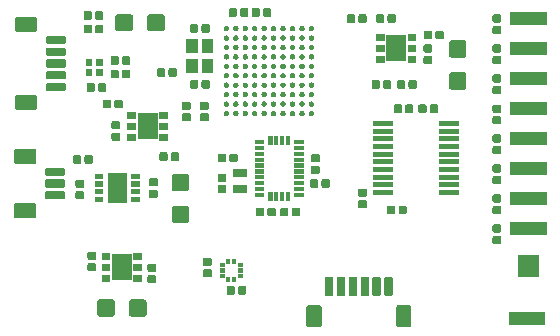
<source format=gts>
G04 #@! TF.GenerationSoftware,KiCad,Pcbnew,(5.1.4-0-10_14)*
G04 #@! TF.CreationDate,2020-03-30T10:54:37+02:00*
G04 #@! TF.ProjectId,kapukiTRX-hw-trx,6b617075-6b69-4545-9258-2d68772d7472,rev?*
G04 #@! TF.SameCoordinates,Original*
G04 #@! TF.FileFunction,Soldermask,Top*
G04 #@! TF.FilePolarity,Negative*
%FSLAX46Y46*%
G04 Gerber Fmt 4.6, Leading zero omitted, Abs format (unit mm)*
G04 Created by KiCad (PCBNEW (5.1.4-0-10_14)) date 2020-03-30 10:54:37*
%MOMM*%
%LPD*%
G04 APERTURE LIST*
%ADD10C,0.100000*%
G04 APERTURE END LIST*
D10*
G36*
X205297336Y-119507081D02*
G01*
X205342607Y-119520814D01*
X205384319Y-119543110D01*
X205420883Y-119573117D01*
X205450890Y-119609681D01*
X205473186Y-119651393D01*
X205486919Y-119696664D01*
X205491800Y-119746224D01*
X205491800Y-121159776D01*
X205486919Y-121209336D01*
X205473186Y-121254607D01*
X205450890Y-121296319D01*
X205420883Y-121332883D01*
X205384319Y-121362890D01*
X205342607Y-121385186D01*
X205297336Y-121398919D01*
X205247776Y-121403800D01*
X204434224Y-121403800D01*
X204384664Y-121398919D01*
X204339393Y-121385186D01*
X204297681Y-121362890D01*
X204261117Y-121332883D01*
X204231110Y-121296319D01*
X204208814Y-121254607D01*
X204195081Y-121209336D01*
X204190200Y-121159776D01*
X204190200Y-119746224D01*
X204195081Y-119696664D01*
X204208814Y-119651393D01*
X204231110Y-119609681D01*
X204261117Y-119573117D01*
X204297681Y-119543110D01*
X204339393Y-119520814D01*
X204384664Y-119507081D01*
X204434224Y-119502200D01*
X205247776Y-119502200D01*
X205297336Y-119507081D01*
X205297336Y-119507081D01*
G37*
G36*
X197697336Y-119507081D02*
G01*
X197742607Y-119520814D01*
X197784319Y-119543110D01*
X197820883Y-119573117D01*
X197850890Y-119609681D01*
X197873186Y-119651393D01*
X197886919Y-119696664D01*
X197891800Y-119746224D01*
X197891800Y-121159776D01*
X197886919Y-121209336D01*
X197873186Y-121254607D01*
X197850890Y-121296319D01*
X197820883Y-121332883D01*
X197784319Y-121362890D01*
X197742607Y-121385186D01*
X197697336Y-121398919D01*
X197647776Y-121403800D01*
X196834224Y-121403800D01*
X196784664Y-121398919D01*
X196739393Y-121385186D01*
X196697681Y-121362890D01*
X196661117Y-121332883D01*
X196631110Y-121296319D01*
X196608814Y-121254607D01*
X196595081Y-121209336D01*
X196590200Y-121159776D01*
X196590200Y-119746224D01*
X196595081Y-119696664D01*
X196608814Y-119651393D01*
X196631110Y-119609681D01*
X196661117Y-119573117D01*
X196697681Y-119543110D01*
X196739393Y-119520814D01*
X196784664Y-119507081D01*
X196834224Y-119502200D01*
X197647776Y-119502200D01*
X197697336Y-119507081D01*
X197697336Y-119507081D01*
G37*
G36*
X216815800Y-121200800D02*
G01*
X213714200Y-121200800D01*
X213714200Y-120099200D01*
X216815800Y-120099200D01*
X216815800Y-121200800D01*
X216815800Y-121200800D01*
G37*
G36*
X180185122Y-119039991D02*
G01*
X180229509Y-119053455D01*
X180270412Y-119075318D01*
X180306261Y-119104739D01*
X180335682Y-119140588D01*
X180357545Y-119181491D01*
X180371009Y-119225878D01*
X180375800Y-119274521D01*
X180375800Y-120247479D01*
X180371009Y-120296122D01*
X180357545Y-120340509D01*
X180335682Y-120381412D01*
X180306261Y-120417261D01*
X180270412Y-120446682D01*
X180229509Y-120468545D01*
X180185122Y-120482009D01*
X180136479Y-120486800D01*
X179113521Y-120486800D01*
X179064878Y-120482009D01*
X179020491Y-120468545D01*
X178979588Y-120446682D01*
X178943739Y-120417261D01*
X178914318Y-120381412D01*
X178892455Y-120340509D01*
X178878991Y-120296122D01*
X178874200Y-120247479D01*
X178874200Y-119274521D01*
X178878991Y-119225878D01*
X178892455Y-119181491D01*
X178914318Y-119140588D01*
X178943739Y-119104739D01*
X178979588Y-119075318D01*
X179020491Y-119053455D01*
X179064878Y-119039991D01*
X179113521Y-119035200D01*
X180136479Y-119035200D01*
X180185122Y-119039991D01*
X180185122Y-119039991D01*
G37*
G36*
X182885122Y-119039991D02*
G01*
X182929509Y-119053455D01*
X182970412Y-119075318D01*
X183006261Y-119104739D01*
X183035682Y-119140588D01*
X183057545Y-119181491D01*
X183071009Y-119225878D01*
X183075800Y-119274521D01*
X183075800Y-120247479D01*
X183071009Y-120296122D01*
X183057545Y-120340509D01*
X183035682Y-120381412D01*
X183006261Y-120417261D01*
X182970412Y-120446682D01*
X182929509Y-120468545D01*
X182885122Y-120482009D01*
X182836479Y-120486800D01*
X181813521Y-120486800D01*
X181764878Y-120482009D01*
X181720491Y-120468545D01*
X181679588Y-120446682D01*
X181643739Y-120417261D01*
X181614318Y-120381412D01*
X181592455Y-120340509D01*
X181578991Y-120296122D01*
X181574200Y-120247479D01*
X181574200Y-119274521D01*
X181578991Y-119225878D01*
X181592455Y-119181491D01*
X181614318Y-119140588D01*
X181643739Y-119104739D01*
X181679588Y-119075318D01*
X181720491Y-119053455D01*
X181764878Y-119039991D01*
X181813521Y-119035200D01*
X182836479Y-119035200D01*
X182885122Y-119039991D01*
X182885122Y-119039991D01*
G37*
G36*
X203771015Y-117105323D02*
G01*
X203799106Y-117113844D01*
X203824998Y-117127684D01*
X203847692Y-117146308D01*
X203866316Y-117169002D01*
X203880156Y-117194894D01*
X203888677Y-117222985D01*
X203891800Y-117254691D01*
X203891800Y-118601309D01*
X203888677Y-118633015D01*
X203880156Y-118661106D01*
X203866316Y-118686998D01*
X203847692Y-118709692D01*
X203824998Y-118728316D01*
X203799106Y-118742156D01*
X203771015Y-118750677D01*
X203739309Y-118753800D01*
X203342691Y-118753800D01*
X203310985Y-118750677D01*
X203282894Y-118742156D01*
X203257002Y-118728316D01*
X203234308Y-118709692D01*
X203215684Y-118686998D01*
X203201844Y-118661106D01*
X203193323Y-118633015D01*
X203190200Y-118601309D01*
X203190200Y-117254691D01*
X203193323Y-117222985D01*
X203201844Y-117194894D01*
X203215684Y-117169002D01*
X203234308Y-117146308D01*
X203257002Y-117127684D01*
X203282894Y-117113844D01*
X203310985Y-117105323D01*
X203342691Y-117102200D01*
X203739309Y-117102200D01*
X203771015Y-117105323D01*
X203771015Y-117105323D01*
G37*
G36*
X202771015Y-117105323D02*
G01*
X202799106Y-117113844D01*
X202824998Y-117127684D01*
X202847692Y-117146308D01*
X202866316Y-117169002D01*
X202880156Y-117194894D01*
X202888677Y-117222985D01*
X202891800Y-117254691D01*
X202891800Y-118601309D01*
X202888677Y-118633015D01*
X202880156Y-118661106D01*
X202866316Y-118686998D01*
X202847692Y-118709692D01*
X202824998Y-118728316D01*
X202799106Y-118742156D01*
X202771015Y-118750677D01*
X202739309Y-118753800D01*
X202342691Y-118753800D01*
X202310985Y-118750677D01*
X202282894Y-118742156D01*
X202257002Y-118728316D01*
X202234308Y-118709692D01*
X202215684Y-118686998D01*
X202201844Y-118661106D01*
X202193323Y-118633015D01*
X202190200Y-118601309D01*
X202190200Y-117254691D01*
X202193323Y-117222985D01*
X202201844Y-117194894D01*
X202215684Y-117169002D01*
X202234308Y-117146308D01*
X202257002Y-117127684D01*
X202282894Y-117113844D01*
X202310985Y-117105323D01*
X202342691Y-117102200D01*
X202739309Y-117102200D01*
X202771015Y-117105323D01*
X202771015Y-117105323D01*
G37*
G36*
X201771015Y-117105323D02*
G01*
X201799106Y-117113844D01*
X201824998Y-117127684D01*
X201847692Y-117146308D01*
X201866316Y-117169002D01*
X201880156Y-117194894D01*
X201888677Y-117222985D01*
X201891800Y-117254691D01*
X201891800Y-118601309D01*
X201888677Y-118633015D01*
X201880156Y-118661106D01*
X201866316Y-118686998D01*
X201847692Y-118709692D01*
X201824998Y-118728316D01*
X201799106Y-118742156D01*
X201771015Y-118750677D01*
X201739309Y-118753800D01*
X201342691Y-118753800D01*
X201310985Y-118750677D01*
X201282894Y-118742156D01*
X201257002Y-118728316D01*
X201234308Y-118709692D01*
X201215684Y-118686998D01*
X201201844Y-118661106D01*
X201193323Y-118633015D01*
X201190200Y-118601309D01*
X201190200Y-117254691D01*
X201193323Y-117222985D01*
X201201844Y-117194894D01*
X201215684Y-117169002D01*
X201234308Y-117146308D01*
X201257002Y-117127684D01*
X201282894Y-117113844D01*
X201310985Y-117105323D01*
X201342691Y-117102200D01*
X201739309Y-117102200D01*
X201771015Y-117105323D01*
X201771015Y-117105323D01*
G37*
G36*
X200771015Y-117105323D02*
G01*
X200799106Y-117113844D01*
X200824998Y-117127684D01*
X200847692Y-117146308D01*
X200866316Y-117169002D01*
X200880156Y-117194894D01*
X200888677Y-117222985D01*
X200891800Y-117254691D01*
X200891800Y-118601309D01*
X200888677Y-118633015D01*
X200880156Y-118661106D01*
X200866316Y-118686998D01*
X200847692Y-118709692D01*
X200824998Y-118728316D01*
X200799106Y-118742156D01*
X200771015Y-118750677D01*
X200739309Y-118753800D01*
X200342691Y-118753800D01*
X200310985Y-118750677D01*
X200282894Y-118742156D01*
X200257002Y-118728316D01*
X200234308Y-118709692D01*
X200215684Y-118686998D01*
X200201844Y-118661106D01*
X200193323Y-118633015D01*
X200190200Y-118601309D01*
X200190200Y-117254691D01*
X200193323Y-117222985D01*
X200201844Y-117194894D01*
X200215684Y-117169002D01*
X200234308Y-117146308D01*
X200257002Y-117127684D01*
X200282894Y-117113844D01*
X200310985Y-117105323D01*
X200342691Y-117102200D01*
X200739309Y-117102200D01*
X200771015Y-117105323D01*
X200771015Y-117105323D01*
G37*
G36*
X199771015Y-117105323D02*
G01*
X199799106Y-117113844D01*
X199824998Y-117127684D01*
X199847692Y-117146308D01*
X199866316Y-117169002D01*
X199880156Y-117194894D01*
X199888677Y-117222985D01*
X199891800Y-117254691D01*
X199891800Y-118601309D01*
X199888677Y-118633015D01*
X199880156Y-118661106D01*
X199866316Y-118686998D01*
X199847692Y-118709692D01*
X199824998Y-118728316D01*
X199799106Y-118742156D01*
X199771015Y-118750677D01*
X199739309Y-118753800D01*
X199342691Y-118753800D01*
X199310985Y-118750677D01*
X199282894Y-118742156D01*
X199257002Y-118728316D01*
X199234308Y-118709692D01*
X199215684Y-118686998D01*
X199201844Y-118661106D01*
X199193323Y-118633015D01*
X199190200Y-118601309D01*
X199190200Y-117254691D01*
X199193323Y-117222985D01*
X199201844Y-117194894D01*
X199215684Y-117169002D01*
X199234308Y-117146308D01*
X199257002Y-117127684D01*
X199282894Y-117113844D01*
X199310985Y-117105323D01*
X199342691Y-117102200D01*
X199739309Y-117102200D01*
X199771015Y-117105323D01*
X199771015Y-117105323D01*
G37*
G36*
X198771015Y-117105323D02*
G01*
X198799106Y-117113844D01*
X198824998Y-117127684D01*
X198847692Y-117146308D01*
X198866316Y-117169002D01*
X198880156Y-117194894D01*
X198888677Y-117222985D01*
X198891800Y-117254691D01*
X198891800Y-118601309D01*
X198888677Y-118633015D01*
X198880156Y-118661106D01*
X198866316Y-118686998D01*
X198847692Y-118709692D01*
X198824998Y-118728316D01*
X198799106Y-118742156D01*
X198771015Y-118750677D01*
X198739309Y-118753800D01*
X198342691Y-118753800D01*
X198310985Y-118750677D01*
X198282894Y-118742156D01*
X198257002Y-118728316D01*
X198234308Y-118709692D01*
X198215684Y-118686998D01*
X198201844Y-118661106D01*
X198193323Y-118633015D01*
X198190200Y-118601309D01*
X198190200Y-117254691D01*
X198193323Y-117222985D01*
X198201844Y-117194894D01*
X198215684Y-117169002D01*
X198234308Y-117146308D01*
X198257002Y-117127684D01*
X198282894Y-117113844D01*
X198310985Y-117105323D01*
X198342691Y-117102200D01*
X198739309Y-117102200D01*
X198771015Y-117105323D01*
X198771015Y-117105323D01*
G37*
G36*
X191389827Y-117894675D02*
G01*
X191417450Y-117903054D01*
X191442913Y-117916664D01*
X191465225Y-117934975D01*
X191483536Y-117957287D01*
X191497146Y-117982750D01*
X191505525Y-118010373D01*
X191508600Y-118041591D01*
X191508600Y-118483209D01*
X191505525Y-118514427D01*
X191497146Y-118542050D01*
X191483536Y-118567513D01*
X191465225Y-118589825D01*
X191442913Y-118608136D01*
X191417450Y-118621746D01*
X191389827Y-118630125D01*
X191358609Y-118633200D01*
X190966991Y-118633200D01*
X190935773Y-118630125D01*
X190908150Y-118621746D01*
X190882687Y-118608136D01*
X190860375Y-118589825D01*
X190842064Y-118567513D01*
X190828454Y-118542050D01*
X190820075Y-118514427D01*
X190817000Y-118483209D01*
X190817000Y-118041591D01*
X190820075Y-118010373D01*
X190828454Y-117982750D01*
X190842064Y-117957287D01*
X190860375Y-117934975D01*
X190882687Y-117916664D01*
X190908150Y-117903054D01*
X190935773Y-117894675D01*
X190966991Y-117891600D01*
X191358609Y-117891600D01*
X191389827Y-117894675D01*
X191389827Y-117894675D01*
G37*
G36*
X190419827Y-117894675D02*
G01*
X190447450Y-117903054D01*
X190472913Y-117916664D01*
X190495225Y-117934975D01*
X190513536Y-117957287D01*
X190527146Y-117982750D01*
X190535525Y-118010373D01*
X190538600Y-118041591D01*
X190538600Y-118483209D01*
X190535525Y-118514427D01*
X190527146Y-118542050D01*
X190513536Y-118567513D01*
X190495225Y-118589825D01*
X190472913Y-118608136D01*
X190447450Y-118621746D01*
X190419827Y-118630125D01*
X190388609Y-118633200D01*
X189996991Y-118633200D01*
X189965773Y-118630125D01*
X189938150Y-118621746D01*
X189912687Y-118608136D01*
X189890375Y-118589825D01*
X189872064Y-118567513D01*
X189858454Y-118542050D01*
X189850075Y-118514427D01*
X189847000Y-118483209D01*
X189847000Y-118041591D01*
X189850075Y-118010373D01*
X189858454Y-117982750D01*
X189872064Y-117957287D01*
X189890375Y-117934975D01*
X189912687Y-117916664D01*
X189938150Y-117903054D01*
X189965773Y-117894675D01*
X189996991Y-117891600D01*
X190388609Y-117891600D01*
X190419827Y-117894675D01*
X190419827Y-117894675D01*
G37*
G36*
X183767027Y-116982275D02*
G01*
X183794650Y-116990654D01*
X183820113Y-117004264D01*
X183842425Y-117022575D01*
X183860736Y-117044887D01*
X183874346Y-117070350D01*
X183882725Y-117097973D01*
X183885800Y-117129191D01*
X183885800Y-117520809D01*
X183882725Y-117552027D01*
X183874346Y-117579650D01*
X183860736Y-117605113D01*
X183842425Y-117627425D01*
X183820113Y-117645736D01*
X183794650Y-117659346D01*
X183767027Y-117667725D01*
X183735809Y-117670800D01*
X183294191Y-117670800D01*
X183262973Y-117667725D01*
X183235350Y-117659346D01*
X183209887Y-117645736D01*
X183187575Y-117627425D01*
X183169264Y-117605113D01*
X183155654Y-117579650D01*
X183147275Y-117552027D01*
X183144200Y-117520809D01*
X183144200Y-117129191D01*
X183147275Y-117097973D01*
X183155654Y-117070350D01*
X183169264Y-117044887D01*
X183187575Y-117022575D01*
X183209887Y-117004264D01*
X183235350Y-116990654D01*
X183262973Y-116982275D01*
X183294191Y-116979200D01*
X183735809Y-116979200D01*
X183767027Y-116982275D01*
X183767027Y-116982275D01*
G37*
G36*
X182680800Y-117557800D02*
G01*
X181949200Y-117557800D01*
X181949200Y-117006200D01*
X182680800Y-117006200D01*
X182680800Y-117557800D01*
X182680800Y-117557800D01*
G37*
G36*
X180000800Y-117557800D02*
G01*
X179269200Y-117557800D01*
X179269200Y-117006200D01*
X180000800Y-117006200D01*
X180000800Y-117557800D01*
X180000800Y-117557800D01*
G37*
G36*
X190171800Y-117536800D02*
G01*
X189820200Y-117536800D01*
X189820200Y-117160200D01*
X190171800Y-117160200D01*
X190171800Y-117536800D01*
X190171800Y-117536800D01*
G37*
G36*
X190671800Y-117536800D02*
G01*
X190320200Y-117536800D01*
X190320200Y-117160200D01*
X190671800Y-117160200D01*
X190671800Y-117536800D01*
X190671800Y-117536800D01*
G37*
G36*
X181825800Y-117432800D02*
G01*
X180124200Y-117432800D01*
X180124200Y-115231200D01*
X181825800Y-115231200D01*
X181825800Y-117432800D01*
X181825800Y-117432800D01*
G37*
G36*
X191196800Y-117261800D02*
G01*
X190820200Y-117261800D01*
X190820200Y-116910200D01*
X191196800Y-116910200D01*
X191196800Y-117261800D01*
X191196800Y-117261800D01*
G37*
G36*
X189671800Y-117261800D02*
G01*
X189295200Y-117261800D01*
X189295200Y-116910200D01*
X189671800Y-116910200D01*
X189671800Y-117261800D01*
X189671800Y-117261800D01*
G37*
G36*
X188466027Y-116474275D02*
G01*
X188493650Y-116482654D01*
X188519113Y-116496264D01*
X188541425Y-116514575D01*
X188559736Y-116536887D01*
X188573346Y-116562350D01*
X188581725Y-116589973D01*
X188584800Y-116621191D01*
X188584800Y-117012809D01*
X188581725Y-117044027D01*
X188573346Y-117071650D01*
X188559736Y-117097113D01*
X188541425Y-117119425D01*
X188519113Y-117137736D01*
X188493650Y-117151346D01*
X188466027Y-117159725D01*
X188434809Y-117162800D01*
X187993191Y-117162800D01*
X187961973Y-117159725D01*
X187934350Y-117151346D01*
X187908887Y-117137736D01*
X187886575Y-117119425D01*
X187868264Y-117097113D01*
X187854654Y-117071650D01*
X187846275Y-117044027D01*
X187843200Y-117012809D01*
X187843200Y-116621191D01*
X187846275Y-116589973D01*
X187854654Y-116562350D01*
X187868264Y-116536887D01*
X187886575Y-116514575D01*
X187908887Y-116496264D01*
X187934350Y-116482654D01*
X187961973Y-116474275D01*
X187993191Y-116471200D01*
X188434809Y-116471200D01*
X188466027Y-116474275D01*
X188466027Y-116474275D01*
G37*
G36*
X216292800Y-117105800D02*
G01*
X214491200Y-117105800D01*
X214491200Y-115304200D01*
X216292800Y-115304200D01*
X216292800Y-117105800D01*
X216292800Y-117105800D01*
G37*
G36*
X191196800Y-116761800D02*
G01*
X190820200Y-116761800D01*
X190820200Y-116410200D01*
X191196800Y-116410200D01*
X191196800Y-116761800D01*
X191196800Y-116761800D01*
G37*
G36*
X189671800Y-116761800D02*
G01*
X189295200Y-116761800D01*
X189295200Y-116410200D01*
X189671800Y-116410200D01*
X189671800Y-116761800D01*
X189671800Y-116761800D01*
G37*
G36*
X183767027Y-116012275D02*
G01*
X183794650Y-116020654D01*
X183820113Y-116034264D01*
X183842425Y-116052575D01*
X183860736Y-116074887D01*
X183874346Y-116100350D01*
X183882725Y-116127973D01*
X183885800Y-116159191D01*
X183885800Y-116550809D01*
X183882725Y-116582027D01*
X183874346Y-116609650D01*
X183860736Y-116635113D01*
X183842425Y-116657425D01*
X183820113Y-116675736D01*
X183794650Y-116689346D01*
X183767027Y-116697725D01*
X183735809Y-116700800D01*
X183294191Y-116700800D01*
X183262973Y-116697725D01*
X183235350Y-116689346D01*
X183209887Y-116675736D01*
X183187575Y-116657425D01*
X183169264Y-116635113D01*
X183155654Y-116609650D01*
X183147275Y-116582027D01*
X183144200Y-116550809D01*
X183144200Y-116159191D01*
X183147275Y-116127973D01*
X183155654Y-116100350D01*
X183169264Y-116074887D01*
X183187575Y-116052575D01*
X183209887Y-116034264D01*
X183235350Y-116020654D01*
X183262973Y-116012275D01*
X183294191Y-116009200D01*
X183735809Y-116009200D01*
X183767027Y-116012275D01*
X183767027Y-116012275D01*
G37*
G36*
X178687027Y-115966275D02*
G01*
X178714650Y-115974654D01*
X178740113Y-115988264D01*
X178762425Y-116006575D01*
X178780736Y-116028887D01*
X178794346Y-116054350D01*
X178802725Y-116081973D01*
X178805800Y-116113191D01*
X178805800Y-116504809D01*
X178802725Y-116536027D01*
X178794346Y-116563650D01*
X178780736Y-116589113D01*
X178762425Y-116611425D01*
X178740113Y-116629736D01*
X178714650Y-116643346D01*
X178687027Y-116651725D01*
X178655809Y-116654800D01*
X178214191Y-116654800D01*
X178182973Y-116651725D01*
X178155350Y-116643346D01*
X178129887Y-116629736D01*
X178107575Y-116611425D01*
X178089264Y-116589113D01*
X178075654Y-116563650D01*
X178067275Y-116536027D01*
X178064200Y-116504809D01*
X178064200Y-116113191D01*
X178067275Y-116081973D01*
X178075654Y-116054350D01*
X178089264Y-116028887D01*
X178107575Y-116006575D01*
X178129887Y-115988264D01*
X178155350Y-115974654D01*
X178182973Y-115966275D01*
X178214191Y-115963200D01*
X178655809Y-115963200D01*
X178687027Y-115966275D01*
X178687027Y-115966275D01*
G37*
G36*
X182680800Y-116607800D02*
G01*
X181949200Y-116607800D01*
X181949200Y-116056200D01*
X182680800Y-116056200D01*
X182680800Y-116607800D01*
X182680800Y-116607800D01*
G37*
G36*
X180000800Y-116607800D02*
G01*
X179269200Y-116607800D01*
X179269200Y-116056200D01*
X180000800Y-116056200D01*
X180000800Y-116607800D01*
X180000800Y-116607800D01*
G37*
G36*
X191196800Y-116261800D02*
G01*
X190820200Y-116261800D01*
X190820200Y-115910200D01*
X191196800Y-115910200D01*
X191196800Y-116261800D01*
X191196800Y-116261800D01*
G37*
G36*
X189671800Y-116261800D02*
G01*
X189295200Y-116261800D01*
X189295200Y-115910200D01*
X189671800Y-115910200D01*
X189671800Y-116261800D01*
X189671800Y-116261800D01*
G37*
G36*
X188466027Y-115504275D02*
G01*
X188493650Y-115512654D01*
X188519113Y-115526264D01*
X188541425Y-115544575D01*
X188559736Y-115566887D01*
X188573346Y-115592350D01*
X188581725Y-115619973D01*
X188584800Y-115651191D01*
X188584800Y-116042809D01*
X188581725Y-116074027D01*
X188573346Y-116101650D01*
X188559736Y-116127113D01*
X188541425Y-116149425D01*
X188519113Y-116167736D01*
X188493650Y-116181346D01*
X188466027Y-116189725D01*
X188434809Y-116192800D01*
X187993191Y-116192800D01*
X187961973Y-116189725D01*
X187934350Y-116181346D01*
X187908887Y-116167736D01*
X187886575Y-116149425D01*
X187868264Y-116127113D01*
X187854654Y-116101650D01*
X187846275Y-116074027D01*
X187843200Y-116042809D01*
X187843200Y-115651191D01*
X187846275Y-115619973D01*
X187854654Y-115592350D01*
X187868264Y-115566887D01*
X187886575Y-115544575D01*
X187908887Y-115526264D01*
X187934350Y-115512654D01*
X187961973Y-115504275D01*
X187993191Y-115501200D01*
X188434809Y-115501200D01*
X188466027Y-115504275D01*
X188466027Y-115504275D01*
G37*
G36*
X190171800Y-116011800D02*
G01*
X189820200Y-116011800D01*
X189820200Y-115635200D01*
X190171800Y-115635200D01*
X190171800Y-116011800D01*
X190171800Y-116011800D01*
G37*
G36*
X190671800Y-116011800D02*
G01*
X190320200Y-116011800D01*
X190320200Y-115635200D01*
X190671800Y-115635200D01*
X190671800Y-116011800D01*
X190671800Y-116011800D01*
G37*
G36*
X178687027Y-114996275D02*
G01*
X178714650Y-115004654D01*
X178740113Y-115018264D01*
X178762425Y-115036575D01*
X178780736Y-115058887D01*
X178794346Y-115084350D01*
X178802725Y-115111973D01*
X178805800Y-115143191D01*
X178805800Y-115534809D01*
X178802725Y-115566027D01*
X178794346Y-115593650D01*
X178780736Y-115619113D01*
X178762425Y-115641425D01*
X178740113Y-115659736D01*
X178714650Y-115673346D01*
X178687027Y-115681725D01*
X178655809Y-115684800D01*
X178214191Y-115684800D01*
X178182973Y-115681725D01*
X178155350Y-115673346D01*
X178129887Y-115659736D01*
X178107575Y-115641425D01*
X178089264Y-115619113D01*
X178075654Y-115593650D01*
X178067275Y-115566027D01*
X178064200Y-115534809D01*
X178064200Y-115143191D01*
X178067275Y-115111973D01*
X178075654Y-115084350D01*
X178089264Y-115058887D01*
X178107575Y-115036575D01*
X178129887Y-115018264D01*
X178155350Y-115004654D01*
X178182973Y-114996275D01*
X178214191Y-114993200D01*
X178655809Y-114993200D01*
X178687027Y-114996275D01*
X178687027Y-114996275D01*
G37*
G36*
X182680800Y-115657800D02*
G01*
X181949200Y-115657800D01*
X181949200Y-115106200D01*
X182680800Y-115106200D01*
X182680800Y-115657800D01*
X182680800Y-115657800D01*
G37*
G36*
X180000800Y-115657800D02*
G01*
X179269200Y-115657800D01*
X179269200Y-115106200D01*
X180000800Y-115106200D01*
X180000800Y-115657800D01*
X180000800Y-115657800D01*
G37*
G36*
X212977027Y-113657275D02*
G01*
X213004650Y-113665654D01*
X213030113Y-113679264D01*
X213052425Y-113697575D01*
X213070736Y-113719887D01*
X213084346Y-113745350D01*
X213092725Y-113772973D01*
X213095800Y-113804191D01*
X213095800Y-114195809D01*
X213092725Y-114227027D01*
X213084346Y-114254650D01*
X213070736Y-114280113D01*
X213052425Y-114302425D01*
X213030113Y-114320736D01*
X213004650Y-114334346D01*
X212977027Y-114342725D01*
X212945809Y-114345800D01*
X212504191Y-114345800D01*
X212472973Y-114342725D01*
X212445350Y-114334346D01*
X212419887Y-114320736D01*
X212397575Y-114302425D01*
X212379264Y-114280113D01*
X212365654Y-114254650D01*
X212357275Y-114227027D01*
X212354200Y-114195809D01*
X212354200Y-113804191D01*
X212357275Y-113772973D01*
X212365654Y-113745350D01*
X212379264Y-113719887D01*
X212397575Y-113697575D01*
X212419887Y-113679264D01*
X212445350Y-113665654D01*
X212472973Y-113657275D01*
X212504191Y-113654200D01*
X212945809Y-113654200D01*
X212977027Y-113657275D01*
X212977027Y-113657275D01*
G37*
G36*
X216942800Y-113580800D02*
G01*
X213841200Y-113580800D01*
X213841200Y-112479200D01*
X216942800Y-112479200D01*
X216942800Y-113580800D01*
X216942800Y-113580800D01*
G37*
G36*
X212977027Y-112687275D02*
G01*
X213004650Y-112695654D01*
X213030113Y-112709264D01*
X213052425Y-112727575D01*
X213070736Y-112749887D01*
X213084346Y-112775350D01*
X213092725Y-112802973D01*
X213095800Y-112834191D01*
X213095800Y-113225809D01*
X213092725Y-113257027D01*
X213084346Y-113284650D01*
X213070736Y-113310113D01*
X213052425Y-113332425D01*
X213030113Y-113350736D01*
X213004650Y-113364346D01*
X212977027Y-113372725D01*
X212945809Y-113375800D01*
X212504191Y-113375800D01*
X212472973Y-113372725D01*
X212445350Y-113364346D01*
X212419887Y-113350736D01*
X212397575Y-113332425D01*
X212379264Y-113310113D01*
X212365654Y-113284650D01*
X212357275Y-113257027D01*
X212354200Y-113225809D01*
X212354200Y-112834191D01*
X212357275Y-112802973D01*
X212365654Y-112775350D01*
X212379264Y-112749887D01*
X212397575Y-112727575D01*
X212419887Y-112709264D01*
X212445350Y-112695654D01*
X212472973Y-112687275D01*
X212504191Y-112684200D01*
X212945809Y-112684200D01*
X212977027Y-112687275D01*
X212977027Y-112687275D01*
G37*
G36*
X186463122Y-111093991D02*
G01*
X186507509Y-111107455D01*
X186548412Y-111129318D01*
X186584261Y-111158739D01*
X186613682Y-111194588D01*
X186635545Y-111235491D01*
X186649009Y-111279878D01*
X186653800Y-111328521D01*
X186653800Y-112351479D01*
X186649009Y-112400122D01*
X186635545Y-112444509D01*
X186613682Y-112485412D01*
X186584261Y-112521261D01*
X186548412Y-112550682D01*
X186507509Y-112572545D01*
X186463122Y-112586009D01*
X186414479Y-112590800D01*
X185441521Y-112590800D01*
X185392878Y-112586009D01*
X185348491Y-112572545D01*
X185307588Y-112550682D01*
X185271739Y-112521261D01*
X185242318Y-112485412D01*
X185220455Y-112444509D01*
X185206991Y-112400122D01*
X185202200Y-112351479D01*
X185202200Y-111328521D01*
X185206991Y-111279878D01*
X185220455Y-111235491D01*
X185242318Y-111194588D01*
X185271739Y-111158739D01*
X185307588Y-111129318D01*
X185348491Y-111107455D01*
X185392878Y-111093991D01*
X185441521Y-111089200D01*
X186414479Y-111089200D01*
X186463122Y-111093991D01*
X186463122Y-111093991D01*
G37*
G36*
X173546336Y-110874081D02*
G01*
X173591607Y-110887814D01*
X173633319Y-110910110D01*
X173669883Y-110940117D01*
X173699890Y-110976681D01*
X173722186Y-111018393D01*
X173735919Y-111063664D01*
X173740800Y-111113224D01*
X173740800Y-111926776D01*
X173735919Y-111976336D01*
X173722186Y-112021607D01*
X173699890Y-112063319D01*
X173669883Y-112099883D01*
X173633319Y-112129890D01*
X173591607Y-112152186D01*
X173546336Y-112165919D01*
X173496776Y-112170800D01*
X172083224Y-112170800D01*
X172033664Y-112165919D01*
X171988393Y-112152186D01*
X171946681Y-112129890D01*
X171910117Y-112099883D01*
X171880110Y-112063319D01*
X171857814Y-112021607D01*
X171844081Y-111976336D01*
X171839200Y-111926776D01*
X171839200Y-111113224D01*
X171844081Y-111063664D01*
X171857814Y-111018393D01*
X171880110Y-110976681D01*
X171910117Y-110940117D01*
X171946681Y-110910110D01*
X171988393Y-110887814D01*
X172033664Y-110874081D01*
X172083224Y-110869200D01*
X173496776Y-110869200D01*
X173546336Y-110874081D01*
X173546336Y-110874081D01*
G37*
G36*
X193879027Y-111265275D02*
G01*
X193906650Y-111273654D01*
X193932113Y-111287264D01*
X193954425Y-111305575D01*
X193972736Y-111327887D01*
X193986346Y-111353350D01*
X193994725Y-111380973D01*
X193997800Y-111412191D01*
X193997800Y-111853809D01*
X193994725Y-111885027D01*
X193986346Y-111912650D01*
X193972736Y-111938113D01*
X193954425Y-111960425D01*
X193932113Y-111978736D01*
X193906650Y-111992346D01*
X193879027Y-112000725D01*
X193847809Y-112003800D01*
X193456191Y-112003800D01*
X193424973Y-112000725D01*
X193397350Y-111992346D01*
X193371887Y-111978736D01*
X193349575Y-111960425D01*
X193331264Y-111938113D01*
X193317654Y-111912650D01*
X193309275Y-111885027D01*
X193306200Y-111853809D01*
X193306200Y-111412191D01*
X193309275Y-111380973D01*
X193317654Y-111353350D01*
X193331264Y-111327887D01*
X193349575Y-111305575D01*
X193371887Y-111287264D01*
X193397350Y-111273654D01*
X193424973Y-111265275D01*
X193456191Y-111262200D01*
X193847809Y-111262200D01*
X193879027Y-111265275D01*
X193879027Y-111265275D01*
G37*
G36*
X192909027Y-111265275D02*
G01*
X192936650Y-111273654D01*
X192962113Y-111287264D01*
X192984425Y-111305575D01*
X193002736Y-111327887D01*
X193016346Y-111353350D01*
X193024725Y-111380973D01*
X193027800Y-111412191D01*
X193027800Y-111853809D01*
X193024725Y-111885027D01*
X193016346Y-111912650D01*
X193002736Y-111938113D01*
X192984425Y-111960425D01*
X192962113Y-111978736D01*
X192936650Y-111992346D01*
X192909027Y-112000725D01*
X192877809Y-112003800D01*
X192486191Y-112003800D01*
X192454973Y-112000725D01*
X192427350Y-111992346D01*
X192401887Y-111978736D01*
X192379575Y-111960425D01*
X192361264Y-111938113D01*
X192347654Y-111912650D01*
X192339275Y-111885027D01*
X192336200Y-111853809D01*
X192336200Y-111412191D01*
X192339275Y-111380973D01*
X192347654Y-111353350D01*
X192361264Y-111327887D01*
X192379575Y-111305575D01*
X192401887Y-111287264D01*
X192427350Y-111273654D01*
X192454973Y-111265275D01*
X192486191Y-111262200D01*
X192877809Y-111262200D01*
X192909027Y-111265275D01*
X192909027Y-111265275D01*
G37*
G36*
X194964027Y-111265275D02*
G01*
X194991650Y-111273654D01*
X195017113Y-111287264D01*
X195039425Y-111305575D01*
X195057736Y-111327887D01*
X195071346Y-111353350D01*
X195079725Y-111380973D01*
X195082800Y-111412191D01*
X195082800Y-111853809D01*
X195079725Y-111885027D01*
X195071346Y-111912650D01*
X195057736Y-111938113D01*
X195039425Y-111960425D01*
X195017113Y-111978736D01*
X194991650Y-111992346D01*
X194964027Y-112000725D01*
X194932809Y-112003800D01*
X194541191Y-112003800D01*
X194509973Y-112000725D01*
X194482350Y-111992346D01*
X194456887Y-111978736D01*
X194434575Y-111960425D01*
X194416264Y-111938113D01*
X194402654Y-111912650D01*
X194394275Y-111885027D01*
X194391200Y-111853809D01*
X194391200Y-111412191D01*
X194394275Y-111380973D01*
X194402654Y-111353350D01*
X194416264Y-111327887D01*
X194434575Y-111305575D01*
X194456887Y-111287264D01*
X194482350Y-111273654D01*
X194509973Y-111265275D01*
X194541191Y-111262200D01*
X194932809Y-111262200D01*
X194964027Y-111265275D01*
X194964027Y-111265275D01*
G37*
G36*
X195934027Y-111265275D02*
G01*
X195961650Y-111273654D01*
X195987113Y-111287264D01*
X196009425Y-111305575D01*
X196027736Y-111327887D01*
X196041346Y-111353350D01*
X196049725Y-111380973D01*
X196052800Y-111412191D01*
X196052800Y-111853809D01*
X196049725Y-111885027D01*
X196041346Y-111912650D01*
X196027736Y-111938113D01*
X196009425Y-111960425D01*
X195987113Y-111978736D01*
X195961650Y-111992346D01*
X195934027Y-112000725D01*
X195902809Y-112003800D01*
X195511191Y-112003800D01*
X195479973Y-112000725D01*
X195452350Y-111992346D01*
X195426887Y-111978736D01*
X195404575Y-111960425D01*
X195386264Y-111938113D01*
X195372654Y-111912650D01*
X195364275Y-111885027D01*
X195361200Y-111853809D01*
X195361200Y-111412191D01*
X195364275Y-111380973D01*
X195372654Y-111353350D01*
X195386264Y-111327887D01*
X195404575Y-111305575D01*
X195426887Y-111287264D01*
X195452350Y-111273654D01*
X195479973Y-111265275D01*
X195511191Y-111262200D01*
X195902809Y-111262200D01*
X195934027Y-111265275D01*
X195934027Y-111265275D01*
G37*
G36*
X204008827Y-111087475D02*
G01*
X204036450Y-111095854D01*
X204061913Y-111109464D01*
X204084225Y-111127775D01*
X204102536Y-111150087D01*
X204116146Y-111175550D01*
X204124525Y-111203173D01*
X204127600Y-111234391D01*
X204127600Y-111676009D01*
X204124525Y-111707227D01*
X204116146Y-111734850D01*
X204102536Y-111760313D01*
X204084225Y-111782625D01*
X204061913Y-111800936D01*
X204036450Y-111814546D01*
X204008827Y-111822925D01*
X203977609Y-111826000D01*
X203585991Y-111826000D01*
X203554773Y-111822925D01*
X203527150Y-111814546D01*
X203501687Y-111800936D01*
X203479375Y-111782625D01*
X203461064Y-111760313D01*
X203447454Y-111734850D01*
X203439075Y-111707227D01*
X203436000Y-111676009D01*
X203436000Y-111234391D01*
X203439075Y-111203173D01*
X203447454Y-111175550D01*
X203461064Y-111150087D01*
X203479375Y-111127775D01*
X203501687Y-111109464D01*
X203527150Y-111095854D01*
X203554773Y-111087475D01*
X203585991Y-111084400D01*
X203977609Y-111084400D01*
X204008827Y-111087475D01*
X204008827Y-111087475D01*
G37*
G36*
X204978827Y-111087475D02*
G01*
X205006450Y-111095854D01*
X205031913Y-111109464D01*
X205054225Y-111127775D01*
X205072536Y-111150087D01*
X205086146Y-111175550D01*
X205094525Y-111203173D01*
X205097600Y-111234391D01*
X205097600Y-111676009D01*
X205094525Y-111707227D01*
X205086146Y-111734850D01*
X205072536Y-111760313D01*
X205054225Y-111782625D01*
X205031913Y-111800936D01*
X205006450Y-111814546D01*
X204978827Y-111822925D01*
X204947609Y-111826000D01*
X204555991Y-111826000D01*
X204524773Y-111822925D01*
X204497150Y-111814546D01*
X204471687Y-111800936D01*
X204449375Y-111782625D01*
X204431064Y-111760313D01*
X204417454Y-111734850D01*
X204409075Y-111707227D01*
X204406000Y-111676009D01*
X204406000Y-111234391D01*
X204409075Y-111203173D01*
X204417454Y-111175550D01*
X204431064Y-111150087D01*
X204449375Y-111127775D01*
X204471687Y-111109464D01*
X204497150Y-111095854D01*
X204524773Y-111087475D01*
X204555991Y-111084400D01*
X204947609Y-111084400D01*
X204978827Y-111087475D01*
X204978827Y-111087475D01*
G37*
G36*
X212977027Y-111114875D02*
G01*
X213004650Y-111123254D01*
X213030113Y-111136864D01*
X213052425Y-111155175D01*
X213070736Y-111177487D01*
X213084346Y-111202950D01*
X213092725Y-111230573D01*
X213095800Y-111261791D01*
X213095800Y-111653409D01*
X213092725Y-111684627D01*
X213084346Y-111712250D01*
X213070736Y-111737713D01*
X213052425Y-111760025D01*
X213030113Y-111778336D01*
X213004650Y-111791946D01*
X212977027Y-111800325D01*
X212945809Y-111803400D01*
X212504191Y-111803400D01*
X212472973Y-111800325D01*
X212445350Y-111791946D01*
X212419887Y-111778336D01*
X212397575Y-111760025D01*
X212379264Y-111737713D01*
X212365654Y-111712250D01*
X212357275Y-111684627D01*
X212354200Y-111653409D01*
X212354200Y-111261791D01*
X212357275Y-111230573D01*
X212365654Y-111202950D01*
X212379264Y-111177487D01*
X212397575Y-111155175D01*
X212419887Y-111136864D01*
X212445350Y-111123254D01*
X212472973Y-111114875D01*
X212504191Y-111111800D01*
X212945809Y-111111800D01*
X212977027Y-111114875D01*
X212977027Y-111114875D01*
G37*
G36*
X201597827Y-110632275D02*
G01*
X201625450Y-110640654D01*
X201650913Y-110654264D01*
X201673225Y-110672575D01*
X201691536Y-110694887D01*
X201705146Y-110720350D01*
X201713525Y-110747973D01*
X201716600Y-110779191D01*
X201716600Y-111170809D01*
X201713525Y-111202027D01*
X201705146Y-111229650D01*
X201691536Y-111255113D01*
X201673225Y-111277425D01*
X201650913Y-111295736D01*
X201625450Y-111309346D01*
X201597827Y-111317725D01*
X201566609Y-111320800D01*
X201124991Y-111320800D01*
X201093773Y-111317725D01*
X201066150Y-111309346D01*
X201040687Y-111295736D01*
X201018375Y-111277425D01*
X201000064Y-111255113D01*
X200986454Y-111229650D01*
X200978075Y-111202027D01*
X200975000Y-111170809D01*
X200975000Y-110779191D01*
X200978075Y-110747973D01*
X200986454Y-110720350D01*
X201000064Y-110694887D01*
X201018375Y-110672575D01*
X201040687Y-110654264D01*
X201066150Y-110640654D01*
X201093773Y-110632275D01*
X201124991Y-110629200D01*
X201566609Y-110629200D01*
X201597827Y-110632275D01*
X201597827Y-110632275D01*
G37*
G36*
X216942800Y-111040800D02*
G01*
X213841200Y-111040800D01*
X213841200Y-109939200D01*
X216942800Y-109939200D01*
X216942800Y-111040800D01*
X216942800Y-111040800D01*
G37*
G36*
X181419800Y-110851800D02*
G01*
X179768200Y-110851800D01*
X179768200Y-108350200D01*
X181419800Y-108350200D01*
X181419800Y-110851800D01*
X181419800Y-110851800D01*
G37*
G36*
X212977027Y-110144875D02*
G01*
X213004650Y-110153254D01*
X213030113Y-110166864D01*
X213052425Y-110185175D01*
X213070736Y-110207487D01*
X213084346Y-110232950D01*
X213092725Y-110260573D01*
X213095800Y-110291791D01*
X213095800Y-110683409D01*
X213092725Y-110714627D01*
X213084346Y-110742250D01*
X213070736Y-110767713D01*
X213052425Y-110790025D01*
X213030113Y-110808336D01*
X213004650Y-110821946D01*
X212977027Y-110830325D01*
X212945809Y-110833400D01*
X212504191Y-110833400D01*
X212472973Y-110830325D01*
X212445350Y-110821946D01*
X212419887Y-110808336D01*
X212397575Y-110790025D01*
X212379264Y-110767713D01*
X212365654Y-110742250D01*
X212357275Y-110714627D01*
X212354200Y-110683409D01*
X212354200Y-110291791D01*
X212357275Y-110260573D01*
X212365654Y-110232950D01*
X212379264Y-110207487D01*
X212397575Y-110185175D01*
X212419887Y-110166864D01*
X212445350Y-110153254D01*
X212472973Y-110144875D01*
X212504191Y-110141800D01*
X212945809Y-110141800D01*
X212977027Y-110144875D01*
X212977027Y-110144875D01*
G37*
G36*
X182519800Y-110801800D02*
G01*
X181768200Y-110801800D01*
X181768200Y-110350200D01*
X182519800Y-110350200D01*
X182519800Y-110801800D01*
X182519800Y-110801800D01*
G37*
G36*
X179419800Y-110801800D02*
G01*
X178668200Y-110801800D01*
X178668200Y-110350200D01*
X179419800Y-110350200D01*
X179419800Y-110801800D01*
X179419800Y-110801800D01*
G37*
G36*
X195237800Y-110725800D02*
G01*
X194882200Y-110725800D01*
X194882200Y-109949200D01*
X195237800Y-109949200D01*
X195237800Y-110725800D01*
X195237800Y-110725800D01*
G37*
G36*
X194737800Y-110725800D02*
G01*
X194382200Y-110725800D01*
X194382200Y-109949200D01*
X194737800Y-109949200D01*
X194737800Y-110725800D01*
X194737800Y-110725800D01*
G37*
G36*
X194237800Y-110725800D02*
G01*
X193882200Y-110725800D01*
X193882200Y-109949200D01*
X194237800Y-109949200D01*
X194237800Y-110725800D01*
X194237800Y-110725800D01*
G37*
G36*
X193737800Y-110725800D02*
G01*
X193382200Y-110725800D01*
X193382200Y-109949200D01*
X193737800Y-109949200D01*
X193737800Y-110725800D01*
X193737800Y-110725800D01*
G37*
G36*
X176020015Y-109872323D02*
G01*
X176048106Y-109880844D01*
X176073998Y-109894684D01*
X176096692Y-109913308D01*
X176115316Y-109936002D01*
X176129156Y-109961894D01*
X176137677Y-109989985D01*
X176140800Y-110021691D01*
X176140800Y-110418309D01*
X176137677Y-110450015D01*
X176129156Y-110478106D01*
X176115316Y-110503998D01*
X176096692Y-110526692D01*
X176073998Y-110545316D01*
X176048106Y-110559156D01*
X176020015Y-110567677D01*
X175988309Y-110570800D01*
X174641691Y-110570800D01*
X174609985Y-110567677D01*
X174581894Y-110559156D01*
X174556002Y-110545316D01*
X174533308Y-110526692D01*
X174514684Y-110503998D01*
X174500844Y-110478106D01*
X174492323Y-110450015D01*
X174489200Y-110418309D01*
X174489200Y-110021691D01*
X174492323Y-109989985D01*
X174500844Y-109961894D01*
X174514684Y-109936002D01*
X174533308Y-109913308D01*
X174556002Y-109894684D01*
X174581894Y-109880844D01*
X174609985Y-109872323D01*
X174641691Y-109869200D01*
X175988309Y-109869200D01*
X176020015Y-109872323D01*
X176020015Y-109872323D01*
G37*
G36*
X177671027Y-109870275D02*
G01*
X177698650Y-109878654D01*
X177724113Y-109892264D01*
X177746425Y-109910575D01*
X177764736Y-109932887D01*
X177778346Y-109958350D01*
X177786725Y-109985973D01*
X177789800Y-110017191D01*
X177789800Y-110408809D01*
X177786725Y-110440027D01*
X177778346Y-110467650D01*
X177764736Y-110493113D01*
X177746425Y-110515425D01*
X177724113Y-110533736D01*
X177698650Y-110547346D01*
X177671027Y-110555725D01*
X177639809Y-110558800D01*
X177198191Y-110558800D01*
X177166973Y-110555725D01*
X177139350Y-110547346D01*
X177113887Y-110533736D01*
X177091575Y-110515425D01*
X177073264Y-110493113D01*
X177059654Y-110467650D01*
X177051275Y-110440027D01*
X177048200Y-110408809D01*
X177048200Y-110017191D01*
X177051275Y-109985973D01*
X177059654Y-109958350D01*
X177073264Y-109932887D01*
X177091575Y-109910575D01*
X177113887Y-109892264D01*
X177139350Y-109878654D01*
X177166973Y-109870275D01*
X177198191Y-109867200D01*
X177639809Y-109867200D01*
X177671027Y-109870275D01*
X177671027Y-109870275D01*
G37*
G36*
X183894027Y-109743275D02*
G01*
X183921650Y-109751654D01*
X183947113Y-109765264D01*
X183969425Y-109783575D01*
X183987736Y-109805887D01*
X184001346Y-109831350D01*
X184009725Y-109858973D01*
X184012800Y-109890191D01*
X184012800Y-110281809D01*
X184009725Y-110313027D01*
X184001346Y-110340650D01*
X183987736Y-110366113D01*
X183969425Y-110388425D01*
X183947113Y-110406736D01*
X183921650Y-110420346D01*
X183894027Y-110428725D01*
X183862809Y-110431800D01*
X183421191Y-110431800D01*
X183389973Y-110428725D01*
X183362350Y-110420346D01*
X183336887Y-110406736D01*
X183314575Y-110388425D01*
X183296264Y-110366113D01*
X183282654Y-110340650D01*
X183274275Y-110313027D01*
X183271200Y-110281809D01*
X183271200Y-109890191D01*
X183274275Y-109858973D01*
X183282654Y-109831350D01*
X183296264Y-109805887D01*
X183314575Y-109783575D01*
X183336887Y-109765264D01*
X183362350Y-109751654D01*
X183389973Y-109743275D01*
X183421191Y-109740200D01*
X183862809Y-109740200D01*
X183894027Y-109743275D01*
X183894027Y-109743275D01*
G37*
G36*
X196360800Y-110377800D02*
G01*
X195584200Y-110377800D01*
X195584200Y-110022200D01*
X196360800Y-110022200D01*
X196360800Y-110377800D01*
X196360800Y-110377800D01*
G37*
G36*
X193035800Y-110377800D02*
G01*
X192259200Y-110377800D01*
X192259200Y-110022200D01*
X193035800Y-110022200D01*
X193035800Y-110377800D01*
X193035800Y-110377800D01*
G37*
G36*
X201597827Y-109662275D02*
G01*
X201625450Y-109670654D01*
X201650913Y-109684264D01*
X201673225Y-109702575D01*
X201691536Y-109724887D01*
X201705146Y-109750350D01*
X201713525Y-109777973D01*
X201716600Y-109809191D01*
X201716600Y-110200809D01*
X201713525Y-110232027D01*
X201705146Y-110259650D01*
X201691536Y-110285113D01*
X201673225Y-110307425D01*
X201650913Y-110325736D01*
X201625450Y-110339346D01*
X201597827Y-110347725D01*
X201566609Y-110350800D01*
X201124991Y-110350800D01*
X201093773Y-110347725D01*
X201066150Y-110339346D01*
X201040687Y-110325736D01*
X201018375Y-110307425D01*
X201000064Y-110285113D01*
X200986454Y-110259650D01*
X200978075Y-110232027D01*
X200975000Y-110200809D01*
X200975000Y-109809191D01*
X200978075Y-109777973D01*
X200986454Y-109750350D01*
X201000064Y-109724887D01*
X201018375Y-109702575D01*
X201040687Y-109684264D01*
X201066150Y-109670654D01*
X201093773Y-109662275D01*
X201124991Y-109659200D01*
X201566609Y-109659200D01*
X201597827Y-109662275D01*
X201597827Y-109662275D01*
G37*
G36*
X203937000Y-110206000D02*
G01*
X202197000Y-110206000D01*
X202197000Y-109766000D01*
X203937000Y-109766000D01*
X203937000Y-110206000D01*
X203937000Y-110206000D01*
G37*
G36*
X209537000Y-110206000D02*
G01*
X207797000Y-110206000D01*
X207797000Y-109766000D01*
X209537000Y-109766000D01*
X209537000Y-110206000D01*
X209537000Y-110206000D01*
G37*
G36*
X182519800Y-110151800D02*
G01*
X181768200Y-110151800D01*
X181768200Y-109700200D01*
X182519800Y-109700200D01*
X182519800Y-110151800D01*
X182519800Y-110151800D01*
G37*
G36*
X179419800Y-110151800D02*
G01*
X178668200Y-110151800D01*
X178668200Y-109700200D01*
X179419800Y-109700200D01*
X179419800Y-110151800D01*
X179419800Y-110151800D01*
G37*
G36*
X191583400Y-110067600D02*
G01*
X190381800Y-110067600D01*
X190381800Y-109366000D01*
X191583400Y-109366000D01*
X191583400Y-110067600D01*
X191583400Y-110067600D01*
G37*
G36*
X189710627Y-109362275D02*
G01*
X189738250Y-109370654D01*
X189763713Y-109384264D01*
X189786025Y-109402575D01*
X189804336Y-109424887D01*
X189817946Y-109450350D01*
X189826325Y-109477973D01*
X189829400Y-109509191D01*
X189829400Y-109900809D01*
X189826325Y-109932027D01*
X189817946Y-109959650D01*
X189804336Y-109985113D01*
X189786025Y-110007425D01*
X189763713Y-110025736D01*
X189738250Y-110039346D01*
X189710627Y-110047725D01*
X189679409Y-110050800D01*
X189237791Y-110050800D01*
X189206573Y-110047725D01*
X189178950Y-110039346D01*
X189153487Y-110025736D01*
X189131175Y-110007425D01*
X189112864Y-109985113D01*
X189099254Y-109959650D01*
X189090875Y-109932027D01*
X189087800Y-109900809D01*
X189087800Y-109509191D01*
X189090875Y-109477973D01*
X189099254Y-109450350D01*
X189112864Y-109424887D01*
X189131175Y-109402575D01*
X189153487Y-109384264D01*
X189178950Y-109370654D01*
X189206573Y-109362275D01*
X189237791Y-109359200D01*
X189679409Y-109359200D01*
X189710627Y-109362275D01*
X189710627Y-109362275D01*
G37*
G36*
X186463122Y-108393991D02*
G01*
X186507509Y-108407455D01*
X186548412Y-108429318D01*
X186584261Y-108458739D01*
X186613682Y-108494588D01*
X186635545Y-108535491D01*
X186649009Y-108579878D01*
X186653800Y-108628521D01*
X186653800Y-109651479D01*
X186649009Y-109700122D01*
X186635545Y-109744509D01*
X186613682Y-109785412D01*
X186584261Y-109821261D01*
X186548412Y-109850682D01*
X186507509Y-109872545D01*
X186463122Y-109886009D01*
X186414479Y-109890800D01*
X185441521Y-109890800D01*
X185392878Y-109886009D01*
X185348491Y-109872545D01*
X185307588Y-109850682D01*
X185271739Y-109821261D01*
X185242318Y-109785412D01*
X185220455Y-109744509D01*
X185206991Y-109700122D01*
X185202200Y-109651479D01*
X185202200Y-108628521D01*
X185206991Y-108579878D01*
X185220455Y-108535491D01*
X185242318Y-108494588D01*
X185271739Y-108458739D01*
X185307588Y-108429318D01*
X185348491Y-108407455D01*
X185392878Y-108393991D01*
X185441521Y-108389200D01*
X186414479Y-108389200D01*
X186463122Y-108393991D01*
X186463122Y-108393991D01*
G37*
G36*
X196360800Y-109877800D02*
G01*
X195584200Y-109877800D01*
X195584200Y-109522200D01*
X196360800Y-109522200D01*
X196360800Y-109877800D01*
X196360800Y-109877800D01*
G37*
G36*
X193035800Y-109877800D02*
G01*
X192259200Y-109877800D01*
X192259200Y-109522200D01*
X193035800Y-109522200D01*
X193035800Y-109877800D01*
X193035800Y-109877800D01*
G37*
G36*
X198451027Y-108852275D02*
G01*
X198478650Y-108860654D01*
X198504113Y-108874264D01*
X198526425Y-108892575D01*
X198544736Y-108914887D01*
X198558346Y-108940350D01*
X198566725Y-108967973D01*
X198569800Y-108999191D01*
X198569800Y-109440809D01*
X198566725Y-109472027D01*
X198558346Y-109499650D01*
X198544736Y-109525113D01*
X198526425Y-109547425D01*
X198504113Y-109565736D01*
X198478650Y-109579346D01*
X198451027Y-109587725D01*
X198419809Y-109590800D01*
X198028191Y-109590800D01*
X197996973Y-109587725D01*
X197969350Y-109579346D01*
X197943887Y-109565736D01*
X197921575Y-109547425D01*
X197903264Y-109525113D01*
X197889654Y-109499650D01*
X197881275Y-109472027D01*
X197878200Y-109440809D01*
X197878200Y-108999191D01*
X197881275Y-108967973D01*
X197889654Y-108940350D01*
X197903264Y-108914887D01*
X197921575Y-108892575D01*
X197943887Y-108874264D01*
X197969350Y-108860654D01*
X197996973Y-108852275D01*
X198028191Y-108849200D01*
X198419809Y-108849200D01*
X198451027Y-108852275D01*
X198451027Y-108852275D01*
G37*
G36*
X197481027Y-108852275D02*
G01*
X197508650Y-108860654D01*
X197534113Y-108874264D01*
X197556425Y-108892575D01*
X197574736Y-108914887D01*
X197588346Y-108940350D01*
X197596725Y-108967973D01*
X197599800Y-108999191D01*
X197599800Y-109440809D01*
X197596725Y-109472027D01*
X197588346Y-109499650D01*
X197574736Y-109525113D01*
X197556425Y-109547425D01*
X197534113Y-109565736D01*
X197508650Y-109579346D01*
X197481027Y-109587725D01*
X197449809Y-109590800D01*
X197058191Y-109590800D01*
X197026973Y-109587725D01*
X196999350Y-109579346D01*
X196973887Y-109565736D01*
X196951575Y-109547425D01*
X196933264Y-109525113D01*
X196919654Y-109499650D01*
X196911275Y-109472027D01*
X196908200Y-109440809D01*
X196908200Y-108999191D01*
X196911275Y-108967973D01*
X196919654Y-108940350D01*
X196933264Y-108914887D01*
X196951575Y-108892575D01*
X196973887Y-108874264D01*
X196999350Y-108860654D01*
X197026973Y-108852275D01*
X197058191Y-108849200D01*
X197449809Y-108849200D01*
X197481027Y-108852275D01*
X197481027Y-108852275D01*
G37*
G36*
X177671027Y-108900275D02*
G01*
X177698650Y-108908654D01*
X177724113Y-108922264D01*
X177746425Y-108940575D01*
X177764736Y-108962887D01*
X177778346Y-108988350D01*
X177786725Y-109015973D01*
X177789800Y-109047191D01*
X177789800Y-109438809D01*
X177786725Y-109470027D01*
X177778346Y-109497650D01*
X177764736Y-109523113D01*
X177746425Y-109545425D01*
X177724113Y-109563736D01*
X177698650Y-109577346D01*
X177671027Y-109585725D01*
X177639809Y-109588800D01*
X177198191Y-109588800D01*
X177166973Y-109585725D01*
X177139350Y-109577346D01*
X177113887Y-109563736D01*
X177091575Y-109545425D01*
X177073264Y-109523113D01*
X177059654Y-109497650D01*
X177051275Y-109470027D01*
X177048200Y-109438809D01*
X177048200Y-109047191D01*
X177051275Y-109015973D01*
X177059654Y-108988350D01*
X177073264Y-108962887D01*
X177091575Y-108940575D01*
X177113887Y-108922264D01*
X177139350Y-108908654D01*
X177166973Y-108900275D01*
X177198191Y-108897200D01*
X177639809Y-108897200D01*
X177671027Y-108900275D01*
X177671027Y-108900275D01*
G37*
G36*
X176020015Y-108872323D02*
G01*
X176048106Y-108880844D01*
X176073998Y-108894684D01*
X176096692Y-108913308D01*
X176115316Y-108936002D01*
X176129156Y-108961894D01*
X176137677Y-108989985D01*
X176140800Y-109021691D01*
X176140800Y-109418309D01*
X176137677Y-109450015D01*
X176129156Y-109478106D01*
X176115316Y-109503998D01*
X176096692Y-109526692D01*
X176073998Y-109545316D01*
X176048106Y-109559156D01*
X176020015Y-109567677D01*
X175988309Y-109570800D01*
X174641691Y-109570800D01*
X174609985Y-109567677D01*
X174581894Y-109559156D01*
X174556002Y-109545316D01*
X174533308Y-109526692D01*
X174514684Y-109503998D01*
X174500844Y-109478106D01*
X174492323Y-109450015D01*
X174489200Y-109418309D01*
X174489200Y-109021691D01*
X174492323Y-108989985D01*
X174500844Y-108961894D01*
X174514684Y-108936002D01*
X174533308Y-108913308D01*
X174556002Y-108894684D01*
X174581894Y-108880844D01*
X174609985Y-108872323D01*
X174641691Y-108869200D01*
X175988309Y-108869200D01*
X176020015Y-108872323D01*
X176020015Y-108872323D01*
G37*
G36*
X209537000Y-109556000D02*
G01*
X207797000Y-109556000D01*
X207797000Y-109116000D01*
X209537000Y-109116000D01*
X209537000Y-109556000D01*
X209537000Y-109556000D01*
G37*
G36*
X203937000Y-109556000D02*
G01*
X202197000Y-109556000D01*
X202197000Y-109116000D01*
X203937000Y-109116000D01*
X203937000Y-109556000D01*
X203937000Y-109556000D01*
G37*
G36*
X182519800Y-109501800D02*
G01*
X181768200Y-109501800D01*
X181768200Y-109050200D01*
X182519800Y-109050200D01*
X182519800Y-109501800D01*
X182519800Y-109501800D01*
G37*
G36*
X179419800Y-109501800D02*
G01*
X178668200Y-109501800D01*
X178668200Y-109050200D01*
X179419800Y-109050200D01*
X179419800Y-109501800D01*
X179419800Y-109501800D01*
G37*
G36*
X183894027Y-108773275D02*
G01*
X183921650Y-108781654D01*
X183947113Y-108795264D01*
X183969425Y-108813575D01*
X183987736Y-108835887D01*
X184001346Y-108861350D01*
X184009725Y-108888973D01*
X184012800Y-108920191D01*
X184012800Y-109311809D01*
X184009725Y-109343027D01*
X184001346Y-109370650D01*
X183987736Y-109396113D01*
X183969425Y-109418425D01*
X183947113Y-109436736D01*
X183921650Y-109450346D01*
X183894027Y-109458725D01*
X183862809Y-109461800D01*
X183421191Y-109461800D01*
X183389973Y-109458725D01*
X183362350Y-109450346D01*
X183336887Y-109436736D01*
X183314575Y-109418425D01*
X183296264Y-109396113D01*
X183282654Y-109370650D01*
X183274275Y-109343027D01*
X183271200Y-109311809D01*
X183271200Y-108920191D01*
X183274275Y-108888973D01*
X183282654Y-108861350D01*
X183296264Y-108835887D01*
X183314575Y-108813575D01*
X183336887Y-108795264D01*
X183362350Y-108781654D01*
X183389973Y-108773275D01*
X183421191Y-108770200D01*
X183862809Y-108770200D01*
X183894027Y-108773275D01*
X183894027Y-108773275D01*
G37*
G36*
X196360800Y-109377800D02*
G01*
X195584200Y-109377800D01*
X195584200Y-109022200D01*
X196360800Y-109022200D01*
X196360800Y-109377800D01*
X196360800Y-109377800D01*
G37*
G36*
X193035800Y-109377800D02*
G01*
X192259200Y-109377800D01*
X192259200Y-109022200D01*
X193035800Y-109022200D01*
X193035800Y-109377800D01*
X193035800Y-109377800D01*
G37*
G36*
X212977027Y-108572475D02*
G01*
X213004650Y-108580854D01*
X213030113Y-108594464D01*
X213052425Y-108612775D01*
X213070736Y-108635087D01*
X213084346Y-108660550D01*
X213092725Y-108688173D01*
X213095800Y-108719391D01*
X213095800Y-109111009D01*
X213092725Y-109142227D01*
X213084346Y-109169850D01*
X213070736Y-109195313D01*
X213052425Y-109217625D01*
X213030113Y-109235936D01*
X213004650Y-109249546D01*
X212977027Y-109257925D01*
X212945809Y-109261000D01*
X212504191Y-109261000D01*
X212472973Y-109257925D01*
X212445350Y-109249546D01*
X212419887Y-109235936D01*
X212397575Y-109217625D01*
X212379264Y-109195313D01*
X212365654Y-109169850D01*
X212357275Y-109142227D01*
X212354200Y-109111009D01*
X212354200Y-108719391D01*
X212357275Y-108688173D01*
X212365654Y-108660550D01*
X212379264Y-108635087D01*
X212397575Y-108612775D01*
X212419887Y-108594464D01*
X212445350Y-108580854D01*
X212472973Y-108572475D01*
X212504191Y-108569400D01*
X212945809Y-108569400D01*
X212977027Y-108572475D01*
X212977027Y-108572475D01*
G37*
G36*
X189710627Y-108392275D02*
G01*
X189738250Y-108400654D01*
X189763713Y-108414264D01*
X189786025Y-108432575D01*
X189804336Y-108454887D01*
X189817946Y-108480350D01*
X189826325Y-108507973D01*
X189829400Y-108539191D01*
X189829400Y-108930809D01*
X189826325Y-108962027D01*
X189817946Y-108989650D01*
X189804336Y-109015113D01*
X189786025Y-109037425D01*
X189763713Y-109055736D01*
X189738250Y-109069346D01*
X189710627Y-109077725D01*
X189679409Y-109080800D01*
X189237791Y-109080800D01*
X189206573Y-109077725D01*
X189178950Y-109069346D01*
X189153487Y-109055736D01*
X189131175Y-109037425D01*
X189112864Y-109015113D01*
X189099254Y-108989650D01*
X189090875Y-108962027D01*
X189087800Y-108930809D01*
X189087800Y-108539191D01*
X189090875Y-108507973D01*
X189099254Y-108480350D01*
X189112864Y-108454887D01*
X189131175Y-108432575D01*
X189153487Y-108414264D01*
X189178950Y-108400654D01*
X189206573Y-108392275D01*
X189237791Y-108389200D01*
X189679409Y-108389200D01*
X189710627Y-108392275D01*
X189710627Y-108392275D01*
G37*
G36*
X203937000Y-108906000D02*
G01*
X202197000Y-108906000D01*
X202197000Y-108466000D01*
X203937000Y-108466000D01*
X203937000Y-108906000D01*
X203937000Y-108906000D01*
G37*
G36*
X209537000Y-108906000D02*
G01*
X207797000Y-108906000D01*
X207797000Y-108466000D01*
X209537000Y-108466000D01*
X209537000Y-108906000D01*
X209537000Y-108906000D01*
G37*
G36*
X196360800Y-108877800D02*
G01*
X195584200Y-108877800D01*
X195584200Y-108522200D01*
X196360800Y-108522200D01*
X196360800Y-108877800D01*
X196360800Y-108877800D01*
G37*
G36*
X193035800Y-108877800D02*
G01*
X192259200Y-108877800D01*
X192259200Y-108522200D01*
X193035800Y-108522200D01*
X193035800Y-108877800D01*
X193035800Y-108877800D01*
G37*
G36*
X182519800Y-108851800D02*
G01*
X181768200Y-108851800D01*
X181768200Y-108400200D01*
X182519800Y-108400200D01*
X182519800Y-108851800D01*
X182519800Y-108851800D01*
G37*
G36*
X179419800Y-108851800D02*
G01*
X178668200Y-108851800D01*
X178668200Y-108400200D01*
X179419800Y-108400200D01*
X179419800Y-108851800D01*
X179419800Y-108851800D01*
G37*
G36*
X191583400Y-108667600D02*
G01*
X190381800Y-108667600D01*
X190381800Y-107966000D01*
X191583400Y-107966000D01*
X191583400Y-108667600D01*
X191583400Y-108667600D01*
G37*
G36*
X176020015Y-107872323D02*
G01*
X176048106Y-107880844D01*
X176073998Y-107894684D01*
X176096692Y-107913308D01*
X176115316Y-107936002D01*
X176129156Y-107961894D01*
X176137677Y-107989985D01*
X176140800Y-108021691D01*
X176140800Y-108418309D01*
X176137677Y-108450015D01*
X176129156Y-108478106D01*
X176115316Y-108503998D01*
X176096692Y-108526692D01*
X176073998Y-108545316D01*
X176048106Y-108559156D01*
X176020015Y-108567677D01*
X175988309Y-108570800D01*
X174641691Y-108570800D01*
X174609985Y-108567677D01*
X174581894Y-108559156D01*
X174556002Y-108545316D01*
X174533308Y-108526692D01*
X174514684Y-108503998D01*
X174500844Y-108478106D01*
X174492323Y-108450015D01*
X174489200Y-108418309D01*
X174489200Y-108021691D01*
X174492323Y-107989985D01*
X174500844Y-107961894D01*
X174514684Y-107936002D01*
X174533308Y-107913308D01*
X174556002Y-107894684D01*
X174581894Y-107880844D01*
X174609985Y-107872323D01*
X174641691Y-107869200D01*
X175988309Y-107869200D01*
X176020015Y-107872323D01*
X176020015Y-107872323D01*
G37*
G36*
X216942800Y-108500800D02*
G01*
X213841200Y-108500800D01*
X213841200Y-107399200D01*
X216942800Y-107399200D01*
X216942800Y-108500800D01*
X216942800Y-108500800D01*
G37*
G36*
X197610027Y-107711275D02*
G01*
X197637650Y-107719654D01*
X197663113Y-107733264D01*
X197685425Y-107751575D01*
X197703736Y-107773887D01*
X197717346Y-107799350D01*
X197725725Y-107826973D01*
X197728800Y-107858191D01*
X197728800Y-108249809D01*
X197725725Y-108281027D01*
X197717346Y-108308650D01*
X197703736Y-108334113D01*
X197685425Y-108356425D01*
X197663113Y-108374736D01*
X197637650Y-108388346D01*
X197610027Y-108396725D01*
X197578809Y-108399800D01*
X197137191Y-108399800D01*
X197105973Y-108396725D01*
X197078350Y-108388346D01*
X197052887Y-108374736D01*
X197030575Y-108356425D01*
X197012264Y-108334113D01*
X196998654Y-108308650D01*
X196990275Y-108281027D01*
X196987200Y-108249809D01*
X196987200Y-107858191D01*
X196990275Y-107826973D01*
X196998654Y-107799350D01*
X197012264Y-107773887D01*
X197030575Y-107751575D01*
X197052887Y-107733264D01*
X197078350Y-107719654D01*
X197105973Y-107711275D01*
X197137191Y-107708200D01*
X197578809Y-107708200D01*
X197610027Y-107711275D01*
X197610027Y-107711275D01*
G37*
G36*
X193035800Y-108377800D02*
G01*
X192259200Y-108377800D01*
X192259200Y-108022200D01*
X193035800Y-108022200D01*
X193035800Y-108377800D01*
X193035800Y-108377800D01*
G37*
G36*
X196360800Y-108377800D02*
G01*
X195584200Y-108377800D01*
X195584200Y-108022200D01*
X196360800Y-108022200D01*
X196360800Y-108377800D01*
X196360800Y-108377800D01*
G37*
G36*
X212977027Y-107602475D02*
G01*
X213004650Y-107610854D01*
X213030113Y-107624464D01*
X213052425Y-107642775D01*
X213070736Y-107665087D01*
X213084346Y-107690550D01*
X213092725Y-107718173D01*
X213095800Y-107749391D01*
X213095800Y-108141009D01*
X213092725Y-108172227D01*
X213084346Y-108199850D01*
X213070736Y-108225313D01*
X213052425Y-108247625D01*
X213030113Y-108265936D01*
X213004650Y-108279546D01*
X212977027Y-108287925D01*
X212945809Y-108291000D01*
X212504191Y-108291000D01*
X212472973Y-108287925D01*
X212445350Y-108279546D01*
X212419887Y-108265936D01*
X212397575Y-108247625D01*
X212379264Y-108225313D01*
X212365654Y-108199850D01*
X212357275Y-108172227D01*
X212354200Y-108141009D01*
X212354200Y-107749391D01*
X212357275Y-107718173D01*
X212365654Y-107690550D01*
X212379264Y-107665087D01*
X212397575Y-107642775D01*
X212419887Y-107624464D01*
X212445350Y-107610854D01*
X212472973Y-107602475D01*
X212504191Y-107599400D01*
X212945809Y-107599400D01*
X212977027Y-107602475D01*
X212977027Y-107602475D01*
G37*
G36*
X203937000Y-108256000D02*
G01*
X202197000Y-108256000D01*
X202197000Y-107816000D01*
X203937000Y-107816000D01*
X203937000Y-108256000D01*
X203937000Y-108256000D01*
G37*
G36*
X209537000Y-108256000D02*
G01*
X207797000Y-108256000D01*
X207797000Y-107816000D01*
X209537000Y-107816000D01*
X209537000Y-108256000D01*
X209537000Y-108256000D01*
G37*
G36*
X193035800Y-107877800D02*
G01*
X192259200Y-107877800D01*
X192259200Y-107522200D01*
X193035800Y-107522200D01*
X193035800Y-107877800D01*
X193035800Y-107877800D01*
G37*
G36*
X196360800Y-107877800D02*
G01*
X195584200Y-107877800D01*
X195584200Y-107522200D01*
X196360800Y-107522200D01*
X196360800Y-107877800D01*
X196360800Y-107877800D01*
G37*
G36*
X203937000Y-107606000D02*
G01*
X202197000Y-107606000D01*
X202197000Y-107166000D01*
X203937000Y-107166000D01*
X203937000Y-107606000D01*
X203937000Y-107606000D01*
G37*
G36*
X209537000Y-107606000D02*
G01*
X207797000Y-107606000D01*
X207797000Y-107166000D01*
X209537000Y-107166000D01*
X209537000Y-107606000D01*
X209537000Y-107606000D01*
G37*
G36*
X173546336Y-106274081D02*
G01*
X173591607Y-106287814D01*
X173633319Y-106310110D01*
X173669883Y-106340117D01*
X173699890Y-106376681D01*
X173722186Y-106418393D01*
X173735919Y-106463664D01*
X173740800Y-106513224D01*
X173740800Y-107326776D01*
X173735919Y-107376336D01*
X173722186Y-107421607D01*
X173699890Y-107463319D01*
X173669883Y-107499883D01*
X173633319Y-107529890D01*
X173591607Y-107552186D01*
X173546336Y-107565919D01*
X173496776Y-107570800D01*
X172083224Y-107570800D01*
X172033664Y-107565919D01*
X171988393Y-107552186D01*
X171946681Y-107529890D01*
X171910117Y-107499883D01*
X171880110Y-107463319D01*
X171857814Y-107421607D01*
X171844081Y-107376336D01*
X171839200Y-107326776D01*
X171839200Y-106513224D01*
X171844081Y-106463664D01*
X171857814Y-106418393D01*
X171880110Y-106376681D01*
X171910117Y-106340117D01*
X171946681Y-106310110D01*
X171988393Y-106287814D01*
X172033664Y-106274081D01*
X172083224Y-106269200D01*
X173496776Y-106269200D01*
X173546336Y-106274081D01*
X173546336Y-106274081D01*
G37*
G36*
X178385027Y-106820275D02*
G01*
X178412650Y-106828654D01*
X178438113Y-106842264D01*
X178460425Y-106860575D01*
X178478736Y-106882887D01*
X178492346Y-106908350D01*
X178500725Y-106935973D01*
X178503800Y-106967191D01*
X178503800Y-107408809D01*
X178500725Y-107440027D01*
X178492346Y-107467650D01*
X178478736Y-107493113D01*
X178460425Y-107515425D01*
X178438113Y-107533736D01*
X178412650Y-107547346D01*
X178385027Y-107555725D01*
X178353809Y-107558800D01*
X177962191Y-107558800D01*
X177930973Y-107555725D01*
X177903350Y-107547346D01*
X177877887Y-107533736D01*
X177855575Y-107515425D01*
X177837264Y-107493113D01*
X177823654Y-107467650D01*
X177815275Y-107440027D01*
X177812200Y-107408809D01*
X177812200Y-106967191D01*
X177815275Y-106935973D01*
X177823654Y-106908350D01*
X177837264Y-106882887D01*
X177855575Y-106860575D01*
X177877887Y-106842264D01*
X177903350Y-106828654D01*
X177930973Y-106820275D01*
X177962191Y-106817200D01*
X178353809Y-106817200D01*
X178385027Y-106820275D01*
X178385027Y-106820275D01*
G37*
G36*
X177415027Y-106820275D02*
G01*
X177442650Y-106828654D01*
X177468113Y-106842264D01*
X177490425Y-106860575D01*
X177508736Y-106882887D01*
X177522346Y-106908350D01*
X177530725Y-106935973D01*
X177533800Y-106967191D01*
X177533800Y-107408809D01*
X177530725Y-107440027D01*
X177522346Y-107467650D01*
X177508736Y-107493113D01*
X177490425Y-107515425D01*
X177468113Y-107533736D01*
X177442650Y-107547346D01*
X177415027Y-107555725D01*
X177383809Y-107558800D01*
X176992191Y-107558800D01*
X176960973Y-107555725D01*
X176933350Y-107547346D01*
X176907887Y-107533736D01*
X176885575Y-107515425D01*
X176867264Y-107493113D01*
X176853654Y-107467650D01*
X176845275Y-107440027D01*
X176842200Y-107408809D01*
X176842200Y-106967191D01*
X176845275Y-106935973D01*
X176853654Y-106908350D01*
X176867264Y-106882887D01*
X176885575Y-106860575D01*
X176907887Y-106842264D01*
X176933350Y-106828654D01*
X176960973Y-106820275D01*
X176992191Y-106817200D01*
X177383809Y-106817200D01*
X177415027Y-106820275D01*
X177415027Y-106820275D01*
G37*
G36*
X190653227Y-106693275D02*
G01*
X190680850Y-106701654D01*
X190706313Y-106715264D01*
X190728625Y-106733575D01*
X190746936Y-106755887D01*
X190760546Y-106781350D01*
X190768925Y-106808973D01*
X190772000Y-106840191D01*
X190772000Y-107281809D01*
X190768925Y-107313027D01*
X190760546Y-107340650D01*
X190746936Y-107366113D01*
X190728625Y-107388425D01*
X190706313Y-107406736D01*
X190680850Y-107420346D01*
X190653227Y-107428725D01*
X190622009Y-107431800D01*
X190230391Y-107431800D01*
X190199173Y-107428725D01*
X190171550Y-107420346D01*
X190146087Y-107406736D01*
X190123775Y-107388425D01*
X190105464Y-107366113D01*
X190091854Y-107340650D01*
X190083475Y-107313027D01*
X190080400Y-107281809D01*
X190080400Y-106840191D01*
X190083475Y-106808973D01*
X190091854Y-106781350D01*
X190105464Y-106755887D01*
X190123775Y-106733575D01*
X190146087Y-106715264D01*
X190171550Y-106701654D01*
X190199173Y-106693275D01*
X190230391Y-106690200D01*
X190622009Y-106690200D01*
X190653227Y-106693275D01*
X190653227Y-106693275D01*
G37*
G36*
X189683227Y-106693275D02*
G01*
X189710850Y-106701654D01*
X189736313Y-106715264D01*
X189758625Y-106733575D01*
X189776936Y-106755887D01*
X189790546Y-106781350D01*
X189798925Y-106808973D01*
X189802000Y-106840191D01*
X189802000Y-107281809D01*
X189798925Y-107313027D01*
X189790546Y-107340650D01*
X189776936Y-107366113D01*
X189758625Y-107388425D01*
X189736313Y-107406736D01*
X189710850Y-107420346D01*
X189683227Y-107428725D01*
X189652009Y-107431800D01*
X189260391Y-107431800D01*
X189229173Y-107428725D01*
X189201550Y-107420346D01*
X189176087Y-107406736D01*
X189153775Y-107388425D01*
X189135464Y-107366113D01*
X189121854Y-107340650D01*
X189113475Y-107313027D01*
X189110400Y-107281809D01*
X189110400Y-106840191D01*
X189113475Y-106808973D01*
X189121854Y-106781350D01*
X189135464Y-106755887D01*
X189153775Y-106733575D01*
X189176087Y-106715264D01*
X189201550Y-106701654D01*
X189229173Y-106693275D01*
X189260391Y-106690200D01*
X189652009Y-106690200D01*
X189683227Y-106693275D01*
X189683227Y-106693275D01*
G37*
G36*
X197610027Y-106741275D02*
G01*
X197637650Y-106749654D01*
X197663113Y-106763264D01*
X197685425Y-106781575D01*
X197703736Y-106803887D01*
X197717346Y-106829350D01*
X197725725Y-106856973D01*
X197728800Y-106888191D01*
X197728800Y-107279809D01*
X197725725Y-107311027D01*
X197717346Y-107338650D01*
X197703736Y-107364113D01*
X197685425Y-107386425D01*
X197663113Y-107404736D01*
X197637650Y-107418346D01*
X197610027Y-107426725D01*
X197578809Y-107429800D01*
X197137191Y-107429800D01*
X197105973Y-107426725D01*
X197078350Y-107418346D01*
X197052887Y-107404736D01*
X197030575Y-107386425D01*
X197012264Y-107364113D01*
X196998654Y-107338650D01*
X196990275Y-107311027D01*
X196987200Y-107279809D01*
X196987200Y-106888191D01*
X196990275Y-106856973D01*
X196998654Y-106829350D01*
X197012264Y-106803887D01*
X197030575Y-106781575D01*
X197052887Y-106763264D01*
X197078350Y-106749654D01*
X197105973Y-106741275D01*
X197137191Y-106738200D01*
X197578809Y-106738200D01*
X197610027Y-106741275D01*
X197610027Y-106741275D01*
G37*
G36*
X196360800Y-107377800D02*
G01*
X195584200Y-107377800D01*
X195584200Y-107022200D01*
X196360800Y-107022200D01*
X196360800Y-107377800D01*
X196360800Y-107377800D01*
G37*
G36*
X193035800Y-107377800D02*
G01*
X192259200Y-107377800D01*
X192259200Y-107022200D01*
X193035800Y-107022200D01*
X193035800Y-107377800D01*
X193035800Y-107377800D01*
G37*
G36*
X185700227Y-106566275D02*
G01*
X185727850Y-106574654D01*
X185753313Y-106588264D01*
X185775625Y-106606575D01*
X185793936Y-106628887D01*
X185807546Y-106654350D01*
X185815925Y-106681973D01*
X185819000Y-106713191D01*
X185819000Y-107154809D01*
X185815925Y-107186027D01*
X185807546Y-107213650D01*
X185793936Y-107239113D01*
X185775625Y-107261425D01*
X185753313Y-107279736D01*
X185727850Y-107293346D01*
X185700227Y-107301725D01*
X185669009Y-107304800D01*
X185277391Y-107304800D01*
X185246173Y-107301725D01*
X185218550Y-107293346D01*
X185193087Y-107279736D01*
X185170775Y-107261425D01*
X185152464Y-107239113D01*
X185138854Y-107213650D01*
X185130475Y-107186027D01*
X185127400Y-107154809D01*
X185127400Y-106713191D01*
X185130475Y-106681973D01*
X185138854Y-106654350D01*
X185152464Y-106628887D01*
X185170775Y-106606575D01*
X185193087Y-106588264D01*
X185218550Y-106574654D01*
X185246173Y-106566275D01*
X185277391Y-106563200D01*
X185669009Y-106563200D01*
X185700227Y-106566275D01*
X185700227Y-106566275D01*
G37*
G36*
X184730227Y-106566275D02*
G01*
X184757850Y-106574654D01*
X184783313Y-106588264D01*
X184805625Y-106606575D01*
X184823936Y-106628887D01*
X184837546Y-106654350D01*
X184845925Y-106681973D01*
X184849000Y-106713191D01*
X184849000Y-107154809D01*
X184845925Y-107186027D01*
X184837546Y-107213650D01*
X184823936Y-107239113D01*
X184805625Y-107261425D01*
X184783313Y-107279736D01*
X184757850Y-107293346D01*
X184730227Y-107301725D01*
X184699009Y-107304800D01*
X184307391Y-107304800D01*
X184276173Y-107301725D01*
X184248550Y-107293346D01*
X184223087Y-107279736D01*
X184200775Y-107261425D01*
X184182464Y-107239113D01*
X184168854Y-107213650D01*
X184160475Y-107186027D01*
X184157400Y-107154809D01*
X184157400Y-106713191D01*
X184160475Y-106681973D01*
X184168854Y-106654350D01*
X184182464Y-106628887D01*
X184200775Y-106606575D01*
X184223087Y-106588264D01*
X184248550Y-106574654D01*
X184276173Y-106566275D01*
X184307391Y-106563200D01*
X184699009Y-106563200D01*
X184730227Y-106566275D01*
X184730227Y-106566275D01*
G37*
G36*
X203937000Y-106956000D02*
G01*
X202197000Y-106956000D01*
X202197000Y-106516000D01*
X203937000Y-106516000D01*
X203937000Y-106956000D01*
X203937000Y-106956000D01*
G37*
G36*
X209537000Y-106956000D02*
G01*
X207797000Y-106956000D01*
X207797000Y-106516000D01*
X209537000Y-106516000D01*
X209537000Y-106956000D01*
X209537000Y-106956000D01*
G37*
G36*
X196360800Y-106877800D02*
G01*
X195584200Y-106877800D01*
X195584200Y-106522200D01*
X196360800Y-106522200D01*
X196360800Y-106877800D01*
X196360800Y-106877800D01*
G37*
G36*
X193035800Y-106877800D02*
G01*
X192259200Y-106877800D01*
X192259200Y-106522200D01*
X193035800Y-106522200D01*
X193035800Y-106877800D01*
X193035800Y-106877800D01*
G37*
G36*
X212977027Y-106032475D02*
G01*
X213004650Y-106040854D01*
X213030113Y-106054464D01*
X213052425Y-106072775D01*
X213070736Y-106095087D01*
X213084346Y-106120550D01*
X213092725Y-106148173D01*
X213095800Y-106179391D01*
X213095800Y-106571009D01*
X213092725Y-106602227D01*
X213084346Y-106629850D01*
X213070736Y-106655313D01*
X213052425Y-106677625D01*
X213030113Y-106695936D01*
X213004650Y-106709546D01*
X212977027Y-106717925D01*
X212945809Y-106721000D01*
X212504191Y-106721000D01*
X212472973Y-106717925D01*
X212445350Y-106709546D01*
X212419887Y-106695936D01*
X212397575Y-106677625D01*
X212379264Y-106655313D01*
X212365654Y-106629850D01*
X212357275Y-106602227D01*
X212354200Y-106571009D01*
X212354200Y-106179391D01*
X212357275Y-106148173D01*
X212365654Y-106120550D01*
X212379264Y-106095087D01*
X212397575Y-106072775D01*
X212419887Y-106054464D01*
X212445350Y-106040854D01*
X212472973Y-106032475D01*
X212504191Y-106029400D01*
X212945809Y-106029400D01*
X212977027Y-106032475D01*
X212977027Y-106032475D01*
G37*
G36*
X196360800Y-106377800D02*
G01*
X195584200Y-106377800D01*
X195584200Y-106022200D01*
X196360800Y-106022200D01*
X196360800Y-106377800D01*
X196360800Y-106377800D01*
G37*
G36*
X193035800Y-106377800D02*
G01*
X192259200Y-106377800D01*
X192259200Y-106022200D01*
X193035800Y-106022200D01*
X193035800Y-106377800D01*
X193035800Y-106377800D01*
G37*
G36*
X209537000Y-106306000D02*
G01*
X207797000Y-106306000D01*
X207797000Y-105866000D01*
X209537000Y-105866000D01*
X209537000Y-106306000D01*
X209537000Y-106306000D01*
G37*
G36*
X203937000Y-106306000D02*
G01*
X202197000Y-106306000D01*
X202197000Y-105866000D01*
X203937000Y-105866000D01*
X203937000Y-106306000D01*
X203937000Y-106306000D01*
G37*
G36*
X216942800Y-105960800D02*
G01*
X213841200Y-105960800D01*
X213841200Y-104859200D01*
X216942800Y-104859200D01*
X216942800Y-105960800D01*
X216942800Y-105960800D01*
G37*
G36*
X193737800Y-105950800D02*
G01*
X193382200Y-105950800D01*
X193382200Y-105174200D01*
X193737800Y-105174200D01*
X193737800Y-105950800D01*
X193737800Y-105950800D01*
G37*
G36*
X194737800Y-105950800D02*
G01*
X194382200Y-105950800D01*
X194382200Y-105174200D01*
X194737800Y-105174200D01*
X194737800Y-105950800D01*
X194737800Y-105950800D01*
G37*
G36*
X195237800Y-105950800D02*
G01*
X194882200Y-105950800D01*
X194882200Y-105174200D01*
X195237800Y-105174200D01*
X195237800Y-105950800D01*
X195237800Y-105950800D01*
G37*
G36*
X194237800Y-105950800D02*
G01*
X193882200Y-105950800D01*
X193882200Y-105174200D01*
X194237800Y-105174200D01*
X194237800Y-105950800D01*
X194237800Y-105950800D01*
G37*
G36*
X193035800Y-105877800D02*
G01*
X192259200Y-105877800D01*
X192259200Y-105522200D01*
X193035800Y-105522200D01*
X193035800Y-105877800D01*
X193035800Y-105877800D01*
G37*
G36*
X196360800Y-105877800D02*
G01*
X195584200Y-105877800D01*
X195584200Y-105522200D01*
X196360800Y-105522200D01*
X196360800Y-105877800D01*
X196360800Y-105877800D01*
G37*
G36*
X212977027Y-105062475D02*
G01*
X213004650Y-105070854D01*
X213030113Y-105084464D01*
X213052425Y-105102775D01*
X213070736Y-105125087D01*
X213084346Y-105150550D01*
X213092725Y-105178173D01*
X213095800Y-105209391D01*
X213095800Y-105601009D01*
X213092725Y-105632227D01*
X213084346Y-105659850D01*
X213070736Y-105685313D01*
X213052425Y-105707625D01*
X213030113Y-105725936D01*
X213004650Y-105739546D01*
X212977027Y-105747925D01*
X212945809Y-105751000D01*
X212504191Y-105751000D01*
X212472973Y-105747925D01*
X212445350Y-105739546D01*
X212419887Y-105725936D01*
X212397575Y-105707625D01*
X212379264Y-105685313D01*
X212365654Y-105659850D01*
X212357275Y-105632227D01*
X212354200Y-105601009D01*
X212354200Y-105209391D01*
X212357275Y-105178173D01*
X212365654Y-105150550D01*
X212379264Y-105125087D01*
X212397575Y-105102775D01*
X212419887Y-105084464D01*
X212445350Y-105070854D01*
X212472973Y-105062475D01*
X212504191Y-105059400D01*
X212945809Y-105059400D01*
X212977027Y-105062475D01*
X212977027Y-105062475D01*
G37*
G36*
X209537000Y-105656000D02*
G01*
X207797000Y-105656000D01*
X207797000Y-105216000D01*
X209537000Y-105216000D01*
X209537000Y-105656000D01*
X209537000Y-105656000D01*
G37*
G36*
X203937000Y-105656000D02*
G01*
X202197000Y-105656000D01*
X202197000Y-105216000D01*
X203937000Y-105216000D01*
X203937000Y-105656000D01*
X203937000Y-105656000D01*
G37*
G36*
X184858800Y-105619800D02*
G01*
X184127200Y-105619800D01*
X184127200Y-105068200D01*
X184858800Y-105068200D01*
X184858800Y-105619800D01*
X184858800Y-105619800D01*
G37*
G36*
X182178800Y-105619800D02*
G01*
X181447200Y-105619800D01*
X181447200Y-105068200D01*
X182178800Y-105068200D01*
X182178800Y-105619800D01*
X182178800Y-105619800D01*
G37*
G36*
X180719027Y-104917275D02*
G01*
X180746650Y-104925654D01*
X180772113Y-104939264D01*
X180794425Y-104957575D01*
X180812736Y-104979887D01*
X180826346Y-105005350D01*
X180834725Y-105032973D01*
X180837800Y-105064191D01*
X180837800Y-105455809D01*
X180834725Y-105487027D01*
X180826346Y-105514650D01*
X180812736Y-105540113D01*
X180794425Y-105562425D01*
X180772113Y-105580736D01*
X180746650Y-105594346D01*
X180719027Y-105602725D01*
X180687809Y-105605800D01*
X180246191Y-105605800D01*
X180214973Y-105602725D01*
X180187350Y-105594346D01*
X180161887Y-105580736D01*
X180139575Y-105562425D01*
X180121264Y-105540113D01*
X180107654Y-105514650D01*
X180099275Y-105487027D01*
X180096200Y-105455809D01*
X180096200Y-105064191D01*
X180099275Y-105032973D01*
X180107654Y-105005350D01*
X180121264Y-104979887D01*
X180139575Y-104957575D01*
X180161887Y-104939264D01*
X180187350Y-104925654D01*
X180214973Y-104917275D01*
X180246191Y-104914200D01*
X180687809Y-104914200D01*
X180719027Y-104917275D01*
X180719027Y-104917275D01*
G37*
G36*
X184003800Y-105494800D02*
G01*
X182302200Y-105494800D01*
X182302200Y-103293200D01*
X184003800Y-103293200D01*
X184003800Y-105494800D01*
X184003800Y-105494800D01*
G37*
G36*
X203937000Y-105006000D02*
G01*
X202197000Y-105006000D01*
X202197000Y-104566000D01*
X203937000Y-104566000D01*
X203937000Y-105006000D01*
X203937000Y-105006000D01*
G37*
G36*
X209537000Y-105006000D02*
G01*
X207797000Y-105006000D01*
X207797000Y-104566000D01*
X209537000Y-104566000D01*
X209537000Y-105006000D01*
X209537000Y-105006000D01*
G37*
G36*
X184858800Y-104669800D02*
G01*
X184127200Y-104669800D01*
X184127200Y-104118200D01*
X184858800Y-104118200D01*
X184858800Y-104669800D01*
X184858800Y-104669800D01*
G37*
G36*
X182178800Y-104669800D02*
G01*
X181447200Y-104669800D01*
X181447200Y-104118200D01*
X182178800Y-104118200D01*
X182178800Y-104669800D01*
X182178800Y-104669800D01*
G37*
G36*
X180719027Y-103947275D02*
G01*
X180746650Y-103955654D01*
X180772113Y-103969264D01*
X180794425Y-103987575D01*
X180812736Y-104009887D01*
X180826346Y-104035350D01*
X180834725Y-104062973D01*
X180837800Y-104094191D01*
X180837800Y-104485809D01*
X180834725Y-104517027D01*
X180826346Y-104544650D01*
X180812736Y-104570113D01*
X180794425Y-104592425D01*
X180772113Y-104610736D01*
X180746650Y-104624346D01*
X180719027Y-104632725D01*
X180687809Y-104635800D01*
X180246191Y-104635800D01*
X180214973Y-104632725D01*
X180187350Y-104624346D01*
X180161887Y-104610736D01*
X180139575Y-104592425D01*
X180121264Y-104570113D01*
X180107654Y-104544650D01*
X180099275Y-104517027D01*
X180096200Y-104485809D01*
X180096200Y-104094191D01*
X180099275Y-104062973D01*
X180107654Y-104035350D01*
X180121264Y-104009887D01*
X180139575Y-103987575D01*
X180161887Y-103969264D01*
X180187350Y-103955654D01*
X180214973Y-103947275D01*
X180246191Y-103944200D01*
X180687809Y-103944200D01*
X180719027Y-103947275D01*
X180719027Y-103947275D01*
G37*
G36*
X209537000Y-104356000D02*
G01*
X207797000Y-104356000D01*
X207797000Y-103916000D01*
X209537000Y-103916000D01*
X209537000Y-104356000D01*
X209537000Y-104356000D01*
G37*
G36*
X203937000Y-104356000D02*
G01*
X202197000Y-104356000D01*
X202197000Y-103916000D01*
X203937000Y-103916000D01*
X203937000Y-104356000D01*
X203937000Y-104356000D01*
G37*
G36*
X212977027Y-103517875D02*
G01*
X213004650Y-103526254D01*
X213030113Y-103539864D01*
X213052425Y-103558175D01*
X213070736Y-103580487D01*
X213084346Y-103605950D01*
X213092725Y-103633573D01*
X213095800Y-103664791D01*
X213095800Y-104056409D01*
X213092725Y-104087627D01*
X213084346Y-104115250D01*
X213070736Y-104140713D01*
X213052425Y-104163025D01*
X213030113Y-104181336D01*
X213004650Y-104194946D01*
X212977027Y-104203325D01*
X212945809Y-104206400D01*
X212504191Y-104206400D01*
X212472973Y-104203325D01*
X212445350Y-104194946D01*
X212419887Y-104181336D01*
X212397575Y-104163025D01*
X212379264Y-104140713D01*
X212365654Y-104115250D01*
X212357275Y-104087627D01*
X212354200Y-104056409D01*
X212354200Y-103664791D01*
X212357275Y-103633573D01*
X212365654Y-103605950D01*
X212379264Y-103580487D01*
X212397575Y-103558175D01*
X212419887Y-103539864D01*
X212445350Y-103526254D01*
X212472973Y-103517875D01*
X212504191Y-103514800D01*
X212945809Y-103514800D01*
X212977027Y-103517875D01*
X212977027Y-103517875D01*
G37*
G36*
X188212027Y-103266275D02*
G01*
X188239650Y-103274654D01*
X188265113Y-103288264D01*
X188287425Y-103306575D01*
X188305736Y-103328887D01*
X188319346Y-103354350D01*
X188327725Y-103381973D01*
X188330800Y-103413191D01*
X188330800Y-103804809D01*
X188327725Y-103836027D01*
X188319346Y-103863650D01*
X188305736Y-103889113D01*
X188287425Y-103911425D01*
X188265113Y-103929736D01*
X188239650Y-103943346D01*
X188212027Y-103951725D01*
X188180809Y-103954800D01*
X187739191Y-103954800D01*
X187707973Y-103951725D01*
X187680350Y-103943346D01*
X187654887Y-103929736D01*
X187632575Y-103911425D01*
X187614264Y-103889113D01*
X187600654Y-103863650D01*
X187592275Y-103836027D01*
X187589200Y-103804809D01*
X187589200Y-103413191D01*
X187592275Y-103381973D01*
X187600654Y-103354350D01*
X187614264Y-103328887D01*
X187632575Y-103306575D01*
X187654887Y-103288264D01*
X187680350Y-103274654D01*
X187707973Y-103266275D01*
X187739191Y-103263200D01*
X188180809Y-103263200D01*
X188212027Y-103266275D01*
X188212027Y-103266275D01*
G37*
G36*
X186688027Y-103266275D02*
G01*
X186715650Y-103274654D01*
X186741113Y-103288264D01*
X186763425Y-103306575D01*
X186781736Y-103328887D01*
X186795346Y-103354350D01*
X186803725Y-103381973D01*
X186806800Y-103413191D01*
X186806800Y-103804809D01*
X186803725Y-103836027D01*
X186795346Y-103863650D01*
X186781736Y-103889113D01*
X186763425Y-103911425D01*
X186741113Y-103929736D01*
X186715650Y-103943346D01*
X186688027Y-103951725D01*
X186656809Y-103954800D01*
X186215191Y-103954800D01*
X186183973Y-103951725D01*
X186156350Y-103943346D01*
X186130887Y-103929736D01*
X186108575Y-103911425D01*
X186090264Y-103889113D01*
X186076654Y-103863650D01*
X186068275Y-103836027D01*
X186065200Y-103804809D01*
X186065200Y-103413191D01*
X186068275Y-103381973D01*
X186076654Y-103354350D01*
X186090264Y-103328887D01*
X186108575Y-103306575D01*
X186130887Y-103288264D01*
X186156350Y-103274654D01*
X186183973Y-103266275D01*
X186215191Y-103263200D01*
X186656809Y-103263200D01*
X186688027Y-103266275D01*
X186688027Y-103266275D01*
G37*
G36*
X182178800Y-103719800D02*
G01*
X181447200Y-103719800D01*
X181447200Y-103168200D01*
X182178800Y-103168200D01*
X182178800Y-103719800D01*
X182178800Y-103719800D01*
G37*
G36*
X184858800Y-103719800D02*
G01*
X184127200Y-103719800D01*
X184127200Y-103168200D01*
X184858800Y-103168200D01*
X184858800Y-103719800D01*
X184858800Y-103719800D01*
G37*
G36*
X192288322Y-103073069D02*
G01*
X192330325Y-103090467D01*
X192340448Y-103097231D01*
X192368128Y-103115726D01*
X192400274Y-103147872D01*
X192408082Y-103159558D01*
X192425533Y-103185675D01*
X192442931Y-103227678D01*
X192451800Y-103272268D01*
X192451800Y-103317732D01*
X192442931Y-103362322D01*
X192425533Y-103404325D01*
X192425532Y-103404326D01*
X192400274Y-103442128D01*
X192368128Y-103474274D01*
X192342869Y-103491151D01*
X192330325Y-103499533D01*
X192288322Y-103516931D01*
X192243732Y-103525800D01*
X192198268Y-103525800D01*
X192153678Y-103516931D01*
X192111675Y-103499533D01*
X192099131Y-103491151D01*
X192073872Y-103474274D01*
X192041726Y-103442128D01*
X192016468Y-103404326D01*
X192016467Y-103404325D01*
X191999069Y-103362322D01*
X191990200Y-103317732D01*
X191990200Y-103272268D01*
X191999069Y-103227678D01*
X192016467Y-103185675D01*
X192033918Y-103159558D01*
X192041726Y-103147872D01*
X192073872Y-103115726D01*
X192101552Y-103097231D01*
X192111675Y-103090467D01*
X192153678Y-103073069D01*
X192198268Y-103064200D01*
X192243732Y-103064200D01*
X192288322Y-103073069D01*
X192288322Y-103073069D01*
G37*
G36*
X193088322Y-103073069D02*
G01*
X193130325Y-103090467D01*
X193140448Y-103097231D01*
X193168128Y-103115726D01*
X193200274Y-103147872D01*
X193208082Y-103159558D01*
X193225533Y-103185675D01*
X193242931Y-103227678D01*
X193251800Y-103272268D01*
X193251800Y-103317732D01*
X193242931Y-103362322D01*
X193225533Y-103404325D01*
X193225532Y-103404326D01*
X193200274Y-103442128D01*
X193168128Y-103474274D01*
X193142869Y-103491151D01*
X193130325Y-103499533D01*
X193088322Y-103516931D01*
X193043732Y-103525800D01*
X192998268Y-103525800D01*
X192953678Y-103516931D01*
X192911675Y-103499533D01*
X192899131Y-103491151D01*
X192873872Y-103474274D01*
X192841726Y-103442128D01*
X192816468Y-103404326D01*
X192816467Y-103404325D01*
X192799069Y-103362322D01*
X192790200Y-103317732D01*
X192790200Y-103272268D01*
X192799069Y-103227678D01*
X192816467Y-103185675D01*
X192833918Y-103159558D01*
X192841726Y-103147872D01*
X192873872Y-103115726D01*
X192901552Y-103097231D01*
X192911675Y-103090467D01*
X192953678Y-103073069D01*
X192998268Y-103064200D01*
X193043732Y-103064200D01*
X193088322Y-103073069D01*
X193088322Y-103073069D01*
G37*
G36*
X189888322Y-103073069D02*
G01*
X189930325Y-103090467D01*
X189940448Y-103097231D01*
X189968128Y-103115726D01*
X190000274Y-103147872D01*
X190008082Y-103159558D01*
X190025533Y-103185675D01*
X190042931Y-103227678D01*
X190051800Y-103272268D01*
X190051800Y-103317732D01*
X190042931Y-103362322D01*
X190025533Y-103404325D01*
X190025532Y-103404326D01*
X190000274Y-103442128D01*
X189968128Y-103474274D01*
X189942869Y-103491151D01*
X189930325Y-103499533D01*
X189888322Y-103516931D01*
X189843732Y-103525800D01*
X189798268Y-103525800D01*
X189753678Y-103516931D01*
X189711675Y-103499533D01*
X189699131Y-103491151D01*
X189673872Y-103474274D01*
X189641726Y-103442128D01*
X189616468Y-103404326D01*
X189616467Y-103404325D01*
X189599069Y-103362322D01*
X189590200Y-103317732D01*
X189590200Y-103272268D01*
X189599069Y-103227678D01*
X189616467Y-103185675D01*
X189633918Y-103159558D01*
X189641726Y-103147872D01*
X189673872Y-103115726D01*
X189701552Y-103097231D01*
X189711675Y-103090467D01*
X189753678Y-103073069D01*
X189798268Y-103064200D01*
X189843732Y-103064200D01*
X189888322Y-103073069D01*
X189888322Y-103073069D01*
G37*
G36*
X190688322Y-103073069D02*
G01*
X190730325Y-103090467D01*
X190740448Y-103097231D01*
X190768128Y-103115726D01*
X190800274Y-103147872D01*
X190808082Y-103159558D01*
X190825533Y-103185675D01*
X190842931Y-103227678D01*
X190851800Y-103272268D01*
X190851800Y-103317732D01*
X190842931Y-103362322D01*
X190825533Y-103404325D01*
X190825532Y-103404326D01*
X190800274Y-103442128D01*
X190768128Y-103474274D01*
X190742869Y-103491151D01*
X190730325Y-103499533D01*
X190688322Y-103516931D01*
X190643732Y-103525800D01*
X190598268Y-103525800D01*
X190553678Y-103516931D01*
X190511675Y-103499533D01*
X190499131Y-103491151D01*
X190473872Y-103474274D01*
X190441726Y-103442128D01*
X190416468Y-103404326D01*
X190416467Y-103404325D01*
X190399069Y-103362322D01*
X190390200Y-103317732D01*
X190390200Y-103272268D01*
X190399069Y-103227678D01*
X190416467Y-103185675D01*
X190433918Y-103159558D01*
X190441726Y-103147872D01*
X190473872Y-103115726D01*
X190501552Y-103097231D01*
X190511675Y-103090467D01*
X190553678Y-103073069D01*
X190598268Y-103064200D01*
X190643732Y-103064200D01*
X190688322Y-103073069D01*
X190688322Y-103073069D01*
G37*
G36*
X191488322Y-103073069D02*
G01*
X191530325Y-103090467D01*
X191540448Y-103097231D01*
X191568128Y-103115726D01*
X191600274Y-103147872D01*
X191608082Y-103159558D01*
X191625533Y-103185675D01*
X191642931Y-103227678D01*
X191651800Y-103272268D01*
X191651800Y-103317732D01*
X191642931Y-103362322D01*
X191625533Y-103404325D01*
X191625532Y-103404326D01*
X191600274Y-103442128D01*
X191568128Y-103474274D01*
X191542869Y-103491151D01*
X191530325Y-103499533D01*
X191488322Y-103516931D01*
X191443732Y-103525800D01*
X191398268Y-103525800D01*
X191353678Y-103516931D01*
X191311675Y-103499533D01*
X191299131Y-103491151D01*
X191273872Y-103474274D01*
X191241726Y-103442128D01*
X191216468Y-103404326D01*
X191216467Y-103404325D01*
X191199069Y-103362322D01*
X191190200Y-103317732D01*
X191190200Y-103272268D01*
X191199069Y-103227678D01*
X191216467Y-103185675D01*
X191233918Y-103159558D01*
X191241726Y-103147872D01*
X191273872Y-103115726D01*
X191301552Y-103097231D01*
X191311675Y-103090467D01*
X191353678Y-103073069D01*
X191398268Y-103064200D01*
X191443732Y-103064200D01*
X191488322Y-103073069D01*
X191488322Y-103073069D01*
G37*
G36*
X193888322Y-103073069D02*
G01*
X193930325Y-103090467D01*
X193940448Y-103097231D01*
X193968128Y-103115726D01*
X194000274Y-103147872D01*
X194008082Y-103159558D01*
X194025533Y-103185675D01*
X194042931Y-103227678D01*
X194051800Y-103272268D01*
X194051800Y-103317732D01*
X194042931Y-103362322D01*
X194025533Y-103404325D01*
X194025532Y-103404326D01*
X194000274Y-103442128D01*
X193968128Y-103474274D01*
X193942869Y-103491151D01*
X193930325Y-103499533D01*
X193888322Y-103516931D01*
X193843732Y-103525800D01*
X193798268Y-103525800D01*
X193753678Y-103516931D01*
X193711675Y-103499533D01*
X193699131Y-103491151D01*
X193673872Y-103474274D01*
X193641726Y-103442128D01*
X193616468Y-103404326D01*
X193616467Y-103404325D01*
X193599069Y-103362322D01*
X193590200Y-103317732D01*
X193590200Y-103272268D01*
X193599069Y-103227678D01*
X193616467Y-103185675D01*
X193633918Y-103159558D01*
X193641726Y-103147872D01*
X193673872Y-103115726D01*
X193701552Y-103097231D01*
X193711675Y-103090467D01*
X193753678Y-103073069D01*
X193798268Y-103064200D01*
X193843732Y-103064200D01*
X193888322Y-103073069D01*
X193888322Y-103073069D01*
G37*
G36*
X194688322Y-103073069D02*
G01*
X194730325Y-103090467D01*
X194740448Y-103097231D01*
X194768128Y-103115726D01*
X194800274Y-103147872D01*
X194808082Y-103159558D01*
X194825533Y-103185675D01*
X194842931Y-103227678D01*
X194851800Y-103272268D01*
X194851800Y-103317732D01*
X194842931Y-103362322D01*
X194825533Y-103404325D01*
X194825532Y-103404326D01*
X194800274Y-103442128D01*
X194768128Y-103474274D01*
X194742869Y-103491151D01*
X194730325Y-103499533D01*
X194688322Y-103516931D01*
X194643732Y-103525800D01*
X194598268Y-103525800D01*
X194553678Y-103516931D01*
X194511675Y-103499533D01*
X194499131Y-103491151D01*
X194473872Y-103474274D01*
X194441726Y-103442128D01*
X194416468Y-103404326D01*
X194416467Y-103404325D01*
X194399069Y-103362322D01*
X194390200Y-103317732D01*
X194390200Y-103272268D01*
X194399069Y-103227678D01*
X194416467Y-103185675D01*
X194433918Y-103159558D01*
X194441726Y-103147872D01*
X194473872Y-103115726D01*
X194501552Y-103097231D01*
X194511675Y-103090467D01*
X194553678Y-103073069D01*
X194598268Y-103064200D01*
X194643732Y-103064200D01*
X194688322Y-103073069D01*
X194688322Y-103073069D01*
G37*
G36*
X195488322Y-103073069D02*
G01*
X195530325Y-103090467D01*
X195540448Y-103097231D01*
X195568128Y-103115726D01*
X195600274Y-103147872D01*
X195608082Y-103159558D01*
X195625533Y-103185675D01*
X195642931Y-103227678D01*
X195651800Y-103272268D01*
X195651800Y-103317732D01*
X195642931Y-103362322D01*
X195625533Y-103404325D01*
X195625532Y-103404326D01*
X195600274Y-103442128D01*
X195568128Y-103474274D01*
X195542869Y-103491151D01*
X195530325Y-103499533D01*
X195488322Y-103516931D01*
X195443732Y-103525800D01*
X195398268Y-103525800D01*
X195353678Y-103516931D01*
X195311675Y-103499533D01*
X195299131Y-103491151D01*
X195273872Y-103474274D01*
X195241726Y-103442128D01*
X195216468Y-103404326D01*
X195216467Y-103404325D01*
X195199069Y-103362322D01*
X195190200Y-103317732D01*
X195190200Y-103272268D01*
X195199069Y-103227678D01*
X195216467Y-103185675D01*
X195233918Y-103159558D01*
X195241726Y-103147872D01*
X195273872Y-103115726D01*
X195301552Y-103097231D01*
X195311675Y-103090467D01*
X195353678Y-103073069D01*
X195398268Y-103064200D01*
X195443732Y-103064200D01*
X195488322Y-103073069D01*
X195488322Y-103073069D01*
G37*
G36*
X196288322Y-103073069D02*
G01*
X196330325Y-103090467D01*
X196340448Y-103097231D01*
X196368128Y-103115726D01*
X196400274Y-103147872D01*
X196408082Y-103159558D01*
X196425533Y-103185675D01*
X196442931Y-103227678D01*
X196451800Y-103272268D01*
X196451800Y-103317732D01*
X196442931Y-103362322D01*
X196425533Y-103404325D01*
X196425532Y-103404326D01*
X196400274Y-103442128D01*
X196368128Y-103474274D01*
X196342869Y-103491151D01*
X196330325Y-103499533D01*
X196288322Y-103516931D01*
X196243732Y-103525800D01*
X196198268Y-103525800D01*
X196153678Y-103516931D01*
X196111675Y-103499533D01*
X196099131Y-103491151D01*
X196073872Y-103474274D01*
X196041726Y-103442128D01*
X196016468Y-103404326D01*
X196016467Y-103404325D01*
X195999069Y-103362322D01*
X195990200Y-103317732D01*
X195990200Y-103272268D01*
X195999069Y-103227678D01*
X196016467Y-103185675D01*
X196033918Y-103159558D01*
X196041726Y-103147872D01*
X196073872Y-103115726D01*
X196101552Y-103097231D01*
X196111675Y-103090467D01*
X196153678Y-103073069D01*
X196198268Y-103064200D01*
X196243732Y-103064200D01*
X196288322Y-103073069D01*
X196288322Y-103073069D01*
G37*
G36*
X197088322Y-103073069D02*
G01*
X197130325Y-103090467D01*
X197140448Y-103097231D01*
X197168128Y-103115726D01*
X197200274Y-103147872D01*
X197208082Y-103159558D01*
X197225533Y-103185675D01*
X197242931Y-103227678D01*
X197251800Y-103272268D01*
X197251800Y-103317732D01*
X197242931Y-103362322D01*
X197225533Y-103404325D01*
X197225532Y-103404326D01*
X197200274Y-103442128D01*
X197168128Y-103474274D01*
X197142869Y-103491151D01*
X197130325Y-103499533D01*
X197088322Y-103516931D01*
X197043732Y-103525800D01*
X196998268Y-103525800D01*
X196953678Y-103516931D01*
X196911675Y-103499533D01*
X196899131Y-103491151D01*
X196873872Y-103474274D01*
X196841726Y-103442128D01*
X196816468Y-103404326D01*
X196816467Y-103404325D01*
X196799069Y-103362322D01*
X196790200Y-103317732D01*
X196790200Y-103272268D01*
X196799069Y-103227678D01*
X196816467Y-103185675D01*
X196833918Y-103159558D01*
X196841726Y-103147872D01*
X196873872Y-103115726D01*
X196901552Y-103097231D01*
X196911675Y-103090467D01*
X196953678Y-103073069D01*
X196998268Y-103064200D01*
X197043732Y-103064200D01*
X197088322Y-103073069D01*
X197088322Y-103073069D01*
G37*
G36*
X216942800Y-103420800D02*
G01*
X213841200Y-103420800D01*
X213841200Y-102319200D01*
X216942800Y-102319200D01*
X216942800Y-103420800D01*
X216942800Y-103420800D01*
G37*
G36*
X204567627Y-102527675D02*
G01*
X204595250Y-102536054D01*
X204620713Y-102549664D01*
X204643025Y-102567975D01*
X204661336Y-102590287D01*
X204674946Y-102615750D01*
X204683325Y-102643373D01*
X204686400Y-102674591D01*
X204686400Y-103116209D01*
X204683325Y-103147427D01*
X204674946Y-103175050D01*
X204661336Y-103200513D01*
X204643025Y-103222825D01*
X204620713Y-103241136D01*
X204595250Y-103254746D01*
X204567627Y-103263125D01*
X204536409Y-103266200D01*
X204144791Y-103266200D01*
X204113573Y-103263125D01*
X204085950Y-103254746D01*
X204060487Y-103241136D01*
X204038175Y-103222825D01*
X204019864Y-103200513D01*
X204006254Y-103175050D01*
X203997875Y-103147427D01*
X203994800Y-103116209D01*
X203994800Y-102674591D01*
X203997875Y-102643373D01*
X204006254Y-102615750D01*
X204019864Y-102590287D01*
X204038175Y-102567975D01*
X204060487Y-102549664D01*
X204085950Y-102536054D01*
X204113573Y-102527675D01*
X204144791Y-102524600D01*
X204536409Y-102524600D01*
X204567627Y-102527675D01*
X204567627Y-102527675D01*
G37*
G36*
X205537627Y-102527675D02*
G01*
X205565250Y-102536054D01*
X205590713Y-102549664D01*
X205613025Y-102567975D01*
X205631336Y-102590287D01*
X205644946Y-102615750D01*
X205653325Y-102643373D01*
X205656400Y-102674591D01*
X205656400Y-103116209D01*
X205653325Y-103147427D01*
X205644946Y-103175050D01*
X205631336Y-103200513D01*
X205613025Y-103222825D01*
X205590713Y-103241136D01*
X205565250Y-103254746D01*
X205537627Y-103263125D01*
X205506409Y-103266200D01*
X205114791Y-103266200D01*
X205083573Y-103263125D01*
X205055950Y-103254746D01*
X205030487Y-103241136D01*
X205008175Y-103222825D01*
X204989864Y-103200513D01*
X204976254Y-103175050D01*
X204967875Y-103147427D01*
X204964800Y-103116209D01*
X204964800Y-102674591D01*
X204967875Y-102643373D01*
X204976254Y-102615750D01*
X204989864Y-102590287D01*
X205008175Y-102567975D01*
X205030487Y-102549664D01*
X205055950Y-102536054D01*
X205083573Y-102527675D01*
X205114791Y-102524600D01*
X205506409Y-102524600D01*
X205537627Y-102527675D01*
X205537627Y-102527675D01*
G37*
G36*
X206650427Y-102527675D02*
G01*
X206678050Y-102536054D01*
X206703513Y-102549664D01*
X206725825Y-102567975D01*
X206744136Y-102590287D01*
X206757746Y-102615750D01*
X206766125Y-102643373D01*
X206769200Y-102674591D01*
X206769200Y-103116209D01*
X206766125Y-103147427D01*
X206757746Y-103175050D01*
X206744136Y-103200513D01*
X206725825Y-103222825D01*
X206703513Y-103241136D01*
X206678050Y-103254746D01*
X206650427Y-103263125D01*
X206619209Y-103266200D01*
X206227591Y-103266200D01*
X206196373Y-103263125D01*
X206168750Y-103254746D01*
X206143287Y-103241136D01*
X206120975Y-103222825D01*
X206102664Y-103200513D01*
X206089054Y-103175050D01*
X206080675Y-103147427D01*
X206077600Y-103116209D01*
X206077600Y-102674591D01*
X206080675Y-102643373D01*
X206089054Y-102615750D01*
X206102664Y-102590287D01*
X206120975Y-102567975D01*
X206143287Y-102549664D01*
X206168750Y-102536054D01*
X206196373Y-102527675D01*
X206227591Y-102524600D01*
X206619209Y-102524600D01*
X206650427Y-102527675D01*
X206650427Y-102527675D01*
G37*
G36*
X207620427Y-102527675D02*
G01*
X207648050Y-102536054D01*
X207673513Y-102549664D01*
X207695825Y-102567975D01*
X207714136Y-102590287D01*
X207727746Y-102615750D01*
X207736125Y-102643373D01*
X207739200Y-102674591D01*
X207739200Y-103116209D01*
X207736125Y-103147427D01*
X207727746Y-103175050D01*
X207714136Y-103200513D01*
X207695825Y-103222825D01*
X207673513Y-103241136D01*
X207648050Y-103254746D01*
X207620427Y-103263125D01*
X207589209Y-103266200D01*
X207197591Y-103266200D01*
X207166373Y-103263125D01*
X207138750Y-103254746D01*
X207113287Y-103241136D01*
X207090975Y-103222825D01*
X207072664Y-103200513D01*
X207059054Y-103175050D01*
X207050675Y-103147427D01*
X207047600Y-103116209D01*
X207047600Y-102674591D01*
X207050675Y-102643373D01*
X207059054Y-102615750D01*
X207072664Y-102590287D01*
X207090975Y-102567975D01*
X207113287Y-102549664D01*
X207138750Y-102536054D01*
X207166373Y-102527675D01*
X207197591Y-102524600D01*
X207589209Y-102524600D01*
X207620427Y-102527675D01*
X207620427Y-102527675D01*
G37*
G36*
X212977027Y-102547875D02*
G01*
X213004650Y-102556254D01*
X213030113Y-102569864D01*
X213052425Y-102588175D01*
X213070736Y-102610487D01*
X213084346Y-102635950D01*
X213092725Y-102663573D01*
X213095800Y-102694791D01*
X213095800Y-103086409D01*
X213092725Y-103117627D01*
X213084346Y-103145250D01*
X213070736Y-103170713D01*
X213052425Y-103193025D01*
X213030113Y-103211336D01*
X213004650Y-103224946D01*
X212977027Y-103233325D01*
X212945809Y-103236400D01*
X212504191Y-103236400D01*
X212472973Y-103233325D01*
X212445350Y-103224946D01*
X212419887Y-103211336D01*
X212397575Y-103193025D01*
X212379264Y-103170713D01*
X212365654Y-103145250D01*
X212357275Y-103117627D01*
X212354200Y-103086409D01*
X212354200Y-102694791D01*
X212357275Y-102663573D01*
X212365654Y-102635950D01*
X212379264Y-102610487D01*
X212397575Y-102588175D01*
X212419887Y-102569864D01*
X212445350Y-102556254D01*
X212472973Y-102547875D01*
X212504191Y-102544800D01*
X212945809Y-102544800D01*
X212977027Y-102547875D01*
X212977027Y-102547875D01*
G37*
G36*
X173622536Y-101714081D02*
G01*
X173667807Y-101727814D01*
X173709519Y-101750110D01*
X173746083Y-101780117D01*
X173776090Y-101816681D01*
X173798386Y-101858393D01*
X173812119Y-101903664D01*
X173817000Y-101953224D01*
X173817000Y-102766776D01*
X173812119Y-102816336D01*
X173798386Y-102861607D01*
X173776090Y-102903319D01*
X173746083Y-102939883D01*
X173709519Y-102969890D01*
X173667807Y-102992186D01*
X173622536Y-103005919D01*
X173572976Y-103010800D01*
X172159424Y-103010800D01*
X172109864Y-103005919D01*
X172064593Y-102992186D01*
X172022881Y-102969890D01*
X171986317Y-102939883D01*
X171956310Y-102903319D01*
X171934014Y-102861607D01*
X171920281Y-102816336D01*
X171915400Y-102766776D01*
X171915400Y-101953224D01*
X171920281Y-101903664D01*
X171934014Y-101858393D01*
X171956310Y-101816681D01*
X171986317Y-101780117D01*
X172022881Y-101750110D01*
X172064593Y-101727814D01*
X172109864Y-101714081D01*
X172159424Y-101709200D01*
X173572976Y-101709200D01*
X173622536Y-101714081D01*
X173622536Y-101714081D01*
G37*
G36*
X188212027Y-102296275D02*
G01*
X188239650Y-102304654D01*
X188265113Y-102318264D01*
X188287425Y-102336575D01*
X188305736Y-102358887D01*
X188319346Y-102384350D01*
X188327725Y-102411973D01*
X188330800Y-102443191D01*
X188330800Y-102834809D01*
X188327725Y-102866027D01*
X188319346Y-102893650D01*
X188305736Y-102919113D01*
X188287425Y-102941425D01*
X188265113Y-102959736D01*
X188239650Y-102973346D01*
X188212027Y-102981725D01*
X188180809Y-102984800D01*
X187739191Y-102984800D01*
X187707973Y-102981725D01*
X187680350Y-102973346D01*
X187654887Y-102959736D01*
X187632575Y-102941425D01*
X187614264Y-102919113D01*
X187600654Y-102893650D01*
X187592275Y-102866027D01*
X187589200Y-102834809D01*
X187589200Y-102443191D01*
X187592275Y-102411973D01*
X187600654Y-102384350D01*
X187614264Y-102358887D01*
X187632575Y-102336575D01*
X187654887Y-102318264D01*
X187680350Y-102304654D01*
X187707973Y-102296275D01*
X187739191Y-102293200D01*
X188180809Y-102293200D01*
X188212027Y-102296275D01*
X188212027Y-102296275D01*
G37*
G36*
X186688027Y-102296275D02*
G01*
X186715650Y-102304654D01*
X186741113Y-102318264D01*
X186763425Y-102336575D01*
X186781736Y-102358887D01*
X186795346Y-102384350D01*
X186803725Y-102411973D01*
X186806800Y-102443191D01*
X186806800Y-102834809D01*
X186803725Y-102866027D01*
X186795346Y-102893650D01*
X186781736Y-102919113D01*
X186763425Y-102941425D01*
X186741113Y-102959736D01*
X186715650Y-102973346D01*
X186688027Y-102981725D01*
X186656809Y-102984800D01*
X186215191Y-102984800D01*
X186183973Y-102981725D01*
X186156350Y-102973346D01*
X186130887Y-102959736D01*
X186108575Y-102941425D01*
X186090264Y-102919113D01*
X186076654Y-102893650D01*
X186068275Y-102866027D01*
X186065200Y-102834809D01*
X186065200Y-102443191D01*
X186068275Y-102411973D01*
X186076654Y-102384350D01*
X186090264Y-102358887D01*
X186108575Y-102336575D01*
X186130887Y-102318264D01*
X186156350Y-102304654D01*
X186183973Y-102296275D01*
X186215191Y-102293200D01*
X186656809Y-102293200D01*
X186688027Y-102296275D01*
X186688027Y-102296275D01*
G37*
G36*
X180925027Y-102121275D02*
G01*
X180952650Y-102129654D01*
X180978113Y-102143264D01*
X181000425Y-102161575D01*
X181018736Y-102183887D01*
X181032346Y-102209350D01*
X181040725Y-102236973D01*
X181043800Y-102268191D01*
X181043800Y-102709809D01*
X181040725Y-102741027D01*
X181032346Y-102768650D01*
X181018736Y-102794113D01*
X181000425Y-102816425D01*
X180978113Y-102834736D01*
X180952650Y-102848346D01*
X180925027Y-102856725D01*
X180893809Y-102859800D01*
X180502191Y-102859800D01*
X180470973Y-102856725D01*
X180443350Y-102848346D01*
X180417887Y-102834736D01*
X180395575Y-102816425D01*
X180377264Y-102794113D01*
X180363654Y-102768650D01*
X180355275Y-102741027D01*
X180352200Y-102709809D01*
X180352200Y-102268191D01*
X180355275Y-102236973D01*
X180363654Y-102209350D01*
X180377264Y-102183887D01*
X180395575Y-102161575D01*
X180417887Y-102143264D01*
X180443350Y-102129654D01*
X180470973Y-102121275D01*
X180502191Y-102118200D01*
X180893809Y-102118200D01*
X180925027Y-102121275D01*
X180925027Y-102121275D01*
G37*
G36*
X179955027Y-102121275D02*
G01*
X179982650Y-102129654D01*
X180008113Y-102143264D01*
X180030425Y-102161575D01*
X180048736Y-102183887D01*
X180062346Y-102209350D01*
X180070725Y-102236973D01*
X180073800Y-102268191D01*
X180073800Y-102709809D01*
X180070725Y-102741027D01*
X180062346Y-102768650D01*
X180048736Y-102794113D01*
X180030425Y-102816425D01*
X180008113Y-102834736D01*
X179982650Y-102848346D01*
X179955027Y-102856725D01*
X179923809Y-102859800D01*
X179532191Y-102859800D01*
X179500973Y-102856725D01*
X179473350Y-102848346D01*
X179447887Y-102834736D01*
X179425575Y-102816425D01*
X179407264Y-102794113D01*
X179393654Y-102768650D01*
X179385275Y-102741027D01*
X179382200Y-102709809D01*
X179382200Y-102268191D01*
X179385275Y-102236973D01*
X179393654Y-102209350D01*
X179407264Y-102183887D01*
X179425575Y-102161575D01*
X179447887Y-102143264D01*
X179473350Y-102129654D01*
X179500973Y-102121275D01*
X179532191Y-102118200D01*
X179923809Y-102118200D01*
X179955027Y-102121275D01*
X179955027Y-102121275D01*
G37*
G36*
X196288322Y-102273069D02*
G01*
X196330325Y-102290467D01*
X196330326Y-102290468D01*
X196368128Y-102315726D01*
X196400274Y-102347872D01*
X196415087Y-102370042D01*
X196425533Y-102385675D01*
X196442931Y-102427678D01*
X196451800Y-102472268D01*
X196451800Y-102517732D01*
X196442931Y-102562322D01*
X196425533Y-102604325D01*
X196417899Y-102615750D01*
X196400274Y-102642128D01*
X196368128Y-102674274D01*
X196353618Y-102683969D01*
X196330325Y-102699533D01*
X196288322Y-102716931D01*
X196243732Y-102725800D01*
X196198268Y-102725800D01*
X196153678Y-102716931D01*
X196111675Y-102699533D01*
X196088382Y-102683969D01*
X196073872Y-102674274D01*
X196041726Y-102642128D01*
X196024101Y-102615750D01*
X196016467Y-102604325D01*
X195999069Y-102562322D01*
X195990200Y-102517732D01*
X195990200Y-102472268D01*
X195999069Y-102427678D01*
X196016467Y-102385675D01*
X196026913Y-102370042D01*
X196041726Y-102347872D01*
X196073872Y-102315726D01*
X196111674Y-102290468D01*
X196111675Y-102290467D01*
X196153678Y-102273069D01*
X196198268Y-102264200D01*
X196243732Y-102264200D01*
X196288322Y-102273069D01*
X196288322Y-102273069D01*
G37*
G36*
X191488322Y-102273069D02*
G01*
X191530325Y-102290467D01*
X191530326Y-102290468D01*
X191568128Y-102315726D01*
X191600274Y-102347872D01*
X191615087Y-102370042D01*
X191625533Y-102385675D01*
X191642931Y-102427678D01*
X191651800Y-102472268D01*
X191651800Y-102517732D01*
X191642931Y-102562322D01*
X191625533Y-102604325D01*
X191617899Y-102615750D01*
X191600274Y-102642128D01*
X191568128Y-102674274D01*
X191553618Y-102683969D01*
X191530325Y-102699533D01*
X191488322Y-102716931D01*
X191443732Y-102725800D01*
X191398268Y-102725800D01*
X191353678Y-102716931D01*
X191311675Y-102699533D01*
X191288382Y-102683969D01*
X191273872Y-102674274D01*
X191241726Y-102642128D01*
X191224101Y-102615750D01*
X191216467Y-102604325D01*
X191199069Y-102562322D01*
X191190200Y-102517732D01*
X191190200Y-102472268D01*
X191199069Y-102427678D01*
X191216467Y-102385675D01*
X191226913Y-102370042D01*
X191241726Y-102347872D01*
X191273872Y-102315726D01*
X191311674Y-102290468D01*
X191311675Y-102290467D01*
X191353678Y-102273069D01*
X191398268Y-102264200D01*
X191443732Y-102264200D01*
X191488322Y-102273069D01*
X191488322Y-102273069D01*
G37*
G36*
X197088322Y-102273069D02*
G01*
X197130325Y-102290467D01*
X197130326Y-102290468D01*
X197168128Y-102315726D01*
X197200274Y-102347872D01*
X197215087Y-102370042D01*
X197225533Y-102385675D01*
X197242931Y-102427678D01*
X197251800Y-102472268D01*
X197251800Y-102517732D01*
X197242931Y-102562322D01*
X197225533Y-102604325D01*
X197217899Y-102615750D01*
X197200274Y-102642128D01*
X197168128Y-102674274D01*
X197153618Y-102683969D01*
X197130325Y-102699533D01*
X197088322Y-102716931D01*
X197043732Y-102725800D01*
X196998268Y-102725800D01*
X196953678Y-102716931D01*
X196911675Y-102699533D01*
X196888382Y-102683969D01*
X196873872Y-102674274D01*
X196841726Y-102642128D01*
X196824101Y-102615750D01*
X196816467Y-102604325D01*
X196799069Y-102562322D01*
X196790200Y-102517732D01*
X196790200Y-102472268D01*
X196799069Y-102427678D01*
X196816467Y-102385675D01*
X196826913Y-102370042D01*
X196841726Y-102347872D01*
X196873872Y-102315726D01*
X196911674Y-102290468D01*
X196911675Y-102290467D01*
X196953678Y-102273069D01*
X196998268Y-102264200D01*
X197043732Y-102264200D01*
X197088322Y-102273069D01*
X197088322Y-102273069D01*
G37*
G36*
X190688322Y-102273069D02*
G01*
X190730325Y-102290467D01*
X190730326Y-102290468D01*
X190768128Y-102315726D01*
X190800274Y-102347872D01*
X190815087Y-102370042D01*
X190825533Y-102385675D01*
X190842931Y-102427678D01*
X190851800Y-102472268D01*
X190851800Y-102517732D01*
X190842931Y-102562322D01*
X190825533Y-102604325D01*
X190817899Y-102615750D01*
X190800274Y-102642128D01*
X190768128Y-102674274D01*
X190753618Y-102683969D01*
X190730325Y-102699533D01*
X190688322Y-102716931D01*
X190643732Y-102725800D01*
X190598268Y-102725800D01*
X190553678Y-102716931D01*
X190511675Y-102699533D01*
X190488382Y-102683969D01*
X190473872Y-102674274D01*
X190441726Y-102642128D01*
X190424101Y-102615750D01*
X190416467Y-102604325D01*
X190399069Y-102562322D01*
X190390200Y-102517732D01*
X190390200Y-102472268D01*
X190399069Y-102427678D01*
X190416467Y-102385675D01*
X190426913Y-102370042D01*
X190441726Y-102347872D01*
X190473872Y-102315726D01*
X190511674Y-102290468D01*
X190511675Y-102290467D01*
X190553678Y-102273069D01*
X190598268Y-102264200D01*
X190643732Y-102264200D01*
X190688322Y-102273069D01*
X190688322Y-102273069D01*
G37*
G36*
X194688322Y-102273069D02*
G01*
X194730325Y-102290467D01*
X194730326Y-102290468D01*
X194768128Y-102315726D01*
X194800274Y-102347872D01*
X194815087Y-102370042D01*
X194825533Y-102385675D01*
X194842931Y-102427678D01*
X194851800Y-102472268D01*
X194851800Y-102517732D01*
X194842931Y-102562322D01*
X194825533Y-102604325D01*
X194817899Y-102615750D01*
X194800274Y-102642128D01*
X194768128Y-102674274D01*
X194753618Y-102683969D01*
X194730325Y-102699533D01*
X194688322Y-102716931D01*
X194643732Y-102725800D01*
X194598268Y-102725800D01*
X194553678Y-102716931D01*
X194511675Y-102699533D01*
X194488382Y-102683969D01*
X194473872Y-102674274D01*
X194441726Y-102642128D01*
X194424101Y-102615750D01*
X194416467Y-102604325D01*
X194399069Y-102562322D01*
X194390200Y-102517732D01*
X194390200Y-102472268D01*
X194399069Y-102427678D01*
X194416467Y-102385675D01*
X194426913Y-102370042D01*
X194441726Y-102347872D01*
X194473872Y-102315726D01*
X194511674Y-102290468D01*
X194511675Y-102290467D01*
X194553678Y-102273069D01*
X194598268Y-102264200D01*
X194643732Y-102264200D01*
X194688322Y-102273069D01*
X194688322Y-102273069D01*
G37*
G36*
X195488322Y-102273069D02*
G01*
X195530325Y-102290467D01*
X195530326Y-102290468D01*
X195568128Y-102315726D01*
X195600274Y-102347872D01*
X195615087Y-102370042D01*
X195625533Y-102385675D01*
X195642931Y-102427678D01*
X195651800Y-102472268D01*
X195651800Y-102517732D01*
X195642931Y-102562322D01*
X195625533Y-102604325D01*
X195617899Y-102615750D01*
X195600274Y-102642128D01*
X195568128Y-102674274D01*
X195553618Y-102683969D01*
X195530325Y-102699533D01*
X195488322Y-102716931D01*
X195443732Y-102725800D01*
X195398268Y-102725800D01*
X195353678Y-102716931D01*
X195311675Y-102699533D01*
X195288382Y-102683969D01*
X195273872Y-102674274D01*
X195241726Y-102642128D01*
X195224101Y-102615750D01*
X195216467Y-102604325D01*
X195199069Y-102562322D01*
X195190200Y-102517732D01*
X195190200Y-102472268D01*
X195199069Y-102427678D01*
X195216467Y-102385675D01*
X195226913Y-102370042D01*
X195241726Y-102347872D01*
X195273872Y-102315726D01*
X195311674Y-102290468D01*
X195311675Y-102290467D01*
X195353678Y-102273069D01*
X195398268Y-102264200D01*
X195443732Y-102264200D01*
X195488322Y-102273069D01*
X195488322Y-102273069D01*
G37*
G36*
X193888322Y-102273069D02*
G01*
X193930325Y-102290467D01*
X193930326Y-102290468D01*
X193968128Y-102315726D01*
X194000274Y-102347872D01*
X194015087Y-102370042D01*
X194025533Y-102385675D01*
X194042931Y-102427678D01*
X194051800Y-102472268D01*
X194051800Y-102517732D01*
X194042931Y-102562322D01*
X194025533Y-102604325D01*
X194017899Y-102615750D01*
X194000274Y-102642128D01*
X193968128Y-102674274D01*
X193953618Y-102683969D01*
X193930325Y-102699533D01*
X193888322Y-102716931D01*
X193843732Y-102725800D01*
X193798268Y-102725800D01*
X193753678Y-102716931D01*
X193711675Y-102699533D01*
X193688382Y-102683969D01*
X193673872Y-102674274D01*
X193641726Y-102642128D01*
X193624101Y-102615750D01*
X193616467Y-102604325D01*
X193599069Y-102562322D01*
X193590200Y-102517732D01*
X193590200Y-102472268D01*
X193599069Y-102427678D01*
X193616467Y-102385675D01*
X193626913Y-102370042D01*
X193641726Y-102347872D01*
X193673872Y-102315726D01*
X193711674Y-102290468D01*
X193711675Y-102290467D01*
X193753678Y-102273069D01*
X193798268Y-102264200D01*
X193843732Y-102264200D01*
X193888322Y-102273069D01*
X193888322Y-102273069D01*
G37*
G36*
X193088322Y-102273069D02*
G01*
X193130325Y-102290467D01*
X193130326Y-102290468D01*
X193168128Y-102315726D01*
X193200274Y-102347872D01*
X193215087Y-102370042D01*
X193225533Y-102385675D01*
X193242931Y-102427678D01*
X193251800Y-102472268D01*
X193251800Y-102517732D01*
X193242931Y-102562322D01*
X193225533Y-102604325D01*
X193217899Y-102615750D01*
X193200274Y-102642128D01*
X193168128Y-102674274D01*
X193153618Y-102683969D01*
X193130325Y-102699533D01*
X193088322Y-102716931D01*
X193043732Y-102725800D01*
X192998268Y-102725800D01*
X192953678Y-102716931D01*
X192911675Y-102699533D01*
X192888382Y-102683969D01*
X192873872Y-102674274D01*
X192841726Y-102642128D01*
X192824101Y-102615750D01*
X192816467Y-102604325D01*
X192799069Y-102562322D01*
X192790200Y-102517732D01*
X192790200Y-102472268D01*
X192799069Y-102427678D01*
X192816467Y-102385675D01*
X192826913Y-102370042D01*
X192841726Y-102347872D01*
X192873872Y-102315726D01*
X192911674Y-102290468D01*
X192911675Y-102290467D01*
X192953678Y-102273069D01*
X192998268Y-102264200D01*
X193043732Y-102264200D01*
X193088322Y-102273069D01*
X193088322Y-102273069D01*
G37*
G36*
X192288322Y-102273069D02*
G01*
X192330325Y-102290467D01*
X192330326Y-102290468D01*
X192368128Y-102315726D01*
X192400274Y-102347872D01*
X192415087Y-102370042D01*
X192425533Y-102385675D01*
X192442931Y-102427678D01*
X192451800Y-102472268D01*
X192451800Y-102517732D01*
X192442931Y-102562322D01*
X192425533Y-102604325D01*
X192417899Y-102615750D01*
X192400274Y-102642128D01*
X192368128Y-102674274D01*
X192353618Y-102683969D01*
X192330325Y-102699533D01*
X192288322Y-102716931D01*
X192243732Y-102725800D01*
X192198268Y-102725800D01*
X192153678Y-102716931D01*
X192111675Y-102699533D01*
X192088382Y-102683969D01*
X192073872Y-102674274D01*
X192041726Y-102642128D01*
X192024101Y-102615750D01*
X192016467Y-102604325D01*
X191999069Y-102562322D01*
X191990200Y-102517732D01*
X191990200Y-102472268D01*
X191999069Y-102427678D01*
X192016467Y-102385675D01*
X192026913Y-102370042D01*
X192041726Y-102347872D01*
X192073872Y-102315726D01*
X192111674Y-102290468D01*
X192111675Y-102290467D01*
X192153678Y-102273069D01*
X192198268Y-102264200D01*
X192243732Y-102264200D01*
X192288322Y-102273069D01*
X192288322Y-102273069D01*
G37*
G36*
X189888322Y-102273069D02*
G01*
X189930325Y-102290467D01*
X189930326Y-102290468D01*
X189968128Y-102315726D01*
X190000274Y-102347872D01*
X190015087Y-102370042D01*
X190025533Y-102385675D01*
X190042931Y-102427678D01*
X190051800Y-102472268D01*
X190051800Y-102517732D01*
X190042931Y-102562322D01*
X190025533Y-102604325D01*
X190017899Y-102615750D01*
X190000274Y-102642128D01*
X189968128Y-102674274D01*
X189953618Y-102683969D01*
X189930325Y-102699533D01*
X189888322Y-102716931D01*
X189843732Y-102725800D01*
X189798268Y-102725800D01*
X189753678Y-102716931D01*
X189711675Y-102699533D01*
X189688382Y-102683969D01*
X189673872Y-102674274D01*
X189641726Y-102642128D01*
X189624101Y-102615750D01*
X189616467Y-102604325D01*
X189599069Y-102562322D01*
X189590200Y-102517732D01*
X189590200Y-102472268D01*
X189599069Y-102427678D01*
X189616467Y-102385675D01*
X189626913Y-102370042D01*
X189641726Y-102347872D01*
X189673872Y-102315726D01*
X189711674Y-102290468D01*
X189711675Y-102290467D01*
X189753678Y-102273069D01*
X189798268Y-102264200D01*
X189843732Y-102264200D01*
X189888322Y-102273069D01*
X189888322Y-102273069D01*
G37*
G36*
X193088322Y-101473069D02*
G01*
X193130325Y-101490467D01*
X193130326Y-101490468D01*
X193168128Y-101515726D01*
X193200274Y-101547872D01*
X193211156Y-101564158D01*
X193225533Y-101585675D01*
X193242931Y-101627678D01*
X193251800Y-101672268D01*
X193251800Y-101717732D01*
X193242931Y-101762322D01*
X193225533Y-101804325D01*
X193225532Y-101804326D01*
X193200274Y-101842128D01*
X193168128Y-101874274D01*
X193142869Y-101891151D01*
X193130325Y-101899533D01*
X193088322Y-101916931D01*
X193043732Y-101925800D01*
X192998268Y-101925800D01*
X192953678Y-101916931D01*
X192911675Y-101899533D01*
X192899131Y-101891151D01*
X192873872Y-101874274D01*
X192841726Y-101842128D01*
X192816468Y-101804326D01*
X192816467Y-101804325D01*
X192799069Y-101762322D01*
X192790200Y-101717732D01*
X192790200Y-101672268D01*
X192799069Y-101627678D01*
X192816467Y-101585675D01*
X192830844Y-101564158D01*
X192841726Y-101547872D01*
X192873872Y-101515726D01*
X192911674Y-101490468D01*
X192911675Y-101490467D01*
X192953678Y-101473069D01*
X192998268Y-101464200D01*
X193043732Y-101464200D01*
X193088322Y-101473069D01*
X193088322Y-101473069D01*
G37*
G36*
X191488322Y-101473069D02*
G01*
X191530325Y-101490467D01*
X191530326Y-101490468D01*
X191568128Y-101515726D01*
X191600274Y-101547872D01*
X191611156Y-101564158D01*
X191625533Y-101585675D01*
X191642931Y-101627678D01*
X191651800Y-101672268D01*
X191651800Y-101717732D01*
X191642931Y-101762322D01*
X191625533Y-101804325D01*
X191625532Y-101804326D01*
X191600274Y-101842128D01*
X191568128Y-101874274D01*
X191542869Y-101891151D01*
X191530325Y-101899533D01*
X191488322Y-101916931D01*
X191443732Y-101925800D01*
X191398268Y-101925800D01*
X191353678Y-101916931D01*
X191311675Y-101899533D01*
X191299131Y-101891151D01*
X191273872Y-101874274D01*
X191241726Y-101842128D01*
X191216468Y-101804326D01*
X191216467Y-101804325D01*
X191199069Y-101762322D01*
X191190200Y-101717732D01*
X191190200Y-101672268D01*
X191199069Y-101627678D01*
X191216467Y-101585675D01*
X191230844Y-101564158D01*
X191241726Y-101547872D01*
X191273872Y-101515726D01*
X191311674Y-101490468D01*
X191311675Y-101490467D01*
X191353678Y-101473069D01*
X191398268Y-101464200D01*
X191443732Y-101464200D01*
X191488322Y-101473069D01*
X191488322Y-101473069D01*
G37*
G36*
X189888322Y-101473069D02*
G01*
X189930325Y-101490467D01*
X189930326Y-101490468D01*
X189968128Y-101515726D01*
X190000274Y-101547872D01*
X190011156Y-101564158D01*
X190025533Y-101585675D01*
X190042931Y-101627678D01*
X190051800Y-101672268D01*
X190051800Y-101717732D01*
X190042931Y-101762322D01*
X190025533Y-101804325D01*
X190025532Y-101804326D01*
X190000274Y-101842128D01*
X189968128Y-101874274D01*
X189942869Y-101891151D01*
X189930325Y-101899533D01*
X189888322Y-101916931D01*
X189843732Y-101925800D01*
X189798268Y-101925800D01*
X189753678Y-101916931D01*
X189711675Y-101899533D01*
X189699131Y-101891151D01*
X189673872Y-101874274D01*
X189641726Y-101842128D01*
X189616468Y-101804326D01*
X189616467Y-101804325D01*
X189599069Y-101762322D01*
X189590200Y-101717732D01*
X189590200Y-101672268D01*
X189599069Y-101627678D01*
X189616467Y-101585675D01*
X189630844Y-101564158D01*
X189641726Y-101547872D01*
X189673872Y-101515726D01*
X189711674Y-101490468D01*
X189711675Y-101490467D01*
X189753678Y-101473069D01*
X189798268Y-101464200D01*
X189843732Y-101464200D01*
X189888322Y-101473069D01*
X189888322Y-101473069D01*
G37*
G36*
X195488322Y-101473069D02*
G01*
X195530325Y-101490467D01*
X195530326Y-101490468D01*
X195568128Y-101515726D01*
X195600274Y-101547872D01*
X195611156Y-101564158D01*
X195625533Y-101585675D01*
X195642931Y-101627678D01*
X195651800Y-101672268D01*
X195651800Y-101717732D01*
X195642931Y-101762322D01*
X195625533Y-101804325D01*
X195625532Y-101804326D01*
X195600274Y-101842128D01*
X195568128Y-101874274D01*
X195542869Y-101891151D01*
X195530325Y-101899533D01*
X195488322Y-101916931D01*
X195443732Y-101925800D01*
X195398268Y-101925800D01*
X195353678Y-101916931D01*
X195311675Y-101899533D01*
X195299131Y-101891151D01*
X195273872Y-101874274D01*
X195241726Y-101842128D01*
X195216468Y-101804326D01*
X195216467Y-101804325D01*
X195199069Y-101762322D01*
X195190200Y-101717732D01*
X195190200Y-101672268D01*
X195199069Y-101627678D01*
X195216467Y-101585675D01*
X195230844Y-101564158D01*
X195241726Y-101547872D01*
X195273872Y-101515726D01*
X195311674Y-101490468D01*
X195311675Y-101490467D01*
X195353678Y-101473069D01*
X195398268Y-101464200D01*
X195443732Y-101464200D01*
X195488322Y-101473069D01*
X195488322Y-101473069D01*
G37*
G36*
X193888322Y-101473069D02*
G01*
X193930325Y-101490467D01*
X193930326Y-101490468D01*
X193968128Y-101515726D01*
X194000274Y-101547872D01*
X194011156Y-101564158D01*
X194025533Y-101585675D01*
X194042931Y-101627678D01*
X194051800Y-101672268D01*
X194051800Y-101717732D01*
X194042931Y-101762322D01*
X194025533Y-101804325D01*
X194025532Y-101804326D01*
X194000274Y-101842128D01*
X193968128Y-101874274D01*
X193942869Y-101891151D01*
X193930325Y-101899533D01*
X193888322Y-101916931D01*
X193843732Y-101925800D01*
X193798268Y-101925800D01*
X193753678Y-101916931D01*
X193711675Y-101899533D01*
X193699131Y-101891151D01*
X193673872Y-101874274D01*
X193641726Y-101842128D01*
X193616468Y-101804326D01*
X193616467Y-101804325D01*
X193599069Y-101762322D01*
X193590200Y-101717732D01*
X193590200Y-101672268D01*
X193599069Y-101627678D01*
X193616467Y-101585675D01*
X193630844Y-101564158D01*
X193641726Y-101547872D01*
X193673872Y-101515726D01*
X193711674Y-101490468D01*
X193711675Y-101490467D01*
X193753678Y-101473069D01*
X193798268Y-101464200D01*
X193843732Y-101464200D01*
X193888322Y-101473069D01*
X193888322Y-101473069D01*
G37*
G36*
X190688322Y-101473069D02*
G01*
X190730325Y-101490467D01*
X190730326Y-101490468D01*
X190768128Y-101515726D01*
X190800274Y-101547872D01*
X190811156Y-101564158D01*
X190825533Y-101585675D01*
X190842931Y-101627678D01*
X190851800Y-101672268D01*
X190851800Y-101717732D01*
X190842931Y-101762322D01*
X190825533Y-101804325D01*
X190825532Y-101804326D01*
X190800274Y-101842128D01*
X190768128Y-101874274D01*
X190742869Y-101891151D01*
X190730325Y-101899533D01*
X190688322Y-101916931D01*
X190643732Y-101925800D01*
X190598268Y-101925800D01*
X190553678Y-101916931D01*
X190511675Y-101899533D01*
X190499131Y-101891151D01*
X190473872Y-101874274D01*
X190441726Y-101842128D01*
X190416468Y-101804326D01*
X190416467Y-101804325D01*
X190399069Y-101762322D01*
X190390200Y-101717732D01*
X190390200Y-101672268D01*
X190399069Y-101627678D01*
X190416467Y-101585675D01*
X190430844Y-101564158D01*
X190441726Y-101547872D01*
X190473872Y-101515726D01*
X190511674Y-101490468D01*
X190511675Y-101490467D01*
X190553678Y-101473069D01*
X190598268Y-101464200D01*
X190643732Y-101464200D01*
X190688322Y-101473069D01*
X190688322Y-101473069D01*
G37*
G36*
X192288322Y-101473069D02*
G01*
X192330325Y-101490467D01*
X192330326Y-101490468D01*
X192368128Y-101515726D01*
X192400274Y-101547872D01*
X192411156Y-101564158D01*
X192425533Y-101585675D01*
X192442931Y-101627678D01*
X192451800Y-101672268D01*
X192451800Y-101717732D01*
X192442931Y-101762322D01*
X192425533Y-101804325D01*
X192425532Y-101804326D01*
X192400274Y-101842128D01*
X192368128Y-101874274D01*
X192342869Y-101891151D01*
X192330325Y-101899533D01*
X192288322Y-101916931D01*
X192243732Y-101925800D01*
X192198268Y-101925800D01*
X192153678Y-101916931D01*
X192111675Y-101899533D01*
X192099131Y-101891151D01*
X192073872Y-101874274D01*
X192041726Y-101842128D01*
X192016468Y-101804326D01*
X192016467Y-101804325D01*
X191999069Y-101762322D01*
X191990200Y-101717732D01*
X191990200Y-101672268D01*
X191999069Y-101627678D01*
X192016467Y-101585675D01*
X192030844Y-101564158D01*
X192041726Y-101547872D01*
X192073872Y-101515726D01*
X192111674Y-101490468D01*
X192111675Y-101490467D01*
X192153678Y-101473069D01*
X192198268Y-101464200D01*
X192243732Y-101464200D01*
X192288322Y-101473069D01*
X192288322Y-101473069D01*
G37*
G36*
X197088322Y-101473069D02*
G01*
X197130325Y-101490467D01*
X197130326Y-101490468D01*
X197168128Y-101515726D01*
X197200274Y-101547872D01*
X197211156Y-101564158D01*
X197225533Y-101585675D01*
X197242931Y-101627678D01*
X197251800Y-101672268D01*
X197251800Y-101717732D01*
X197242931Y-101762322D01*
X197225533Y-101804325D01*
X197225532Y-101804326D01*
X197200274Y-101842128D01*
X197168128Y-101874274D01*
X197142869Y-101891151D01*
X197130325Y-101899533D01*
X197088322Y-101916931D01*
X197043732Y-101925800D01*
X196998268Y-101925800D01*
X196953678Y-101916931D01*
X196911675Y-101899533D01*
X196899131Y-101891151D01*
X196873872Y-101874274D01*
X196841726Y-101842128D01*
X196816468Y-101804326D01*
X196816467Y-101804325D01*
X196799069Y-101762322D01*
X196790200Y-101717732D01*
X196790200Y-101672268D01*
X196799069Y-101627678D01*
X196816467Y-101585675D01*
X196830844Y-101564158D01*
X196841726Y-101547872D01*
X196873872Y-101515726D01*
X196911674Y-101490468D01*
X196911675Y-101490467D01*
X196953678Y-101473069D01*
X196998268Y-101464200D01*
X197043732Y-101464200D01*
X197088322Y-101473069D01*
X197088322Y-101473069D01*
G37*
G36*
X196288322Y-101473069D02*
G01*
X196330325Y-101490467D01*
X196330326Y-101490468D01*
X196368128Y-101515726D01*
X196400274Y-101547872D01*
X196411156Y-101564158D01*
X196425533Y-101585675D01*
X196442931Y-101627678D01*
X196451800Y-101672268D01*
X196451800Y-101717732D01*
X196442931Y-101762322D01*
X196425533Y-101804325D01*
X196425532Y-101804326D01*
X196400274Y-101842128D01*
X196368128Y-101874274D01*
X196342869Y-101891151D01*
X196330325Y-101899533D01*
X196288322Y-101916931D01*
X196243732Y-101925800D01*
X196198268Y-101925800D01*
X196153678Y-101916931D01*
X196111675Y-101899533D01*
X196099131Y-101891151D01*
X196073872Y-101874274D01*
X196041726Y-101842128D01*
X196016468Y-101804326D01*
X196016467Y-101804325D01*
X195999069Y-101762322D01*
X195990200Y-101717732D01*
X195990200Y-101672268D01*
X195999069Y-101627678D01*
X196016467Y-101585675D01*
X196030844Y-101564158D01*
X196041726Y-101547872D01*
X196073872Y-101515726D01*
X196111674Y-101490468D01*
X196111675Y-101490467D01*
X196153678Y-101473069D01*
X196198268Y-101464200D01*
X196243732Y-101464200D01*
X196288322Y-101473069D01*
X196288322Y-101473069D01*
G37*
G36*
X194688322Y-101473069D02*
G01*
X194730325Y-101490467D01*
X194730326Y-101490468D01*
X194768128Y-101515726D01*
X194800274Y-101547872D01*
X194811156Y-101564158D01*
X194825533Y-101585675D01*
X194842931Y-101627678D01*
X194851800Y-101672268D01*
X194851800Y-101717732D01*
X194842931Y-101762322D01*
X194825533Y-101804325D01*
X194825532Y-101804326D01*
X194800274Y-101842128D01*
X194768128Y-101874274D01*
X194742869Y-101891151D01*
X194730325Y-101899533D01*
X194688322Y-101916931D01*
X194643732Y-101925800D01*
X194598268Y-101925800D01*
X194553678Y-101916931D01*
X194511675Y-101899533D01*
X194499131Y-101891151D01*
X194473872Y-101874274D01*
X194441726Y-101842128D01*
X194416468Y-101804326D01*
X194416467Y-101804325D01*
X194399069Y-101762322D01*
X194390200Y-101717732D01*
X194390200Y-101672268D01*
X194399069Y-101627678D01*
X194416467Y-101585675D01*
X194430844Y-101564158D01*
X194441726Y-101547872D01*
X194473872Y-101515726D01*
X194511674Y-101490468D01*
X194511675Y-101490467D01*
X194553678Y-101473069D01*
X194598268Y-101464200D01*
X194643732Y-101464200D01*
X194688322Y-101473069D01*
X194688322Y-101473069D01*
G37*
G36*
X212977027Y-100952475D02*
G01*
X213004650Y-100960854D01*
X213030113Y-100974464D01*
X213052425Y-100992775D01*
X213070736Y-101015087D01*
X213084346Y-101040550D01*
X213092725Y-101068173D01*
X213095800Y-101099391D01*
X213095800Y-101491009D01*
X213092725Y-101522227D01*
X213084346Y-101549850D01*
X213070736Y-101575313D01*
X213052425Y-101597625D01*
X213030113Y-101615936D01*
X213004650Y-101629546D01*
X212977027Y-101637925D01*
X212945809Y-101641000D01*
X212504191Y-101641000D01*
X212472973Y-101637925D01*
X212445350Y-101629546D01*
X212419887Y-101615936D01*
X212397575Y-101597625D01*
X212379264Y-101575313D01*
X212365654Y-101549850D01*
X212357275Y-101522227D01*
X212354200Y-101491009D01*
X212354200Y-101099391D01*
X212357275Y-101068173D01*
X212365654Y-101040550D01*
X212379264Y-101015087D01*
X212397575Y-100992775D01*
X212419887Y-100974464D01*
X212445350Y-100960854D01*
X212472973Y-100952475D01*
X212504191Y-100949400D01*
X212945809Y-100949400D01*
X212977027Y-100952475D01*
X212977027Y-100952475D01*
G37*
G36*
X179528027Y-100724275D02*
G01*
X179555650Y-100732654D01*
X179581113Y-100746264D01*
X179603425Y-100764575D01*
X179621736Y-100786887D01*
X179635346Y-100812350D01*
X179643725Y-100839973D01*
X179646800Y-100871191D01*
X179646800Y-101312809D01*
X179643725Y-101344027D01*
X179635346Y-101371650D01*
X179621736Y-101397113D01*
X179603425Y-101419425D01*
X179581113Y-101437736D01*
X179555650Y-101451346D01*
X179528027Y-101459725D01*
X179496809Y-101462800D01*
X179105191Y-101462800D01*
X179073973Y-101459725D01*
X179046350Y-101451346D01*
X179020887Y-101437736D01*
X178998575Y-101419425D01*
X178980264Y-101397113D01*
X178966654Y-101371650D01*
X178958275Y-101344027D01*
X178955200Y-101312809D01*
X178955200Y-100871191D01*
X178958275Y-100839973D01*
X178966654Y-100812350D01*
X178980264Y-100786887D01*
X178998575Y-100764575D01*
X179020887Y-100746264D01*
X179046350Y-100732654D01*
X179073973Y-100724275D01*
X179105191Y-100721200D01*
X179496809Y-100721200D01*
X179528027Y-100724275D01*
X179528027Y-100724275D01*
G37*
G36*
X178558027Y-100724275D02*
G01*
X178585650Y-100732654D01*
X178611113Y-100746264D01*
X178633425Y-100764575D01*
X178651736Y-100786887D01*
X178665346Y-100812350D01*
X178673725Y-100839973D01*
X178676800Y-100871191D01*
X178676800Y-101312809D01*
X178673725Y-101344027D01*
X178665346Y-101371650D01*
X178651736Y-101397113D01*
X178633425Y-101419425D01*
X178611113Y-101437736D01*
X178585650Y-101451346D01*
X178558027Y-101459725D01*
X178526809Y-101462800D01*
X178135191Y-101462800D01*
X178103973Y-101459725D01*
X178076350Y-101451346D01*
X178050887Y-101437736D01*
X178028575Y-101419425D01*
X178010264Y-101397113D01*
X177996654Y-101371650D01*
X177988275Y-101344027D01*
X177985200Y-101312809D01*
X177985200Y-100871191D01*
X177988275Y-100839973D01*
X177996654Y-100812350D01*
X178010264Y-100786887D01*
X178028575Y-100764575D01*
X178050887Y-100746264D01*
X178076350Y-100732654D01*
X178103973Y-100724275D01*
X178135191Y-100721200D01*
X178526809Y-100721200D01*
X178558027Y-100724275D01*
X178558027Y-100724275D01*
G37*
G36*
X176096215Y-100712323D02*
G01*
X176124306Y-100720844D01*
X176150198Y-100734684D01*
X176172892Y-100753308D01*
X176191516Y-100776002D01*
X176205356Y-100801894D01*
X176213877Y-100829985D01*
X176217000Y-100861691D01*
X176217000Y-101258309D01*
X176213877Y-101290015D01*
X176205356Y-101318106D01*
X176191516Y-101343998D01*
X176172892Y-101366692D01*
X176150198Y-101385316D01*
X176124306Y-101399156D01*
X176096215Y-101407677D01*
X176064509Y-101410800D01*
X174717891Y-101410800D01*
X174686185Y-101407677D01*
X174658094Y-101399156D01*
X174632202Y-101385316D01*
X174609508Y-101366692D01*
X174590884Y-101343998D01*
X174577044Y-101318106D01*
X174568523Y-101290015D01*
X174565400Y-101258309D01*
X174565400Y-100861691D01*
X174568523Y-100829985D01*
X174577044Y-100801894D01*
X174590884Y-100776002D01*
X174609508Y-100753308D01*
X174632202Y-100734684D01*
X174658094Y-100720844D01*
X174686185Y-100712323D01*
X174717891Y-100709200D01*
X176064509Y-100709200D01*
X176096215Y-100712323D01*
X176096215Y-100712323D01*
G37*
G36*
X209958122Y-99790991D02*
G01*
X210002509Y-99804455D01*
X210043412Y-99826318D01*
X210079261Y-99855739D01*
X210108682Y-99891588D01*
X210130545Y-99932491D01*
X210144009Y-99976878D01*
X210148800Y-100025521D01*
X210148800Y-101048479D01*
X210144009Y-101097122D01*
X210130545Y-101141509D01*
X210108682Y-101182412D01*
X210079261Y-101218261D01*
X210043412Y-101247682D01*
X210002509Y-101269545D01*
X209958122Y-101283009D01*
X209909479Y-101287800D01*
X208936521Y-101287800D01*
X208887878Y-101283009D01*
X208843491Y-101269545D01*
X208802588Y-101247682D01*
X208766739Y-101218261D01*
X208737318Y-101182412D01*
X208715455Y-101141509D01*
X208701991Y-101097122D01*
X208697200Y-101048479D01*
X208697200Y-100025521D01*
X208701991Y-99976878D01*
X208715455Y-99932491D01*
X208737318Y-99891588D01*
X208766739Y-99855739D01*
X208802588Y-99826318D01*
X208843491Y-99804455D01*
X208887878Y-99790991D01*
X208936521Y-99786200D01*
X209909479Y-99786200D01*
X209958122Y-99790991D01*
X209958122Y-99790991D01*
G37*
G36*
X205817027Y-100470275D02*
G01*
X205844650Y-100478654D01*
X205870113Y-100492264D01*
X205892425Y-100510575D01*
X205910736Y-100532887D01*
X205924346Y-100558350D01*
X205932725Y-100585973D01*
X205935800Y-100617191D01*
X205935800Y-101058809D01*
X205932725Y-101090027D01*
X205924346Y-101117650D01*
X205910736Y-101143113D01*
X205892425Y-101165425D01*
X205870113Y-101183736D01*
X205844650Y-101197346D01*
X205817027Y-101205725D01*
X205785809Y-101208800D01*
X205394191Y-101208800D01*
X205362973Y-101205725D01*
X205335350Y-101197346D01*
X205309887Y-101183736D01*
X205287575Y-101165425D01*
X205269264Y-101143113D01*
X205255654Y-101117650D01*
X205247275Y-101090027D01*
X205244200Y-101058809D01*
X205244200Y-100617191D01*
X205247275Y-100585973D01*
X205255654Y-100558350D01*
X205269264Y-100532887D01*
X205287575Y-100510575D01*
X205309887Y-100492264D01*
X205335350Y-100478654D01*
X205362973Y-100470275D01*
X205394191Y-100467200D01*
X205785809Y-100467200D01*
X205817027Y-100470275D01*
X205817027Y-100470275D01*
G37*
G36*
X202688027Y-100470275D02*
G01*
X202715650Y-100478654D01*
X202741113Y-100492264D01*
X202763425Y-100510575D01*
X202781736Y-100532887D01*
X202795346Y-100558350D01*
X202803725Y-100585973D01*
X202806800Y-100617191D01*
X202806800Y-101058809D01*
X202803725Y-101090027D01*
X202795346Y-101117650D01*
X202781736Y-101143113D01*
X202763425Y-101165425D01*
X202741113Y-101183736D01*
X202715650Y-101197346D01*
X202688027Y-101205725D01*
X202656809Y-101208800D01*
X202265191Y-101208800D01*
X202233973Y-101205725D01*
X202206350Y-101197346D01*
X202180887Y-101183736D01*
X202158575Y-101165425D01*
X202140264Y-101143113D01*
X202126654Y-101117650D01*
X202118275Y-101090027D01*
X202115200Y-101058809D01*
X202115200Y-100617191D01*
X202118275Y-100585973D01*
X202126654Y-100558350D01*
X202140264Y-100532887D01*
X202158575Y-100510575D01*
X202180887Y-100492264D01*
X202206350Y-100478654D01*
X202233973Y-100470275D01*
X202265191Y-100467200D01*
X202656809Y-100467200D01*
X202688027Y-100470275D01*
X202688027Y-100470275D01*
G37*
G36*
X204847027Y-100470275D02*
G01*
X204874650Y-100478654D01*
X204900113Y-100492264D01*
X204922425Y-100510575D01*
X204940736Y-100532887D01*
X204954346Y-100558350D01*
X204962725Y-100585973D01*
X204965800Y-100617191D01*
X204965800Y-101058809D01*
X204962725Y-101090027D01*
X204954346Y-101117650D01*
X204940736Y-101143113D01*
X204922425Y-101165425D01*
X204900113Y-101183736D01*
X204874650Y-101197346D01*
X204847027Y-101205725D01*
X204815809Y-101208800D01*
X204424191Y-101208800D01*
X204392973Y-101205725D01*
X204365350Y-101197346D01*
X204339887Y-101183736D01*
X204317575Y-101165425D01*
X204299264Y-101143113D01*
X204285654Y-101117650D01*
X204277275Y-101090027D01*
X204274200Y-101058809D01*
X204274200Y-100617191D01*
X204277275Y-100585973D01*
X204285654Y-100558350D01*
X204299264Y-100532887D01*
X204317575Y-100510575D01*
X204339887Y-100492264D01*
X204365350Y-100478654D01*
X204392973Y-100470275D01*
X204424191Y-100467200D01*
X204815809Y-100467200D01*
X204847027Y-100470275D01*
X204847027Y-100470275D01*
G37*
G36*
X203658027Y-100470275D02*
G01*
X203685650Y-100478654D01*
X203711113Y-100492264D01*
X203733425Y-100510575D01*
X203751736Y-100532887D01*
X203765346Y-100558350D01*
X203773725Y-100585973D01*
X203776800Y-100617191D01*
X203776800Y-101058809D01*
X203773725Y-101090027D01*
X203765346Y-101117650D01*
X203751736Y-101143113D01*
X203733425Y-101165425D01*
X203711113Y-101183736D01*
X203685650Y-101197346D01*
X203658027Y-101205725D01*
X203626809Y-101208800D01*
X203235191Y-101208800D01*
X203203973Y-101205725D01*
X203176350Y-101197346D01*
X203150887Y-101183736D01*
X203128575Y-101165425D01*
X203110264Y-101143113D01*
X203096654Y-101117650D01*
X203088275Y-101090027D01*
X203085200Y-101058809D01*
X203085200Y-100617191D01*
X203088275Y-100585973D01*
X203096654Y-100558350D01*
X203110264Y-100532887D01*
X203128575Y-100510575D01*
X203150887Y-100492264D01*
X203176350Y-100478654D01*
X203203973Y-100470275D01*
X203235191Y-100467200D01*
X203626809Y-100467200D01*
X203658027Y-100470275D01*
X203658027Y-100470275D01*
G37*
G36*
X187321027Y-100444875D02*
G01*
X187348650Y-100453254D01*
X187374113Y-100466864D01*
X187396425Y-100485175D01*
X187414736Y-100507487D01*
X187428346Y-100532950D01*
X187436725Y-100560573D01*
X187439800Y-100591791D01*
X187439800Y-101033409D01*
X187436725Y-101064627D01*
X187428346Y-101092250D01*
X187414736Y-101117713D01*
X187396425Y-101140025D01*
X187374113Y-101158336D01*
X187348650Y-101171946D01*
X187321027Y-101180325D01*
X187289809Y-101183400D01*
X186898191Y-101183400D01*
X186866973Y-101180325D01*
X186839350Y-101171946D01*
X186813887Y-101158336D01*
X186791575Y-101140025D01*
X186773264Y-101117713D01*
X186759654Y-101092250D01*
X186751275Y-101064627D01*
X186748200Y-101033409D01*
X186748200Y-100591791D01*
X186751275Y-100560573D01*
X186759654Y-100532950D01*
X186773264Y-100507487D01*
X186791575Y-100485175D01*
X186813887Y-100466864D01*
X186839350Y-100453254D01*
X186866973Y-100444875D01*
X186898191Y-100441800D01*
X187289809Y-100441800D01*
X187321027Y-100444875D01*
X187321027Y-100444875D01*
G37*
G36*
X188291027Y-100444875D02*
G01*
X188318650Y-100453254D01*
X188344113Y-100466864D01*
X188366425Y-100485175D01*
X188384736Y-100507487D01*
X188398346Y-100532950D01*
X188406725Y-100560573D01*
X188409800Y-100591791D01*
X188409800Y-101033409D01*
X188406725Y-101064627D01*
X188398346Y-101092250D01*
X188384736Y-101117713D01*
X188366425Y-101140025D01*
X188344113Y-101158336D01*
X188318650Y-101171946D01*
X188291027Y-101180325D01*
X188259809Y-101183400D01*
X187868191Y-101183400D01*
X187836973Y-101180325D01*
X187809350Y-101171946D01*
X187783887Y-101158336D01*
X187761575Y-101140025D01*
X187743264Y-101117713D01*
X187729654Y-101092250D01*
X187721275Y-101064627D01*
X187718200Y-101033409D01*
X187718200Y-100591791D01*
X187721275Y-100560573D01*
X187729654Y-100532950D01*
X187743264Y-100507487D01*
X187761575Y-100485175D01*
X187783887Y-100466864D01*
X187809350Y-100453254D01*
X187836973Y-100444875D01*
X187868191Y-100441800D01*
X188259809Y-100441800D01*
X188291027Y-100444875D01*
X188291027Y-100444875D01*
G37*
G36*
X195488322Y-100673069D02*
G01*
X195530325Y-100690467D01*
X195530326Y-100690468D01*
X195568128Y-100715726D01*
X195600274Y-100747872D01*
X195601922Y-100750339D01*
X195625533Y-100785675D01*
X195642931Y-100827678D01*
X195651800Y-100872268D01*
X195651800Y-100917732D01*
X195642931Y-100962322D01*
X195625533Y-101004325D01*
X195625532Y-101004326D01*
X195600274Y-101042128D01*
X195568128Y-101074274D01*
X195542869Y-101091151D01*
X195530325Y-101099533D01*
X195488322Y-101116931D01*
X195443732Y-101125800D01*
X195398268Y-101125800D01*
X195353678Y-101116931D01*
X195311675Y-101099533D01*
X195299131Y-101091151D01*
X195273872Y-101074274D01*
X195241726Y-101042128D01*
X195216468Y-101004326D01*
X195216467Y-101004325D01*
X195199069Y-100962322D01*
X195190200Y-100917732D01*
X195190200Y-100872268D01*
X195199069Y-100827678D01*
X195216467Y-100785675D01*
X195240078Y-100750339D01*
X195241726Y-100747872D01*
X195273872Y-100715726D01*
X195311674Y-100690468D01*
X195311675Y-100690467D01*
X195353678Y-100673069D01*
X195398268Y-100664200D01*
X195443732Y-100664200D01*
X195488322Y-100673069D01*
X195488322Y-100673069D01*
G37*
G36*
X197088322Y-100673069D02*
G01*
X197130325Y-100690467D01*
X197130326Y-100690468D01*
X197168128Y-100715726D01*
X197200274Y-100747872D01*
X197201922Y-100750339D01*
X197225533Y-100785675D01*
X197242931Y-100827678D01*
X197251800Y-100872268D01*
X197251800Y-100917732D01*
X197242931Y-100962322D01*
X197225533Y-101004325D01*
X197225532Y-101004326D01*
X197200274Y-101042128D01*
X197168128Y-101074274D01*
X197142869Y-101091151D01*
X197130325Y-101099533D01*
X197088322Y-101116931D01*
X197043732Y-101125800D01*
X196998268Y-101125800D01*
X196953678Y-101116931D01*
X196911675Y-101099533D01*
X196899131Y-101091151D01*
X196873872Y-101074274D01*
X196841726Y-101042128D01*
X196816468Y-101004326D01*
X196816467Y-101004325D01*
X196799069Y-100962322D01*
X196790200Y-100917732D01*
X196790200Y-100872268D01*
X196799069Y-100827678D01*
X196816467Y-100785675D01*
X196840078Y-100750339D01*
X196841726Y-100747872D01*
X196873872Y-100715726D01*
X196911674Y-100690468D01*
X196911675Y-100690467D01*
X196953678Y-100673069D01*
X196998268Y-100664200D01*
X197043732Y-100664200D01*
X197088322Y-100673069D01*
X197088322Y-100673069D01*
G37*
G36*
X192288322Y-100673069D02*
G01*
X192330325Y-100690467D01*
X192330326Y-100690468D01*
X192368128Y-100715726D01*
X192400274Y-100747872D01*
X192401922Y-100750339D01*
X192425533Y-100785675D01*
X192442931Y-100827678D01*
X192451800Y-100872268D01*
X192451800Y-100917732D01*
X192442931Y-100962322D01*
X192425533Y-101004325D01*
X192425532Y-101004326D01*
X192400274Y-101042128D01*
X192368128Y-101074274D01*
X192342869Y-101091151D01*
X192330325Y-101099533D01*
X192288322Y-101116931D01*
X192243732Y-101125800D01*
X192198268Y-101125800D01*
X192153678Y-101116931D01*
X192111675Y-101099533D01*
X192099131Y-101091151D01*
X192073872Y-101074274D01*
X192041726Y-101042128D01*
X192016468Y-101004326D01*
X192016467Y-101004325D01*
X191999069Y-100962322D01*
X191990200Y-100917732D01*
X191990200Y-100872268D01*
X191999069Y-100827678D01*
X192016467Y-100785675D01*
X192040078Y-100750339D01*
X192041726Y-100747872D01*
X192073872Y-100715726D01*
X192111674Y-100690468D01*
X192111675Y-100690467D01*
X192153678Y-100673069D01*
X192198268Y-100664200D01*
X192243732Y-100664200D01*
X192288322Y-100673069D01*
X192288322Y-100673069D01*
G37*
G36*
X196288322Y-100673069D02*
G01*
X196330325Y-100690467D01*
X196330326Y-100690468D01*
X196368128Y-100715726D01*
X196400274Y-100747872D01*
X196401922Y-100750339D01*
X196425533Y-100785675D01*
X196442931Y-100827678D01*
X196451800Y-100872268D01*
X196451800Y-100917732D01*
X196442931Y-100962322D01*
X196425533Y-101004325D01*
X196425532Y-101004326D01*
X196400274Y-101042128D01*
X196368128Y-101074274D01*
X196342869Y-101091151D01*
X196330325Y-101099533D01*
X196288322Y-101116931D01*
X196243732Y-101125800D01*
X196198268Y-101125800D01*
X196153678Y-101116931D01*
X196111675Y-101099533D01*
X196099131Y-101091151D01*
X196073872Y-101074274D01*
X196041726Y-101042128D01*
X196016468Y-101004326D01*
X196016467Y-101004325D01*
X195999069Y-100962322D01*
X195990200Y-100917732D01*
X195990200Y-100872268D01*
X195999069Y-100827678D01*
X196016467Y-100785675D01*
X196040078Y-100750339D01*
X196041726Y-100747872D01*
X196073872Y-100715726D01*
X196111674Y-100690468D01*
X196111675Y-100690467D01*
X196153678Y-100673069D01*
X196198268Y-100664200D01*
X196243732Y-100664200D01*
X196288322Y-100673069D01*
X196288322Y-100673069D01*
G37*
G36*
X194688322Y-100673069D02*
G01*
X194730325Y-100690467D01*
X194730326Y-100690468D01*
X194768128Y-100715726D01*
X194800274Y-100747872D01*
X194801922Y-100750339D01*
X194825533Y-100785675D01*
X194842931Y-100827678D01*
X194851800Y-100872268D01*
X194851800Y-100917732D01*
X194842931Y-100962322D01*
X194825533Y-101004325D01*
X194825532Y-101004326D01*
X194800274Y-101042128D01*
X194768128Y-101074274D01*
X194742869Y-101091151D01*
X194730325Y-101099533D01*
X194688322Y-101116931D01*
X194643732Y-101125800D01*
X194598268Y-101125800D01*
X194553678Y-101116931D01*
X194511675Y-101099533D01*
X194499131Y-101091151D01*
X194473872Y-101074274D01*
X194441726Y-101042128D01*
X194416468Y-101004326D01*
X194416467Y-101004325D01*
X194399069Y-100962322D01*
X194390200Y-100917732D01*
X194390200Y-100872268D01*
X194399069Y-100827678D01*
X194416467Y-100785675D01*
X194440078Y-100750339D01*
X194441726Y-100747872D01*
X194473872Y-100715726D01*
X194511674Y-100690468D01*
X194511675Y-100690467D01*
X194553678Y-100673069D01*
X194598268Y-100664200D01*
X194643732Y-100664200D01*
X194688322Y-100673069D01*
X194688322Y-100673069D01*
G37*
G36*
X193888322Y-100673069D02*
G01*
X193930325Y-100690467D01*
X193930326Y-100690468D01*
X193968128Y-100715726D01*
X194000274Y-100747872D01*
X194001922Y-100750339D01*
X194025533Y-100785675D01*
X194042931Y-100827678D01*
X194051800Y-100872268D01*
X194051800Y-100917732D01*
X194042931Y-100962322D01*
X194025533Y-101004325D01*
X194025532Y-101004326D01*
X194000274Y-101042128D01*
X193968128Y-101074274D01*
X193942869Y-101091151D01*
X193930325Y-101099533D01*
X193888322Y-101116931D01*
X193843732Y-101125800D01*
X193798268Y-101125800D01*
X193753678Y-101116931D01*
X193711675Y-101099533D01*
X193699131Y-101091151D01*
X193673872Y-101074274D01*
X193641726Y-101042128D01*
X193616468Y-101004326D01*
X193616467Y-101004325D01*
X193599069Y-100962322D01*
X193590200Y-100917732D01*
X193590200Y-100872268D01*
X193599069Y-100827678D01*
X193616467Y-100785675D01*
X193640078Y-100750339D01*
X193641726Y-100747872D01*
X193673872Y-100715726D01*
X193711674Y-100690468D01*
X193711675Y-100690467D01*
X193753678Y-100673069D01*
X193798268Y-100664200D01*
X193843732Y-100664200D01*
X193888322Y-100673069D01*
X193888322Y-100673069D01*
G37*
G36*
X193088322Y-100673069D02*
G01*
X193130325Y-100690467D01*
X193130326Y-100690468D01*
X193168128Y-100715726D01*
X193200274Y-100747872D01*
X193201922Y-100750339D01*
X193225533Y-100785675D01*
X193242931Y-100827678D01*
X193251800Y-100872268D01*
X193251800Y-100917732D01*
X193242931Y-100962322D01*
X193225533Y-101004325D01*
X193225532Y-101004326D01*
X193200274Y-101042128D01*
X193168128Y-101074274D01*
X193142869Y-101091151D01*
X193130325Y-101099533D01*
X193088322Y-101116931D01*
X193043732Y-101125800D01*
X192998268Y-101125800D01*
X192953678Y-101116931D01*
X192911675Y-101099533D01*
X192899131Y-101091151D01*
X192873872Y-101074274D01*
X192841726Y-101042128D01*
X192816468Y-101004326D01*
X192816467Y-101004325D01*
X192799069Y-100962322D01*
X192790200Y-100917732D01*
X192790200Y-100872268D01*
X192799069Y-100827678D01*
X192816467Y-100785675D01*
X192840078Y-100750339D01*
X192841726Y-100747872D01*
X192873872Y-100715726D01*
X192911674Y-100690468D01*
X192911675Y-100690467D01*
X192953678Y-100673069D01*
X192998268Y-100664200D01*
X193043732Y-100664200D01*
X193088322Y-100673069D01*
X193088322Y-100673069D01*
G37*
G36*
X191488322Y-100673069D02*
G01*
X191530325Y-100690467D01*
X191530326Y-100690468D01*
X191568128Y-100715726D01*
X191600274Y-100747872D01*
X191601922Y-100750339D01*
X191625533Y-100785675D01*
X191642931Y-100827678D01*
X191651800Y-100872268D01*
X191651800Y-100917732D01*
X191642931Y-100962322D01*
X191625533Y-101004325D01*
X191625532Y-101004326D01*
X191600274Y-101042128D01*
X191568128Y-101074274D01*
X191542869Y-101091151D01*
X191530325Y-101099533D01*
X191488322Y-101116931D01*
X191443732Y-101125800D01*
X191398268Y-101125800D01*
X191353678Y-101116931D01*
X191311675Y-101099533D01*
X191299131Y-101091151D01*
X191273872Y-101074274D01*
X191241726Y-101042128D01*
X191216468Y-101004326D01*
X191216467Y-101004325D01*
X191199069Y-100962322D01*
X191190200Y-100917732D01*
X191190200Y-100872268D01*
X191199069Y-100827678D01*
X191216467Y-100785675D01*
X191240078Y-100750339D01*
X191241726Y-100747872D01*
X191273872Y-100715726D01*
X191311674Y-100690468D01*
X191311675Y-100690467D01*
X191353678Y-100673069D01*
X191398268Y-100664200D01*
X191443732Y-100664200D01*
X191488322Y-100673069D01*
X191488322Y-100673069D01*
G37*
G36*
X190688322Y-100673069D02*
G01*
X190730325Y-100690467D01*
X190730326Y-100690468D01*
X190768128Y-100715726D01*
X190800274Y-100747872D01*
X190801922Y-100750339D01*
X190825533Y-100785675D01*
X190842931Y-100827678D01*
X190851800Y-100872268D01*
X190851800Y-100917732D01*
X190842931Y-100962322D01*
X190825533Y-101004325D01*
X190825532Y-101004326D01*
X190800274Y-101042128D01*
X190768128Y-101074274D01*
X190742869Y-101091151D01*
X190730325Y-101099533D01*
X190688322Y-101116931D01*
X190643732Y-101125800D01*
X190598268Y-101125800D01*
X190553678Y-101116931D01*
X190511675Y-101099533D01*
X190499131Y-101091151D01*
X190473872Y-101074274D01*
X190441726Y-101042128D01*
X190416468Y-101004326D01*
X190416467Y-101004325D01*
X190399069Y-100962322D01*
X190390200Y-100917732D01*
X190390200Y-100872268D01*
X190399069Y-100827678D01*
X190416467Y-100785675D01*
X190440078Y-100750339D01*
X190441726Y-100747872D01*
X190473872Y-100715726D01*
X190511674Y-100690468D01*
X190511675Y-100690467D01*
X190553678Y-100673069D01*
X190598268Y-100664200D01*
X190643732Y-100664200D01*
X190688322Y-100673069D01*
X190688322Y-100673069D01*
G37*
G36*
X189888322Y-100673069D02*
G01*
X189930325Y-100690467D01*
X189930326Y-100690468D01*
X189968128Y-100715726D01*
X190000274Y-100747872D01*
X190001922Y-100750339D01*
X190025533Y-100785675D01*
X190042931Y-100827678D01*
X190051800Y-100872268D01*
X190051800Y-100917732D01*
X190042931Y-100962322D01*
X190025533Y-101004325D01*
X190025532Y-101004326D01*
X190000274Y-101042128D01*
X189968128Y-101074274D01*
X189942869Y-101091151D01*
X189930325Y-101099533D01*
X189888322Y-101116931D01*
X189843732Y-101125800D01*
X189798268Y-101125800D01*
X189753678Y-101116931D01*
X189711675Y-101099533D01*
X189699131Y-101091151D01*
X189673872Y-101074274D01*
X189641726Y-101042128D01*
X189616468Y-101004326D01*
X189616467Y-101004325D01*
X189599069Y-100962322D01*
X189590200Y-100917732D01*
X189590200Y-100872268D01*
X189599069Y-100827678D01*
X189616467Y-100785675D01*
X189640078Y-100750339D01*
X189641726Y-100747872D01*
X189673872Y-100715726D01*
X189711674Y-100690468D01*
X189711675Y-100690467D01*
X189753678Y-100673069D01*
X189798268Y-100664200D01*
X189843732Y-100664200D01*
X189888322Y-100673069D01*
X189888322Y-100673069D01*
G37*
G36*
X216942800Y-100880800D02*
G01*
X213841200Y-100880800D01*
X213841200Y-99779200D01*
X216942800Y-99779200D01*
X216942800Y-100880800D01*
X216942800Y-100880800D01*
G37*
G36*
X212977027Y-99982475D02*
G01*
X213004650Y-99990854D01*
X213030113Y-100004464D01*
X213052425Y-100022775D01*
X213070736Y-100045087D01*
X213084346Y-100070550D01*
X213092725Y-100098173D01*
X213095800Y-100129391D01*
X213095800Y-100521009D01*
X213092725Y-100552227D01*
X213084346Y-100579850D01*
X213070736Y-100605313D01*
X213052425Y-100627625D01*
X213030113Y-100645936D01*
X213004650Y-100659546D01*
X212977027Y-100667925D01*
X212945809Y-100671000D01*
X212504191Y-100671000D01*
X212472973Y-100667925D01*
X212445350Y-100659546D01*
X212419887Y-100645936D01*
X212397575Y-100627625D01*
X212379264Y-100605313D01*
X212365654Y-100579850D01*
X212357275Y-100552227D01*
X212354200Y-100521009D01*
X212354200Y-100129391D01*
X212357275Y-100098173D01*
X212365654Y-100070550D01*
X212379264Y-100045087D01*
X212397575Y-100022775D01*
X212419887Y-100004464D01*
X212445350Y-99990854D01*
X212472973Y-99982475D01*
X212504191Y-99979400D01*
X212945809Y-99979400D01*
X212977027Y-99982475D01*
X212977027Y-99982475D01*
G37*
G36*
X176096215Y-99712323D02*
G01*
X176124306Y-99720844D01*
X176150198Y-99734684D01*
X176172892Y-99753308D01*
X176191516Y-99776002D01*
X176205356Y-99801894D01*
X176213877Y-99829985D01*
X176217000Y-99861691D01*
X176217000Y-100258309D01*
X176213877Y-100290015D01*
X176205356Y-100318106D01*
X176191516Y-100343998D01*
X176172892Y-100366692D01*
X176150198Y-100385316D01*
X176124306Y-100399156D01*
X176096215Y-100407677D01*
X176064509Y-100410800D01*
X174717891Y-100410800D01*
X174686185Y-100407677D01*
X174658094Y-100399156D01*
X174632202Y-100385316D01*
X174609508Y-100366692D01*
X174590884Y-100343998D01*
X174577044Y-100318106D01*
X174568523Y-100290015D01*
X174565400Y-100258309D01*
X174565400Y-99861691D01*
X174568523Y-99829985D01*
X174577044Y-99801894D01*
X174590884Y-99776002D01*
X174609508Y-99753308D01*
X174632202Y-99734684D01*
X174658094Y-99720844D01*
X174686185Y-99712323D01*
X174717891Y-99709200D01*
X176064509Y-99709200D01*
X176096215Y-99712323D01*
X176096215Y-99712323D01*
G37*
G36*
X197088322Y-99873069D02*
G01*
X197130325Y-99890467D01*
X197142869Y-99898849D01*
X197168128Y-99915726D01*
X197200274Y-99947872D01*
X197217151Y-99973131D01*
X197225533Y-99985675D01*
X197242931Y-100027678D01*
X197251800Y-100072268D01*
X197251800Y-100117732D01*
X197242931Y-100162322D01*
X197225533Y-100204325D01*
X197225532Y-100204326D01*
X197200274Y-100242128D01*
X197168128Y-100274274D01*
X197144569Y-100290015D01*
X197130325Y-100299533D01*
X197088322Y-100316931D01*
X197043732Y-100325800D01*
X196998268Y-100325800D01*
X196953678Y-100316931D01*
X196911675Y-100299533D01*
X196897431Y-100290015D01*
X196873872Y-100274274D01*
X196841726Y-100242128D01*
X196816468Y-100204326D01*
X196816467Y-100204325D01*
X196799069Y-100162322D01*
X196790200Y-100117732D01*
X196790200Y-100072268D01*
X196799069Y-100027678D01*
X196816467Y-99985675D01*
X196824849Y-99973131D01*
X196841726Y-99947872D01*
X196873872Y-99915726D01*
X196899131Y-99898849D01*
X196911675Y-99890467D01*
X196953678Y-99873069D01*
X196998268Y-99864200D01*
X197043732Y-99864200D01*
X197088322Y-99873069D01*
X197088322Y-99873069D01*
G37*
G36*
X193088322Y-99873069D02*
G01*
X193130325Y-99890467D01*
X193142869Y-99898849D01*
X193168128Y-99915726D01*
X193200274Y-99947872D01*
X193217151Y-99973131D01*
X193225533Y-99985675D01*
X193242931Y-100027678D01*
X193251800Y-100072268D01*
X193251800Y-100117732D01*
X193242931Y-100162322D01*
X193225533Y-100204325D01*
X193225532Y-100204326D01*
X193200274Y-100242128D01*
X193168128Y-100274274D01*
X193144569Y-100290015D01*
X193130325Y-100299533D01*
X193088322Y-100316931D01*
X193043732Y-100325800D01*
X192998268Y-100325800D01*
X192953678Y-100316931D01*
X192911675Y-100299533D01*
X192897431Y-100290015D01*
X192873872Y-100274274D01*
X192841726Y-100242128D01*
X192816468Y-100204326D01*
X192816467Y-100204325D01*
X192799069Y-100162322D01*
X192790200Y-100117732D01*
X192790200Y-100072268D01*
X192799069Y-100027678D01*
X192816467Y-99985675D01*
X192824849Y-99973131D01*
X192841726Y-99947872D01*
X192873872Y-99915726D01*
X192899131Y-99898849D01*
X192911675Y-99890467D01*
X192953678Y-99873069D01*
X192998268Y-99864200D01*
X193043732Y-99864200D01*
X193088322Y-99873069D01*
X193088322Y-99873069D01*
G37*
G36*
X193888322Y-99873069D02*
G01*
X193930325Y-99890467D01*
X193942869Y-99898849D01*
X193968128Y-99915726D01*
X194000274Y-99947872D01*
X194017151Y-99973131D01*
X194025533Y-99985675D01*
X194042931Y-100027678D01*
X194051800Y-100072268D01*
X194051800Y-100117732D01*
X194042931Y-100162322D01*
X194025533Y-100204325D01*
X194025532Y-100204326D01*
X194000274Y-100242128D01*
X193968128Y-100274274D01*
X193944569Y-100290015D01*
X193930325Y-100299533D01*
X193888322Y-100316931D01*
X193843732Y-100325800D01*
X193798268Y-100325800D01*
X193753678Y-100316931D01*
X193711675Y-100299533D01*
X193697431Y-100290015D01*
X193673872Y-100274274D01*
X193641726Y-100242128D01*
X193616468Y-100204326D01*
X193616467Y-100204325D01*
X193599069Y-100162322D01*
X193590200Y-100117732D01*
X193590200Y-100072268D01*
X193599069Y-100027678D01*
X193616467Y-99985675D01*
X193624849Y-99973131D01*
X193641726Y-99947872D01*
X193673872Y-99915726D01*
X193699131Y-99898849D01*
X193711675Y-99890467D01*
X193753678Y-99873069D01*
X193798268Y-99864200D01*
X193843732Y-99864200D01*
X193888322Y-99873069D01*
X193888322Y-99873069D01*
G37*
G36*
X196288322Y-99873069D02*
G01*
X196330325Y-99890467D01*
X196342869Y-99898849D01*
X196368128Y-99915726D01*
X196400274Y-99947872D01*
X196417151Y-99973131D01*
X196425533Y-99985675D01*
X196442931Y-100027678D01*
X196451800Y-100072268D01*
X196451800Y-100117732D01*
X196442931Y-100162322D01*
X196425533Y-100204325D01*
X196425532Y-100204326D01*
X196400274Y-100242128D01*
X196368128Y-100274274D01*
X196344569Y-100290015D01*
X196330325Y-100299533D01*
X196288322Y-100316931D01*
X196243732Y-100325800D01*
X196198268Y-100325800D01*
X196153678Y-100316931D01*
X196111675Y-100299533D01*
X196097431Y-100290015D01*
X196073872Y-100274274D01*
X196041726Y-100242128D01*
X196016468Y-100204326D01*
X196016467Y-100204325D01*
X195999069Y-100162322D01*
X195990200Y-100117732D01*
X195990200Y-100072268D01*
X195999069Y-100027678D01*
X196016467Y-99985675D01*
X196024849Y-99973131D01*
X196041726Y-99947872D01*
X196073872Y-99915726D01*
X196099131Y-99898849D01*
X196111675Y-99890467D01*
X196153678Y-99873069D01*
X196198268Y-99864200D01*
X196243732Y-99864200D01*
X196288322Y-99873069D01*
X196288322Y-99873069D01*
G37*
G36*
X190688322Y-99873069D02*
G01*
X190730325Y-99890467D01*
X190742869Y-99898849D01*
X190768128Y-99915726D01*
X190800274Y-99947872D01*
X190817151Y-99973131D01*
X190825533Y-99985675D01*
X190842931Y-100027678D01*
X190851800Y-100072268D01*
X190851800Y-100117732D01*
X190842931Y-100162322D01*
X190825533Y-100204325D01*
X190825532Y-100204326D01*
X190800274Y-100242128D01*
X190768128Y-100274274D01*
X190744569Y-100290015D01*
X190730325Y-100299533D01*
X190688322Y-100316931D01*
X190643732Y-100325800D01*
X190598268Y-100325800D01*
X190553678Y-100316931D01*
X190511675Y-100299533D01*
X190497431Y-100290015D01*
X190473872Y-100274274D01*
X190441726Y-100242128D01*
X190416468Y-100204326D01*
X190416467Y-100204325D01*
X190399069Y-100162322D01*
X190390200Y-100117732D01*
X190390200Y-100072268D01*
X190399069Y-100027678D01*
X190416467Y-99985675D01*
X190424849Y-99973131D01*
X190441726Y-99947872D01*
X190473872Y-99915726D01*
X190499131Y-99898849D01*
X190511675Y-99890467D01*
X190553678Y-99873069D01*
X190598268Y-99864200D01*
X190643732Y-99864200D01*
X190688322Y-99873069D01*
X190688322Y-99873069D01*
G37*
G36*
X189888322Y-99873069D02*
G01*
X189930325Y-99890467D01*
X189942869Y-99898849D01*
X189968128Y-99915726D01*
X190000274Y-99947872D01*
X190017151Y-99973131D01*
X190025533Y-99985675D01*
X190042931Y-100027678D01*
X190051800Y-100072268D01*
X190051800Y-100117732D01*
X190042931Y-100162322D01*
X190025533Y-100204325D01*
X190025532Y-100204326D01*
X190000274Y-100242128D01*
X189968128Y-100274274D01*
X189944569Y-100290015D01*
X189930325Y-100299533D01*
X189888322Y-100316931D01*
X189843732Y-100325800D01*
X189798268Y-100325800D01*
X189753678Y-100316931D01*
X189711675Y-100299533D01*
X189697431Y-100290015D01*
X189673872Y-100274274D01*
X189641726Y-100242128D01*
X189616468Y-100204326D01*
X189616467Y-100204325D01*
X189599069Y-100162322D01*
X189590200Y-100117732D01*
X189590200Y-100072268D01*
X189599069Y-100027678D01*
X189616467Y-99985675D01*
X189624849Y-99973131D01*
X189641726Y-99947872D01*
X189673872Y-99915726D01*
X189699131Y-99898849D01*
X189711675Y-99890467D01*
X189753678Y-99873069D01*
X189798268Y-99864200D01*
X189843732Y-99864200D01*
X189888322Y-99873069D01*
X189888322Y-99873069D01*
G37*
G36*
X195488322Y-99873069D02*
G01*
X195530325Y-99890467D01*
X195542869Y-99898849D01*
X195568128Y-99915726D01*
X195600274Y-99947872D01*
X195617151Y-99973131D01*
X195625533Y-99985675D01*
X195642931Y-100027678D01*
X195651800Y-100072268D01*
X195651800Y-100117732D01*
X195642931Y-100162322D01*
X195625533Y-100204325D01*
X195625532Y-100204326D01*
X195600274Y-100242128D01*
X195568128Y-100274274D01*
X195544569Y-100290015D01*
X195530325Y-100299533D01*
X195488322Y-100316931D01*
X195443732Y-100325800D01*
X195398268Y-100325800D01*
X195353678Y-100316931D01*
X195311675Y-100299533D01*
X195297431Y-100290015D01*
X195273872Y-100274274D01*
X195241726Y-100242128D01*
X195216468Y-100204326D01*
X195216467Y-100204325D01*
X195199069Y-100162322D01*
X195190200Y-100117732D01*
X195190200Y-100072268D01*
X195199069Y-100027678D01*
X195216467Y-99985675D01*
X195224849Y-99973131D01*
X195241726Y-99947872D01*
X195273872Y-99915726D01*
X195299131Y-99898849D01*
X195311675Y-99890467D01*
X195353678Y-99873069D01*
X195398268Y-99864200D01*
X195443732Y-99864200D01*
X195488322Y-99873069D01*
X195488322Y-99873069D01*
G37*
G36*
X191488322Y-99873069D02*
G01*
X191530325Y-99890467D01*
X191542869Y-99898849D01*
X191568128Y-99915726D01*
X191600274Y-99947872D01*
X191617151Y-99973131D01*
X191625533Y-99985675D01*
X191642931Y-100027678D01*
X191651800Y-100072268D01*
X191651800Y-100117732D01*
X191642931Y-100162322D01*
X191625533Y-100204325D01*
X191625532Y-100204326D01*
X191600274Y-100242128D01*
X191568128Y-100274274D01*
X191544569Y-100290015D01*
X191530325Y-100299533D01*
X191488322Y-100316931D01*
X191443732Y-100325800D01*
X191398268Y-100325800D01*
X191353678Y-100316931D01*
X191311675Y-100299533D01*
X191297431Y-100290015D01*
X191273872Y-100274274D01*
X191241726Y-100242128D01*
X191216468Y-100204326D01*
X191216467Y-100204325D01*
X191199069Y-100162322D01*
X191190200Y-100117732D01*
X191190200Y-100072268D01*
X191199069Y-100027678D01*
X191216467Y-99985675D01*
X191224849Y-99973131D01*
X191241726Y-99947872D01*
X191273872Y-99915726D01*
X191299131Y-99898849D01*
X191311675Y-99890467D01*
X191353678Y-99873069D01*
X191398268Y-99864200D01*
X191443732Y-99864200D01*
X191488322Y-99873069D01*
X191488322Y-99873069D01*
G37*
G36*
X192288322Y-99873069D02*
G01*
X192330325Y-99890467D01*
X192342869Y-99898849D01*
X192368128Y-99915726D01*
X192400274Y-99947872D01*
X192417151Y-99973131D01*
X192425533Y-99985675D01*
X192442931Y-100027678D01*
X192451800Y-100072268D01*
X192451800Y-100117732D01*
X192442931Y-100162322D01*
X192425533Y-100204325D01*
X192425532Y-100204326D01*
X192400274Y-100242128D01*
X192368128Y-100274274D01*
X192344569Y-100290015D01*
X192330325Y-100299533D01*
X192288322Y-100316931D01*
X192243732Y-100325800D01*
X192198268Y-100325800D01*
X192153678Y-100316931D01*
X192111675Y-100299533D01*
X192097431Y-100290015D01*
X192073872Y-100274274D01*
X192041726Y-100242128D01*
X192016468Y-100204326D01*
X192016467Y-100204325D01*
X191999069Y-100162322D01*
X191990200Y-100117732D01*
X191990200Y-100072268D01*
X191999069Y-100027678D01*
X192016467Y-99985675D01*
X192024849Y-99973131D01*
X192041726Y-99947872D01*
X192073872Y-99915726D01*
X192099131Y-99898849D01*
X192111675Y-99890467D01*
X192153678Y-99873069D01*
X192198268Y-99864200D01*
X192243732Y-99864200D01*
X192288322Y-99873069D01*
X192288322Y-99873069D01*
G37*
G36*
X194688322Y-99873069D02*
G01*
X194730325Y-99890467D01*
X194742869Y-99898849D01*
X194768128Y-99915726D01*
X194800274Y-99947872D01*
X194817151Y-99973131D01*
X194825533Y-99985675D01*
X194842931Y-100027678D01*
X194851800Y-100072268D01*
X194851800Y-100117732D01*
X194842931Y-100162322D01*
X194825533Y-100204325D01*
X194825532Y-100204326D01*
X194800274Y-100242128D01*
X194768128Y-100274274D01*
X194744569Y-100290015D01*
X194730325Y-100299533D01*
X194688322Y-100316931D01*
X194643732Y-100325800D01*
X194598268Y-100325800D01*
X194553678Y-100316931D01*
X194511675Y-100299533D01*
X194497431Y-100290015D01*
X194473872Y-100274274D01*
X194441726Y-100242128D01*
X194416468Y-100204326D01*
X194416467Y-100204325D01*
X194399069Y-100162322D01*
X194390200Y-100117732D01*
X194390200Y-100072268D01*
X194399069Y-100027678D01*
X194416467Y-99985675D01*
X194424849Y-99973131D01*
X194441726Y-99947872D01*
X194473872Y-99915726D01*
X194499131Y-99898849D01*
X194511675Y-99890467D01*
X194553678Y-99873069D01*
X194598268Y-99864200D01*
X194643732Y-99864200D01*
X194688322Y-99873069D01*
X194688322Y-99873069D01*
G37*
G36*
X181560027Y-99581275D02*
G01*
X181587650Y-99589654D01*
X181613113Y-99603264D01*
X181635425Y-99621575D01*
X181653736Y-99643887D01*
X181667346Y-99669350D01*
X181675725Y-99696973D01*
X181678800Y-99728191D01*
X181678800Y-100169809D01*
X181675725Y-100201027D01*
X181667346Y-100228650D01*
X181653736Y-100254113D01*
X181635425Y-100276425D01*
X181613113Y-100294736D01*
X181587650Y-100308346D01*
X181560027Y-100316725D01*
X181528809Y-100319800D01*
X181137191Y-100319800D01*
X181105973Y-100316725D01*
X181078350Y-100308346D01*
X181052887Y-100294736D01*
X181030575Y-100276425D01*
X181012264Y-100254113D01*
X180998654Y-100228650D01*
X180990275Y-100201027D01*
X180987200Y-100169809D01*
X180987200Y-99728191D01*
X180990275Y-99696973D01*
X180998654Y-99669350D01*
X181012264Y-99643887D01*
X181030575Y-99621575D01*
X181052887Y-99603264D01*
X181078350Y-99589654D01*
X181105973Y-99581275D01*
X181137191Y-99578200D01*
X181528809Y-99578200D01*
X181560027Y-99581275D01*
X181560027Y-99581275D01*
G37*
G36*
X180590027Y-99581275D02*
G01*
X180617650Y-99589654D01*
X180643113Y-99603264D01*
X180665425Y-99621575D01*
X180683736Y-99643887D01*
X180697346Y-99669350D01*
X180705725Y-99696973D01*
X180708800Y-99728191D01*
X180708800Y-100169809D01*
X180705725Y-100201027D01*
X180697346Y-100228650D01*
X180683736Y-100254113D01*
X180665425Y-100276425D01*
X180643113Y-100294736D01*
X180617650Y-100308346D01*
X180590027Y-100316725D01*
X180558809Y-100319800D01*
X180167191Y-100319800D01*
X180135973Y-100316725D01*
X180108350Y-100308346D01*
X180082887Y-100294736D01*
X180060575Y-100276425D01*
X180042264Y-100254113D01*
X180028654Y-100228650D01*
X180020275Y-100201027D01*
X180017200Y-100169809D01*
X180017200Y-99728191D01*
X180020275Y-99696973D01*
X180028654Y-99669350D01*
X180042264Y-99643887D01*
X180060575Y-99621575D01*
X180082887Y-99603264D01*
X180108350Y-99589654D01*
X180135973Y-99581275D01*
X180167191Y-99578200D01*
X180558809Y-99578200D01*
X180590027Y-99581275D01*
X180590027Y-99581275D01*
G37*
G36*
X185497027Y-99454275D02*
G01*
X185524650Y-99462654D01*
X185550113Y-99476264D01*
X185572425Y-99494575D01*
X185590736Y-99516887D01*
X185604346Y-99542350D01*
X185612725Y-99569973D01*
X185615800Y-99601191D01*
X185615800Y-100042809D01*
X185612725Y-100074027D01*
X185604346Y-100101650D01*
X185590736Y-100127113D01*
X185572425Y-100149425D01*
X185550113Y-100167736D01*
X185524650Y-100181346D01*
X185497027Y-100189725D01*
X185465809Y-100192800D01*
X185074191Y-100192800D01*
X185042973Y-100189725D01*
X185015350Y-100181346D01*
X184989887Y-100167736D01*
X184967575Y-100149425D01*
X184949264Y-100127113D01*
X184935654Y-100101650D01*
X184927275Y-100074027D01*
X184924200Y-100042809D01*
X184924200Y-99601191D01*
X184927275Y-99569973D01*
X184935654Y-99542350D01*
X184949264Y-99516887D01*
X184967575Y-99494575D01*
X184989887Y-99476264D01*
X185015350Y-99462654D01*
X185042973Y-99454275D01*
X185074191Y-99451200D01*
X185465809Y-99451200D01*
X185497027Y-99454275D01*
X185497027Y-99454275D01*
G37*
G36*
X184527027Y-99454275D02*
G01*
X184554650Y-99462654D01*
X184580113Y-99476264D01*
X184602425Y-99494575D01*
X184620736Y-99516887D01*
X184634346Y-99542350D01*
X184642725Y-99569973D01*
X184645800Y-99601191D01*
X184645800Y-100042809D01*
X184642725Y-100074027D01*
X184634346Y-100101650D01*
X184620736Y-100127113D01*
X184602425Y-100149425D01*
X184580113Y-100167736D01*
X184554650Y-100181346D01*
X184527027Y-100189725D01*
X184495809Y-100192800D01*
X184104191Y-100192800D01*
X184072973Y-100189725D01*
X184045350Y-100181346D01*
X184019887Y-100167736D01*
X183997575Y-100149425D01*
X183979264Y-100127113D01*
X183965654Y-100101650D01*
X183957275Y-100074027D01*
X183954200Y-100042809D01*
X183954200Y-99601191D01*
X183957275Y-99569973D01*
X183965654Y-99542350D01*
X183979264Y-99516887D01*
X183997575Y-99494575D01*
X184019887Y-99476264D01*
X184045350Y-99462654D01*
X184072973Y-99454275D01*
X184104191Y-99451200D01*
X184495809Y-99451200D01*
X184527027Y-99454275D01*
X184527027Y-99454275D01*
G37*
G36*
X179349400Y-100101400D02*
G01*
X178790600Y-100101400D01*
X178790600Y-99542600D01*
X179349400Y-99542600D01*
X179349400Y-100101400D01*
X179349400Y-100101400D01*
G37*
G36*
X178485800Y-100101400D02*
G01*
X177927000Y-100101400D01*
X177927000Y-99542600D01*
X178485800Y-99542600D01*
X178485800Y-100101400D01*
X178485800Y-100101400D01*
G37*
G36*
X188729800Y-99901200D02*
G01*
X187728200Y-99901200D01*
X187728200Y-98699600D01*
X188729800Y-98699600D01*
X188729800Y-99901200D01*
X188729800Y-99901200D01*
G37*
G36*
X187429800Y-99901200D02*
G01*
X186428200Y-99901200D01*
X186428200Y-98699600D01*
X187429800Y-98699600D01*
X187429800Y-99901200D01*
X187429800Y-99901200D01*
G37*
G36*
X197088322Y-99073069D02*
G01*
X197130325Y-99090467D01*
X197130326Y-99090468D01*
X197168128Y-99115726D01*
X197200274Y-99147872D01*
X197217151Y-99173131D01*
X197225533Y-99185675D01*
X197242931Y-99227678D01*
X197251800Y-99272268D01*
X197251800Y-99317732D01*
X197242931Y-99362322D01*
X197225533Y-99404325D01*
X197225532Y-99404326D01*
X197200274Y-99442128D01*
X197168128Y-99474274D01*
X197142869Y-99491151D01*
X197130325Y-99499533D01*
X197088322Y-99516931D01*
X197043732Y-99525800D01*
X196998268Y-99525800D01*
X196953678Y-99516931D01*
X196911675Y-99499533D01*
X196899131Y-99491151D01*
X196873872Y-99474274D01*
X196841726Y-99442128D01*
X196816468Y-99404326D01*
X196816467Y-99404325D01*
X196799069Y-99362322D01*
X196790200Y-99317732D01*
X196790200Y-99272268D01*
X196799069Y-99227678D01*
X196816467Y-99185675D01*
X196824849Y-99173131D01*
X196841726Y-99147872D01*
X196873872Y-99115726D01*
X196911674Y-99090468D01*
X196911675Y-99090467D01*
X196953678Y-99073069D01*
X196998268Y-99064200D01*
X197043732Y-99064200D01*
X197088322Y-99073069D01*
X197088322Y-99073069D01*
G37*
G36*
X193888322Y-99073069D02*
G01*
X193930325Y-99090467D01*
X193930326Y-99090468D01*
X193968128Y-99115726D01*
X194000274Y-99147872D01*
X194017151Y-99173131D01*
X194025533Y-99185675D01*
X194042931Y-99227678D01*
X194051800Y-99272268D01*
X194051800Y-99317732D01*
X194042931Y-99362322D01*
X194025533Y-99404325D01*
X194025532Y-99404326D01*
X194000274Y-99442128D01*
X193968128Y-99474274D01*
X193942869Y-99491151D01*
X193930325Y-99499533D01*
X193888322Y-99516931D01*
X193843732Y-99525800D01*
X193798268Y-99525800D01*
X193753678Y-99516931D01*
X193711675Y-99499533D01*
X193699131Y-99491151D01*
X193673872Y-99474274D01*
X193641726Y-99442128D01*
X193616468Y-99404326D01*
X193616467Y-99404325D01*
X193599069Y-99362322D01*
X193590200Y-99317732D01*
X193590200Y-99272268D01*
X193599069Y-99227678D01*
X193616467Y-99185675D01*
X193624849Y-99173131D01*
X193641726Y-99147872D01*
X193673872Y-99115726D01*
X193711674Y-99090468D01*
X193711675Y-99090467D01*
X193753678Y-99073069D01*
X193798268Y-99064200D01*
X193843732Y-99064200D01*
X193888322Y-99073069D01*
X193888322Y-99073069D01*
G37*
G36*
X193088322Y-99073069D02*
G01*
X193130325Y-99090467D01*
X193130326Y-99090468D01*
X193168128Y-99115726D01*
X193200274Y-99147872D01*
X193217151Y-99173131D01*
X193225533Y-99185675D01*
X193242931Y-99227678D01*
X193251800Y-99272268D01*
X193251800Y-99317732D01*
X193242931Y-99362322D01*
X193225533Y-99404325D01*
X193225532Y-99404326D01*
X193200274Y-99442128D01*
X193168128Y-99474274D01*
X193142869Y-99491151D01*
X193130325Y-99499533D01*
X193088322Y-99516931D01*
X193043732Y-99525800D01*
X192998268Y-99525800D01*
X192953678Y-99516931D01*
X192911675Y-99499533D01*
X192899131Y-99491151D01*
X192873872Y-99474274D01*
X192841726Y-99442128D01*
X192816468Y-99404326D01*
X192816467Y-99404325D01*
X192799069Y-99362322D01*
X192790200Y-99317732D01*
X192790200Y-99272268D01*
X192799069Y-99227678D01*
X192816467Y-99185675D01*
X192824849Y-99173131D01*
X192841726Y-99147872D01*
X192873872Y-99115726D01*
X192911674Y-99090468D01*
X192911675Y-99090467D01*
X192953678Y-99073069D01*
X192998268Y-99064200D01*
X193043732Y-99064200D01*
X193088322Y-99073069D01*
X193088322Y-99073069D01*
G37*
G36*
X196288322Y-99073069D02*
G01*
X196330325Y-99090467D01*
X196330326Y-99090468D01*
X196368128Y-99115726D01*
X196400274Y-99147872D01*
X196417151Y-99173131D01*
X196425533Y-99185675D01*
X196442931Y-99227678D01*
X196451800Y-99272268D01*
X196451800Y-99317732D01*
X196442931Y-99362322D01*
X196425533Y-99404325D01*
X196425532Y-99404326D01*
X196400274Y-99442128D01*
X196368128Y-99474274D01*
X196342869Y-99491151D01*
X196330325Y-99499533D01*
X196288322Y-99516931D01*
X196243732Y-99525800D01*
X196198268Y-99525800D01*
X196153678Y-99516931D01*
X196111675Y-99499533D01*
X196099131Y-99491151D01*
X196073872Y-99474274D01*
X196041726Y-99442128D01*
X196016468Y-99404326D01*
X196016467Y-99404325D01*
X195999069Y-99362322D01*
X195990200Y-99317732D01*
X195990200Y-99272268D01*
X195999069Y-99227678D01*
X196016467Y-99185675D01*
X196024849Y-99173131D01*
X196041726Y-99147872D01*
X196073872Y-99115726D01*
X196111674Y-99090468D01*
X196111675Y-99090467D01*
X196153678Y-99073069D01*
X196198268Y-99064200D01*
X196243732Y-99064200D01*
X196288322Y-99073069D01*
X196288322Y-99073069D01*
G37*
G36*
X195488322Y-99073069D02*
G01*
X195530325Y-99090467D01*
X195530326Y-99090468D01*
X195568128Y-99115726D01*
X195600274Y-99147872D01*
X195617151Y-99173131D01*
X195625533Y-99185675D01*
X195642931Y-99227678D01*
X195651800Y-99272268D01*
X195651800Y-99317732D01*
X195642931Y-99362322D01*
X195625533Y-99404325D01*
X195625532Y-99404326D01*
X195600274Y-99442128D01*
X195568128Y-99474274D01*
X195542869Y-99491151D01*
X195530325Y-99499533D01*
X195488322Y-99516931D01*
X195443732Y-99525800D01*
X195398268Y-99525800D01*
X195353678Y-99516931D01*
X195311675Y-99499533D01*
X195299131Y-99491151D01*
X195273872Y-99474274D01*
X195241726Y-99442128D01*
X195216468Y-99404326D01*
X195216467Y-99404325D01*
X195199069Y-99362322D01*
X195190200Y-99317732D01*
X195190200Y-99272268D01*
X195199069Y-99227678D01*
X195216467Y-99185675D01*
X195224849Y-99173131D01*
X195241726Y-99147872D01*
X195273872Y-99115726D01*
X195311674Y-99090468D01*
X195311675Y-99090467D01*
X195353678Y-99073069D01*
X195398268Y-99064200D01*
X195443732Y-99064200D01*
X195488322Y-99073069D01*
X195488322Y-99073069D01*
G37*
G36*
X194688322Y-99073069D02*
G01*
X194730325Y-99090467D01*
X194730326Y-99090468D01*
X194768128Y-99115726D01*
X194800274Y-99147872D01*
X194817151Y-99173131D01*
X194825533Y-99185675D01*
X194842931Y-99227678D01*
X194851800Y-99272268D01*
X194851800Y-99317732D01*
X194842931Y-99362322D01*
X194825533Y-99404325D01*
X194825532Y-99404326D01*
X194800274Y-99442128D01*
X194768128Y-99474274D01*
X194742869Y-99491151D01*
X194730325Y-99499533D01*
X194688322Y-99516931D01*
X194643732Y-99525800D01*
X194598268Y-99525800D01*
X194553678Y-99516931D01*
X194511675Y-99499533D01*
X194499131Y-99491151D01*
X194473872Y-99474274D01*
X194441726Y-99442128D01*
X194416468Y-99404326D01*
X194416467Y-99404325D01*
X194399069Y-99362322D01*
X194390200Y-99317732D01*
X194390200Y-99272268D01*
X194399069Y-99227678D01*
X194416467Y-99185675D01*
X194424849Y-99173131D01*
X194441726Y-99147872D01*
X194473872Y-99115726D01*
X194511674Y-99090468D01*
X194511675Y-99090467D01*
X194553678Y-99073069D01*
X194598268Y-99064200D01*
X194643732Y-99064200D01*
X194688322Y-99073069D01*
X194688322Y-99073069D01*
G37*
G36*
X192288322Y-99073069D02*
G01*
X192330325Y-99090467D01*
X192330326Y-99090468D01*
X192368128Y-99115726D01*
X192400274Y-99147872D01*
X192417151Y-99173131D01*
X192425533Y-99185675D01*
X192442931Y-99227678D01*
X192451800Y-99272268D01*
X192451800Y-99317732D01*
X192442931Y-99362322D01*
X192425533Y-99404325D01*
X192425532Y-99404326D01*
X192400274Y-99442128D01*
X192368128Y-99474274D01*
X192342869Y-99491151D01*
X192330325Y-99499533D01*
X192288322Y-99516931D01*
X192243732Y-99525800D01*
X192198268Y-99525800D01*
X192153678Y-99516931D01*
X192111675Y-99499533D01*
X192099131Y-99491151D01*
X192073872Y-99474274D01*
X192041726Y-99442128D01*
X192016468Y-99404326D01*
X192016467Y-99404325D01*
X191999069Y-99362322D01*
X191990200Y-99317732D01*
X191990200Y-99272268D01*
X191999069Y-99227678D01*
X192016467Y-99185675D01*
X192024849Y-99173131D01*
X192041726Y-99147872D01*
X192073872Y-99115726D01*
X192111674Y-99090468D01*
X192111675Y-99090467D01*
X192153678Y-99073069D01*
X192198268Y-99064200D01*
X192243732Y-99064200D01*
X192288322Y-99073069D01*
X192288322Y-99073069D01*
G37*
G36*
X191488322Y-99073069D02*
G01*
X191530325Y-99090467D01*
X191530326Y-99090468D01*
X191568128Y-99115726D01*
X191600274Y-99147872D01*
X191617151Y-99173131D01*
X191625533Y-99185675D01*
X191642931Y-99227678D01*
X191651800Y-99272268D01*
X191651800Y-99317732D01*
X191642931Y-99362322D01*
X191625533Y-99404325D01*
X191625532Y-99404326D01*
X191600274Y-99442128D01*
X191568128Y-99474274D01*
X191542869Y-99491151D01*
X191530325Y-99499533D01*
X191488322Y-99516931D01*
X191443732Y-99525800D01*
X191398268Y-99525800D01*
X191353678Y-99516931D01*
X191311675Y-99499533D01*
X191299131Y-99491151D01*
X191273872Y-99474274D01*
X191241726Y-99442128D01*
X191216468Y-99404326D01*
X191216467Y-99404325D01*
X191199069Y-99362322D01*
X191190200Y-99317732D01*
X191190200Y-99272268D01*
X191199069Y-99227678D01*
X191216467Y-99185675D01*
X191224849Y-99173131D01*
X191241726Y-99147872D01*
X191273872Y-99115726D01*
X191311674Y-99090468D01*
X191311675Y-99090467D01*
X191353678Y-99073069D01*
X191398268Y-99064200D01*
X191443732Y-99064200D01*
X191488322Y-99073069D01*
X191488322Y-99073069D01*
G37*
G36*
X189888322Y-99073069D02*
G01*
X189930325Y-99090467D01*
X189930326Y-99090468D01*
X189968128Y-99115726D01*
X190000274Y-99147872D01*
X190017151Y-99173131D01*
X190025533Y-99185675D01*
X190042931Y-99227678D01*
X190051800Y-99272268D01*
X190051800Y-99317732D01*
X190042931Y-99362322D01*
X190025533Y-99404325D01*
X190025532Y-99404326D01*
X190000274Y-99442128D01*
X189968128Y-99474274D01*
X189942869Y-99491151D01*
X189930325Y-99499533D01*
X189888322Y-99516931D01*
X189843732Y-99525800D01*
X189798268Y-99525800D01*
X189753678Y-99516931D01*
X189711675Y-99499533D01*
X189699131Y-99491151D01*
X189673872Y-99474274D01*
X189641726Y-99442128D01*
X189616468Y-99404326D01*
X189616467Y-99404325D01*
X189599069Y-99362322D01*
X189590200Y-99317732D01*
X189590200Y-99272268D01*
X189599069Y-99227678D01*
X189616467Y-99185675D01*
X189624849Y-99173131D01*
X189641726Y-99147872D01*
X189673872Y-99115726D01*
X189711674Y-99090468D01*
X189711675Y-99090467D01*
X189753678Y-99073069D01*
X189798268Y-99064200D01*
X189843732Y-99064200D01*
X189888322Y-99073069D01*
X189888322Y-99073069D01*
G37*
G36*
X190688322Y-99073069D02*
G01*
X190730325Y-99090467D01*
X190730326Y-99090468D01*
X190768128Y-99115726D01*
X190800274Y-99147872D01*
X190817151Y-99173131D01*
X190825533Y-99185675D01*
X190842931Y-99227678D01*
X190851800Y-99272268D01*
X190851800Y-99317732D01*
X190842931Y-99362322D01*
X190825533Y-99404325D01*
X190825532Y-99404326D01*
X190800274Y-99442128D01*
X190768128Y-99474274D01*
X190742869Y-99491151D01*
X190730325Y-99499533D01*
X190688322Y-99516931D01*
X190643732Y-99525800D01*
X190598268Y-99525800D01*
X190553678Y-99516931D01*
X190511675Y-99499533D01*
X190499131Y-99491151D01*
X190473872Y-99474274D01*
X190441726Y-99442128D01*
X190416468Y-99404326D01*
X190416467Y-99404325D01*
X190399069Y-99362322D01*
X190390200Y-99317732D01*
X190390200Y-99272268D01*
X190399069Y-99227678D01*
X190416467Y-99185675D01*
X190424849Y-99173131D01*
X190441726Y-99147872D01*
X190473872Y-99115726D01*
X190511674Y-99090468D01*
X190511675Y-99090467D01*
X190553678Y-99073069D01*
X190598268Y-99064200D01*
X190643732Y-99064200D01*
X190688322Y-99073069D01*
X190688322Y-99073069D01*
G37*
G36*
X176096215Y-98712323D02*
G01*
X176124306Y-98720844D01*
X176150198Y-98734684D01*
X176172892Y-98753308D01*
X176191516Y-98776002D01*
X176205356Y-98801894D01*
X176213877Y-98829985D01*
X176217000Y-98861691D01*
X176217000Y-99258309D01*
X176213877Y-99290015D01*
X176205356Y-99318106D01*
X176191516Y-99343998D01*
X176172892Y-99366692D01*
X176150198Y-99385316D01*
X176124306Y-99399156D01*
X176096215Y-99407677D01*
X176064509Y-99410800D01*
X174717891Y-99410800D01*
X174686185Y-99407677D01*
X174658094Y-99399156D01*
X174632202Y-99385316D01*
X174609508Y-99366692D01*
X174590884Y-99343998D01*
X174577044Y-99318106D01*
X174568523Y-99290015D01*
X174565400Y-99258309D01*
X174565400Y-98861691D01*
X174568523Y-98829985D01*
X174577044Y-98801894D01*
X174590884Y-98776002D01*
X174609508Y-98753308D01*
X174632202Y-98734684D01*
X174658094Y-98720844D01*
X174686185Y-98712323D01*
X174717891Y-98709200D01*
X176064509Y-98709200D01*
X176096215Y-98712323D01*
X176096215Y-98712323D01*
G37*
G36*
X178485800Y-99237800D02*
G01*
X177927000Y-99237800D01*
X177927000Y-98679000D01*
X178485800Y-98679000D01*
X178485800Y-99237800D01*
X178485800Y-99237800D01*
G37*
G36*
X179349400Y-99237800D02*
G01*
X178790600Y-99237800D01*
X178790600Y-98679000D01*
X179349400Y-98679000D01*
X179349400Y-99237800D01*
X179349400Y-99237800D01*
G37*
G36*
X181560027Y-98438275D02*
G01*
X181587650Y-98446654D01*
X181613113Y-98460264D01*
X181635425Y-98478575D01*
X181653736Y-98500887D01*
X181667346Y-98526350D01*
X181675725Y-98553973D01*
X181678800Y-98585191D01*
X181678800Y-99026809D01*
X181675725Y-99058027D01*
X181667346Y-99085650D01*
X181653736Y-99111113D01*
X181635425Y-99133425D01*
X181613113Y-99151736D01*
X181587650Y-99165346D01*
X181560027Y-99173725D01*
X181528809Y-99176800D01*
X181137191Y-99176800D01*
X181105973Y-99173725D01*
X181078350Y-99165346D01*
X181052887Y-99151736D01*
X181030575Y-99133425D01*
X181012264Y-99111113D01*
X180998654Y-99085650D01*
X180990275Y-99058027D01*
X180987200Y-99026809D01*
X180987200Y-98585191D01*
X180990275Y-98553973D01*
X180998654Y-98526350D01*
X181012264Y-98500887D01*
X181030575Y-98478575D01*
X181052887Y-98460264D01*
X181078350Y-98446654D01*
X181105973Y-98438275D01*
X181137191Y-98435200D01*
X181528809Y-98435200D01*
X181560027Y-98438275D01*
X181560027Y-98438275D01*
G37*
G36*
X180590027Y-98438275D02*
G01*
X180617650Y-98446654D01*
X180643113Y-98460264D01*
X180665425Y-98478575D01*
X180683736Y-98500887D01*
X180697346Y-98526350D01*
X180705725Y-98553973D01*
X180708800Y-98585191D01*
X180708800Y-99026809D01*
X180705725Y-99058027D01*
X180697346Y-99085650D01*
X180683736Y-99111113D01*
X180665425Y-99133425D01*
X180643113Y-99151736D01*
X180617650Y-99165346D01*
X180590027Y-99173725D01*
X180558809Y-99176800D01*
X180167191Y-99176800D01*
X180135973Y-99173725D01*
X180108350Y-99165346D01*
X180082887Y-99151736D01*
X180060575Y-99133425D01*
X180042264Y-99111113D01*
X180028654Y-99085650D01*
X180020275Y-99058027D01*
X180017200Y-99026809D01*
X180017200Y-98585191D01*
X180020275Y-98553973D01*
X180028654Y-98526350D01*
X180042264Y-98500887D01*
X180060575Y-98478575D01*
X180082887Y-98460264D01*
X180108350Y-98446654D01*
X180135973Y-98438275D01*
X180167191Y-98435200D01*
X180558809Y-98435200D01*
X180590027Y-98438275D01*
X180590027Y-98438275D01*
G37*
G36*
X207135027Y-98414875D02*
G01*
X207162650Y-98423254D01*
X207188113Y-98436864D01*
X207210425Y-98455175D01*
X207228736Y-98477487D01*
X207242346Y-98502950D01*
X207250725Y-98530573D01*
X207253800Y-98561791D01*
X207253800Y-98953409D01*
X207250725Y-98984627D01*
X207242346Y-99012250D01*
X207228736Y-99037713D01*
X207210425Y-99060025D01*
X207188113Y-99078336D01*
X207162650Y-99091946D01*
X207135027Y-99100325D01*
X207103809Y-99103400D01*
X206662191Y-99103400D01*
X206630973Y-99100325D01*
X206603350Y-99091946D01*
X206577887Y-99078336D01*
X206555575Y-99060025D01*
X206537264Y-99037713D01*
X206523654Y-99012250D01*
X206515275Y-98984627D01*
X206512200Y-98953409D01*
X206512200Y-98561791D01*
X206515275Y-98530573D01*
X206523654Y-98502950D01*
X206537264Y-98477487D01*
X206555575Y-98455175D01*
X206577887Y-98436864D01*
X206603350Y-98423254D01*
X206630973Y-98414875D01*
X206662191Y-98411800D01*
X207103809Y-98411800D01*
X207135027Y-98414875D01*
X207135027Y-98414875D01*
G37*
G36*
X212977027Y-98414875D02*
G01*
X213004650Y-98423254D01*
X213030113Y-98436864D01*
X213052425Y-98455175D01*
X213070736Y-98477487D01*
X213084346Y-98502950D01*
X213092725Y-98530573D01*
X213095800Y-98561791D01*
X213095800Y-98953409D01*
X213092725Y-98984627D01*
X213084346Y-99012250D01*
X213070736Y-99037713D01*
X213052425Y-99060025D01*
X213030113Y-99078336D01*
X213004650Y-99091946D01*
X212977027Y-99100325D01*
X212945809Y-99103400D01*
X212504191Y-99103400D01*
X212472973Y-99100325D01*
X212445350Y-99091946D01*
X212419887Y-99078336D01*
X212397575Y-99060025D01*
X212379264Y-99037713D01*
X212365654Y-99012250D01*
X212357275Y-98984627D01*
X212354200Y-98953409D01*
X212354200Y-98561791D01*
X212357275Y-98530573D01*
X212365654Y-98502950D01*
X212379264Y-98477487D01*
X212397575Y-98455175D01*
X212419887Y-98436864D01*
X212445350Y-98423254D01*
X212472973Y-98414875D01*
X212504191Y-98411800D01*
X212945809Y-98411800D01*
X212977027Y-98414875D01*
X212977027Y-98414875D01*
G37*
G36*
X205921800Y-99015800D02*
G01*
X205190200Y-99015800D01*
X205190200Y-98464200D01*
X205921800Y-98464200D01*
X205921800Y-99015800D01*
X205921800Y-99015800D01*
G37*
G36*
X203241800Y-99015800D02*
G01*
X202510200Y-99015800D01*
X202510200Y-98464200D01*
X203241800Y-98464200D01*
X203241800Y-99015800D01*
X203241800Y-99015800D01*
G37*
G36*
X205066800Y-98890800D02*
G01*
X203365200Y-98890800D01*
X203365200Y-96689200D01*
X205066800Y-96689200D01*
X205066800Y-98890800D01*
X205066800Y-98890800D01*
G37*
G36*
X196288322Y-98273069D02*
G01*
X196330325Y-98290467D01*
X196330326Y-98290468D01*
X196368128Y-98315726D01*
X196400274Y-98347872D01*
X196412849Y-98366692D01*
X196425533Y-98385675D01*
X196442931Y-98427678D01*
X196451800Y-98472268D01*
X196451800Y-98517732D01*
X196442931Y-98562322D01*
X196425533Y-98604325D01*
X196417151Y-98616869D01*
X196400274Y-98642128D01*
X196368128Y-98674274D01*
X196342869Y-98691151D01*
X196330325Y-98699533D01*
X196288322Y-98716931D01*
X196243732Y-98725800D01*
X196198268Y-98725800D01*
X196153678Y-98716931D01*
X196111675Y-98699533D01*
X196099131Y-98691151D01*
X196073872Y-98674274D01*
X196041726Y-98642128D01*
X196024849Y-98616869D01*
X196016467Y-98604325D01*
X195999069Y-98562322D01*
X195990200Y-98517732D01*
X195990200Y-98472268D01*
X195999069Y-98427678D01*
X196016467Y-98385675D01*
X196029151Y-98366692D01*
X196041726Y-98347872D01*
X196073872Y-98315726D01*
X196111674Y-98290468D01*
X196111675Y-98290467D01*
X196153678Y-98273069D01*
X196198268Y-98264200D01*
X196243732Y-98264200D01*
X196288322Y-98273069D01*
X196288322Y-98273069D01*
G37*
G36*
X195488322Y-98273069D02*
G01*
X195530325Y-98290467D01*
X195530326Y-98290468D01*
X195568128Y-98315726D01*
X195600274Y-98347872D01*
X195612849Y-98366692D01*
X195625533Y-98385675D01*
X195642931Y-98427678D01*
X195651800Y-98472268D01*
X195651800Y-98517732D01*
X195642931Y-98562322D01*
X195625533Y-98604325D01*
X195617151Y-98616869D01*
X195600274Y-98642128D01*
X195568128Y-98674274D01*
X195542869Y-98691151D01*
X195530325Y-98699533D01*
X195488322Y-98716931D01*
X195443732Y-98725800D01*
X195398268Y-98725800D01*
X195353678Y-98716931D01*
X195311675Y-98699533D01*
X195299131Y-98691151D01*
X195273872Y-98674274D01*
X195241726Y-98642128D01*
X195224849Y-98616869D01*
X195216467Y-98604325D01*
X195199069Y-98562322D01*
X195190200Y-98517732D01*
X195190200Y-98472268D01*
X195199069Y-98427678D01*
X195216467Y-98385675D01*
X195229151Y-98366692D01*
X195241726Y-98347872D01*
X195273872Y-98315726D01*
X195311674Y-98290468D01*
X195311675Y-98290467D01*
X195353678Y-98273069D01*
X195398268Y-98264200D01*
X195443732Y-98264200D01*
X195488322Y-98273069D01*
X195488322Y-98273069D01*
G37*
G36*
X194688322Y-98273069D02*
G01*
X194730325Y-98290467D01*
X194730326Y-98290468D01*
X194768128Y-98315726D01*
X194800274Y-98347872D01*
X194812849Y-98366692D01*
X194825533Y-98385675D01*
X194842931Y-98427678D01*
X194851800Y-98472268D01*
X194851800Y-98517732D01*
X194842931Y-98562322D01*
X194825533Y-98604325D01*
X194817151Y-98616869D01*
X194800274Y-98642128D01*
X194768128Y-98674274D01*
X194742869Y-98691151D01*
X194730325Y-98699533D01*
X194688322Y-98716931D01*
X194643732Y-98725800D01*
X194598268Y-98725800D01*
X194553678Y-98716931D01*
X194511675Y-98699533D01*
X194499131Y-98691151D01*
X194473872Y-98674274D01*
X194441726Y-98642128D01*
X194424849Y-98616869D01*
X194416467Y-98604325D01*
X194399069Y-98562322D01*
X194390200Y-98517732D01*
X194390200Y-98472268D01*
X194399069Y-98427678D01*
X194416467Y-98385675D01*
X194429151Y-98366692D01*
X194441726Y-98347872D01*
X194473872Y-98315726D01*
X194511674Y-98290468D01*
X194511675Y-98290467D01*
X194553678Y-98273069D01*
X194598268Y-98264200D01*
X194643732Y-98264200D01*
X194688322Y-98273069D01*
X194688322Y-98273069D01*
G37*
G36*
X193888322Y-98273069D02*
G01*
X193930325Y-98290467D01*
X193930326Y-98290468D01*
X193968128Y-98315726D01*
X194000274Y-98347872D01*
X194012849Y-98366692D01*
X194025533Y-98385675D01*
X194042931Y-98427678D01*
X194051800Y-98472268D01*
X194051800Y-98517732D01*
X194042931Y-98562322D01*
X194025533Y-98604325D01*
X194017151Y-98616869D01*
X194000274Y-98642128D01*
X193968128Y-98674274D01*
X193942869Y-98691151D01*
X193930325Y-98699533D01*
X193888322Y-98716931D01*
X193843732Y-98725800D01*
X193798268Y-98725800D01*
X193753678Y-98716931D01*
X193711675Y-98699533D01*
X193699131Y-98691151D01*
X193673872Y-98674274D01*
X193641726Y-98642128D01*
X193624849Y-98616869D01*
X193616467Y-98604325D01*
X193599069Y-98562322D01*
X193590200Y-98517732D01*
X193590200Y-98472268D01*
X193599069Y-98427678D01*
X193616467Y-98385675D01*
X193629151Y-98366692D01*
X193641726Y-98347872D01*
X193673872Y-98315726D01*
X193711674Y-98290468D01*
X193711675Y-98290467D01*
X193753678Y-98273069D01*
X193798268Y-98264200D01*
X193843732Y-98264200D01*
X193888322Y-98273069D01*
X193888322Y-98273069D01*
G37*
G36*
X192288322Y-98273069D02*
G01*
X192330325Y-98290467D01*
X192330326Y-98290468D01*
X192368128Y-98315726D01*
X192400274Y-98347872D01*
X192412849Y-98366692D01*
X192425533Y-98385675D01*
X192442931Y-98427678D01*
X192451800Y-98472268D01*
X192451800Y-98517732D01*
X192442931Y-98562322D01*
X192425533Y-98604325D01*
X192417151Y-98616869D01*
X192400274Y-98642128D01*
X192368128Y-98674274D01*
X192342869Y-98691151D01*
X192330325Y-98699533D01*
X192288322Y-98716931D01*
X192243732Y-98725800D01*
X192198268Y-98725800D01*
X192153678Y-98716931D01*
X192111675Y-98699533D01*
X192099131Y-98691151D01*
X192073872Y-98674274D01*
X192041726Y-98642128D01*
X192024849Y-98616869D01*
X192016467Y-98604325D01*
X191999069Y-98562322D01*
X191990200Y-98517732D01*
X191990200Y-98472268D01*
X191999069Y-98427678D01*
X192016467Y-98385675D01*
X192029151Y-98366692D01*
X192041726Y-98347872D01*
X192073872Y-98315726D01*
X192111674Y-98290468D01*
X192111675Y-98290467D01*
X192153678Y-98273069D01*
X192198268Y-98264200D01*
X192243732Y-98264200D01*
X192288322Y-98273069D01*
X192288322Y-98273069D01*
G37*
G36*
X193088322Y-98273069D02*
G01*
X193130325Y-98290467D01*
X193130326Y-98290468D01*
X193168128Y-98315726D01*
X193200274Y-98347872D01*
X193212849Y-98366692D01*
X193225533Y-98385675D01*
X193242931Y-98427678D01*
X193251800Y-98472268D01*
X193251800Y-98517732D01*
X193242931Y-98562322D01*
X193225533Y-98604325D01*
X193217151Y-98616869D01*
X193200274Y-98642128D01*
X193168128Y-98674274D01*
X193142869Y-98691151D01*
X193130325Y-98699533D01*
X193088322Y-98716931D01*
X193043732Y-98725800D01*
X192998268Y-98725800D01*
X192953678Y-98716931D01*
X192911675Y-98699533D01*
X192899131Y-98691151D01*
X192873872Y-98674274D01*
X192841726Y-98642128D01*
X192824849Y-98616869D01*
X192816467Y-98604325D01*
X192799069Y-98562322D01*
X192790200Y-98517732D01*
X192790200Y-98472268D01*
X192799069Y-98427678D01*
X192816467Y-98385675D01*
X192829151Y-98366692D01*
X192841726Y-98347872D01*
X192873872Y-98315726D01*
X192911674Y-98290468D01*
X192911675Y-98290467D01*
X192953678Y-98273069D01*
X192998268Y-98264200D01*
X193043732Y-98264200D01*
X193088322Y-98273069D01*
X193088322Y-98273069D01*
G37*
G36*
X197088322Y-98273069D02*
G01*
X197130325Y-98290467D01*
X197130326Y-98290468D01*
X197168128Y-98315726D01*
X197200274Y-98347872D01*
X197212849Y-98366692D01*
X197225533Y-98385675D01*
X197242931Y-98427678D01*
X197251800Y-98472268D01*
X197251800Y-98517732D01*
X197242931Y-98562322D01*
X197225533Y-98604325D01*
X197217151Y-98616869D01*
X197200274Y-98642128D01*
X197168128Y-98674274D01*
X197142869Y-98691151D01*
X197130325Y-98699533D01*
X197088322Y-98716931D01*
X197043732Y-98725800D01*
X196998268Y-98725800D01*
X196953678Y-98716931D01*
X196911675Y-98699533D01*
X196899131Y-98691151D01*
X196873872Y-98674274D01*
X196841726Y-98642128D01*
X196824849Y-98616869D01*
X196816467Y-98604325D01*
X196799069Y-98562322D01*
X196790200Y-98517732D01*
X196790200Y-98472268D01*
X196799069Y-98427678D01*
X196816467Y-98385675D01*
X196829151Y-98366692D01*
X196841726Y-98347872D01*
X196873872Y-98315726D01*
X196911674Y-98290468D01*
X196911675Y-98290467D01*
X196953678Y-98273069D01*
X196998268Y-98264200D01*
X197043732Y-98264200D01*
X197088322Y-98273069D01*
X197088322Y-98273069D01*
G37*
G36*
X191488322Y-98273069D02*
G01*
X191530325Y-98290467D01*
X191530326Y-98290468D01*
X191568128Y-98315726D01*
X191600274Y-98347872D01*
X191612849Y-98366692D01*
X191625533Y-98385675D01*
X191642931Y-98427678D01*
X191651800Y-98472268D01*
X191651800Y-98517732D01*
X191642931Y-98562322D01*
X191625533Y-98604325D01*
X191617151Y-98616869D01*
X191600274Y-98642128D01*
X191568128Y-98674274D01*
X191542869Y-98691151D01*
X191530325Y-98699533D01*
X191488322Y-98716931D01*
X191443732Y-98725800D01*
X191398268Y-98725800D01*
X191353678Y-98716931D01*
X191311675Y-98699533D01*
X191299131Y-98691151D01*
X191273872Y-98674274D01*
X191241726Y-98642128D01*
X191224849Y-98616869D01*
X191216467Y-98604325D01*
X191199069Y-98562322D01*
X191190200Y-98517732D01*
X191190200Y-98472268D01*
X191199069Y-98427678D01*
X191216467Y-98385675D01*
X191229151Y-98366692D01*
X191241726Y-98347872D01*
X191273872Y-98315726D01*
X191311674Y-98290468D01*
X191311675Y-98290467D01*
X191353678Y-98273069D01*
X191398268Y-98264200D01*
X191443732Y-98264200D01*
X191488322Y-98273069D01*
X191488322Y-98273069D01*
G37*
G36*
X190688322Y-98273069D02*
G01*
X190730325Y-98290467D01*
X190730326Y-98290468D01*
X190768128Y-98315726D01*
X190800274Y-98347872D01*
X190812849Y-98366692D01*
X190825533Y-98385675D01*
X190842931Y-98427678D01*
X190851800Y-98472268D01*
X190851800Y-98517732D01*
X190842931Y-98562322D01*
X190825533Y-98604325D01*
X190817151Y-98616869D01*
X190800274Y-98642128D01*
X190768128Y-98674274D01*
X190742869Y-98691151D01*
X190730325Y-98699533D01*
X190688322Y-98716931D01*
X190643732Y-98725800D01*
X190598268Y-98725800D01*
X190553678Y-98716931D01*
X190511675Y-98699533D01*
X190499131Y-98691151D01*
X190473872Y-98674274D01*
X190441726Y-98642128D01*
X190424849Y-98616869D01*
X190416467Y-98604325D01*
X190399069Y-98562322D01*
X190390200Y-98517732D01*
X190390200Y-98472268D01*
X190399069Y-98427678D01*
X190416467Y-98385675D01*
X190429151Y-98366692D01*
X190441726Y-98347872D01*
X190473872Y-98315726D01*
X190511674Y-98290468D01*
X190511675Y-98290467D01*
X190553678Y-98273069D01*
X190598268Y-98264200D01*
X190643732Y-98264200D01*
X190688322Y-98273069D01*
X190688322Y-98273069D01*
G37*
G36*
X189888322Y-98273069D02*
G01*
X189930325Y-98290467D01*
X189930326Y-98290468D01*
X189968128Y-98315726D01*
X190000274Y-98347872D01*
X190012849Y-98366692D01*
X190025533Y-98385675D01*
X190042931Y-98427678D01*
X190051800Y-98472268D01*
X190051800Y-98517732D01*
X190042931Y-98562322D01*
X190025533Y-98604325D01*
X190017151Y-98616869D01*
X190000274Y-98642128D01*
X189968128Y-98674274D01*
X189942869Y-98691151D01*
X189930325Y-98699533D01*
X189888322Y-98716931D01*
X189843732Y-98725800D01*
X189798268Y-98725800D01*
X189753678Y-98716931D01*
X189711675Y-98699533D01*
X189699131Y-98691151D01*
X189673872Y-98674274D01*
X189641726Y-98642128D01*
X189624849Y-98616869D01*
X189616467Y-98604325D01*
X189599069Y-98562322D01*
X189590200Y-98517732D01*
X189590200Y-98472268D01*
X189599069Y-98427678D01*
X189616467Y-98385675D01*
X189629151Y-98366692D01*
X189641726Y-98347872D01*
X189673872Y-98315726D01*
X189711674Y-98290468D01*
X189711675Y-98290467D01*
X189753678Y-98273069D01*
X189798268Y-98264200D01*
X189843732Y-98264200D01*
X189888322Y-98273069D01*
X189888322Y-98273069D01*
G37*
G36*
X209958122Y-97090991D02*
G01*
X210002509Y-97104455D01*
X210043412Y-97126318D01*
X210079261Y-97155739D01*
X210108682Y-97191588D01*
X210130545Y-97232491D01*
X210144009Y-97276878D01*
X210148800Y-97325521D01*
X210148800Y-98348479D01*
X210144009Y-98397122D01*
X210130545Y-98441509D01*
X210108682Y-98482412D01*
X210079261Y-98518261D01*
X210043412Y-98547682D01*
X210002509Y-98569545D01*
X209958122Y-98583009D01*
X209909479Y-98587800D01*
X208936521Y-98587800D01*
X208887878Y-98583009D01*
X208843491Y-98569545D01*
X208802588Y-98547682D01*
X208766739Y-98518261D01*
X208737318Y-98482412D01*
X208715455Y-98441509D01*
X208701991Y-98397122D01*
X208697200Y-98348479D01*
X208697200Y-97325521D01*
X208701991Y-97276878D01*
X208715455Y-97232491D01*
X208737318Y-97191588D01*
X208766739Y-97155739D01*
X208802588Y-97126318D01*
X208843491Y-97104455D01*
X208887878Y-97090991D01*
X208936521Y-97086200D01*
X209909479Y-97086200D01*
X209958122Y-97090991D01*
X209958122Y-97090991D01*
G37*
G36*
X176096215Y-97712323D02*
G01*
X176124306Y-97720844D01*
X176150198Y-97734684D01*
X176172892Y-97753308D01*
X176191516Y-97776002D01*
X176205356Y-97801894D01*
X176213877Y-97829985D01*
X176217000Y-97861691D01*
X176217000Y-98258309D01*
X176213877Y-98290015D01*
X176205356Y-98318106D01*
X176191516Y-98343998D01*
X176172892Y-98366692D01*
X176150198Y-98385316D01*
X176124306Y-98399156D01*
X176096215Y-98407677D01*
X176064509Y-98410800D01*
X174717891Y-98410800D01*
X174686185Y-98407677D01*
X174658094Y-98399156D01*
X174632202Y-98385316D01*
X174609508Y-98366692D01*
X174590884Y-98343998D01*
X174577044Y-98318106D01*
X174568523Y-98290015D01*
X174565400Y-98258309D01*
X174565400Y-97861691D01*
X174568523Y-97829985D01*
X174577044Y-97801894D01*
X174590884Y-97776002D01*
X174609508Y-97753308D01*
X174632202Y-97734684D01*
X174658094Y-97720844D01*
X174686185Y-97712323D01*
X174717891Y-97709200D01*
X176064509Y-97709200D01*
X176096215Y-97712323D01*
X176096215Y-97712323D01*
G37*
G36*
X216942800Y-98340800D02*
G01*
X213841200Y-98340800D01*
X213841200Y-97239200D01*
X216942800Y-97239200D01*
X216942800Y-98340800D01*
X216942800Y-98340800D01*
G37*
G36*
X187429800Y-98201200D02*
G01*
X186428200Y-98201200D01*
X186428200Y-96999600D01*
X187429800Y-96999600D01*
X187429800Y-98201200D01*
X187429800Y-98201200D01*
G37*
G36*
X188729800Y-98201200D02*
G01*
X187728200Y-98201200D01*
X187728200Y-96999600D01*
X188729800Y-96999600D01*
X188729800Y-98201200D01*
X188729800Y-98201200D01*
G37*
G36*
X212977027Y-97444875D02*
G01*
X213004650Y-97453254D01*
X213030113Y-97466864D01*
X213052425Y-97485175D01*
X213070736Y-97507487D01*
X213084346Y-97532950D01*
X213092725Y-97560573D01*
X213095800Y-97591791D01*
X213095800Y-97983409D01*
X213092725Y-98014627D01*
X213084346Y-98042250D01*
X213070736Y-98067713D01*
X213052425Y-98090025D01*
X213030113Y-98108336D01*
X213004650Y-98121946D01*
X212977027Y-98130325D01*
X212945809Y-98133400D01*
X212504191Y-98133400D01*
X212472973Y-98130325D01*
X212445350Y-98121946D01*
X212419887Y-98108336D01*
X212397575Y-98090025D01*
X212379264Y-98067713D01*
X212365654Y-98042250D01*
X212357275Y-98014627D01*
X212354200Y-97983409D01*
X212354200Y-97591791D01*
X212357275Y-97560573D01*
X212365654Y-97532950D01*
X212379264Y-97507487D01*
X212397575Y-97485175D01*
X212419887Y-97466864D01*
X212445350Y-97453254D01*
X212472973Y-97444875D01*
X212504191Y-97441800D01*
X212945809Y-97441800D01*
X212977027Y-97444875D01*
X212977027Y-97444875D01*
G37*
G36*
X207135027Y-97444875D02*
G01*
X207162650Y-97453254D01*
X207188113Y-97466864D01*
X207210425Y-97485175D01*
X207228736Y-97507487D01*
X207242346Y-97532950D01*
X207250725Y-97560573D01*
X207253800Y-97591791D01*
X207253800Y-97983409D01*
X207250725Y-98014627D01*
X207242346Y-98042250D01*
X207228736Y-98067713D01*
X207210425Y-98090025D01*
X207188113Y-98108336D01*
X207162650Y-98121946D01*
X207135027Y-98130325D01*
X207103809Y-98133400D01*
X206662191Y-98133400D01*
X206630973Y-98130325D01*
X206603350Y-98121946D01*
X206577887Y-98108336D01*
X206555575Y-98090025D01*
X206537264Y-98067713D01*
X206523654Y-98042250D01*
X206515275Y-98014627D01*
X206512200Y-97983409D01*
X206512200Y-97591791D01*
X206515275Y-97560573D01*
X206523654Y-97532950D01*
X206537264Y-97507487D01*
X206555575Y-97485175D01*
X206577887Y-97466864D01*
X206603350Y-97453254D01*
X206630973Y-97444875D01*
X206662191Y-97441800D01*
X207103809Y-97441800D01*
X207135027Y-97444875D01*
X207135027Y-97444875D01*
G37*
G36*
X205921800Y-98065800D02*
G01*
X205190200Y-98065800D01*
X205190200Y-97514200D01*
X205921800Y-97514200D01*
X205921800Y-98065800D01*
X205921800Y-98065800D01*
G37*
G36*
X203241800Y-98065800D02*
G01*
X202510200Y-98065800D01*
X202510200Y-97514200D01*
X203241800Y-97514200D01*
X203241800Y-98065800D01*
X203241800Y-98065800D01*
G37*
G36*
X197088322Y-97473069D02*
G01*
X197130325Y-97490467D01*
X197130326Y-97490468D01*
X197168128Y-97515726D01*
X197200274Y-97547872D01*
X197200716Y-97548534D01*
X197225533Y-97585675D01*
X197242931Y-97627678D01*
X197251800Y-97672268D01*
X197251800Y-97717732D01*
X197242931Y-97762322D01*
X197225533Y-97804325D01*
X197225532Y-97804326D01*
X197200274Y-97842128D01*
X197168128Y-97874274D01*
X197142869Y-97891151D01*
X197130325Y-97899533D01*
X197088322Y-97916931D01*
X197043732Y-97925800D01*
X196998268Y-97925800D01*
X196953678Y-97916931D01*
X196911675Y-97899533D01*
X196899131Y-97891151D01*
X196873872Y-97874274D01*
X196841726Y-97842128D01*
X196816468Y-97804326D01*
X196816467Y-97804325D01*
X196799069Y-97762322D01*
X196790200Y-97717732D01*
X196790200Y-97672268D01*
X196799069Y-97627678D01*
X196816467Y-97585675D01*
X196841284Y-97548534D01*
X196841726Y-97547872D01*
X196873872Y-97515726D01*
X196911674Y-97490468D01*
X196911675Y-97490467D01*
X196953678Y-97473069D01*
X196998268Y-97464200D01*
X197043732Y-97464200D01*
X197088322Y-97473069D01*
X197088322Y-97473069D01*
G37*
G36*
X193088322Y-97473069D02*
G01*
X193130325Y-97490467D01*
X193130326Y-97490468D01*
X193168128Y-97515726D01*
X193200274Y-97547872D01*
X193200716Y-97548534D01*
X193225533Y-97585675D01*
X193242931Y-97627678D01*
X193251800Y-97672268D01*
X193251800Y-97717732D01*
X193242931Y-97762322D01*
X193225533Y-97804325D01*
X193225532Y-97804326D01*
X193200274Y-97842128D01*
X193168128Y-97874274D01*
X193142869Y-97891151D01*
X193130325Y-97899533D01*
X193088322Y-97916931D01*
X193043732Y-97925800D01*
X192998268Y-97925800D01*
X192953678Y-97916931D01*
X192911675Y-97899533D01*
X192899131Y-97891151D01*
X192873872Y-97874274D01*
X192841726Y-97842128D01*
X192816468Y-97804326D01*
X192816467Y-97804325D01*
X192799069Y-97762322D01*
X192790200Y-97717732D01*
X192790200Y-97672268D01*
X192799069Y-97627678D01*
X192816467Y-97585675D01*
X192841284Y-97548534D01*
X192841726Y-97547872D01*
X192873872Y-97515726D01*
X192911674Y-97490468D01*
X192911675Y-97490467D01*
X192953678Y-97473069D01*
X192998268Y-97464200D01*
X193043732Y-97464200D01*
X193088322Y-97473069D01*
X193088322Y-97473069D01*
G37*
G36*
X196288322Y-97473069D02*
G01*
X196330325Y-97490467D01*
X196330326Y-97490468D01*
X196368128Y-97515726D01*
X196400274Y-97547872D01*
X196400716Y-97548534D01*
X196425533Y-97585675D01*
X196442931Y-97627678D01*
X196451800Y-97672268D01*
X196451800Y-97717732D01*
X196442931Y-97762322D01*
X196425533Y-97804325D01*
X196425532Y-97804326D01*
X196400274Y-97842128D01*
X196368128Y-97874274D01*
X196342869Y-97891151D01*
X196330325Y-97899533D01*
X196288322Y-97916931D01*
X196243732Y-97925800D01*
X196198268Y-97925800D01*
X196153678Y-97916931D01*
X196111675Y-97899533D01*
X196099131Y-97891151D01*
X196073872Y-97874274D01*
X196041726Y-97842128D01*
X196016468Y-97804326D01*
X196016467Y-97804325D01*
X195999069Y-97762322D01*
X195990200Y-97717732D01*
X195990200Y-97672268D01*
X195999069Y-97627678D01*
X196016467Y-97585675D01*
X196041284Y-97548534D01*
X196041726Y-97547872D01*
X196073872Y-97515726D01*
X196111674Y-97490468D01*
X196111675Y-97490467D01*
X196153678Y-97473069D01*
X196198268Y-97464200D01*
X196243732Y-97464200D01*
X196288322Y-97473069D01*
X196288322Y-97473069D01*
G37*
G36*
X194688322Y-97473069D02*
G01*
X194730325Y-97490467D01*
X194730326Y-97490468D01*
X194768128Y-97515726D01*
X194800274Y-97547872D01*
X194800716Y-97548534D01*
X194825533Y-97585675D01*
X194842931Y-97627678D01*
X194851800Y-97672268D01*
X194851800Y-97717732D01*
X194842931Y-97762322D01*
X194825533Y-97804325D01*
X194825532Y-97804326D01*
X194800274Y-97842128D01*
X194768128Y-97874274D01*
X194742869Y-97891151D01*
X194730325Y-97899533D01*
X194688322Y-97916931D01*
X194643732Y-97925800D01*
X194598268Y-97925800D01*
X194553678Y-97916931D01*
X194511675Y-97899533D01*
X194499131Y-97891151D01*
X194473872Y-97874274D01*
X194441726Y-97842128D01*
X194416468Y-97804326D01*
X194416467Y-97804325D01*
X194399069Y-97762322D01*
X194390200Y-97717732D01*
X194390200Y-97672268D01*
X194399069Y-97627678D01*
X194416467Y-97585675D01*
X194441284Y-97548534D01*
X194441726Y-97547872D01*
X194473872Y-97515726D01*
X194511674Y-97490468D01*
X194511675Y-97490467D01*
X194553678Y-97473069D01*
X194598268Y-97464200D01*
X194643732Y-97464200D01*
X194688322Y-97473069D01*
X194688322Y-97473069D01*
G37*
G36*
X191488322Y-97473069D02*
G01*
X191530325Y-97490467D01*
X191530326Y-97490468D01*
X191568128Y-97515726D01*
X191600274Y-97547872D01*
X191600716Y-97548534D01*
X191625533Y-97585675D01*
X191642931Y-97627678D01*
X191651800Y-97672268D01*
X191651800Y-97717732D01*
X191642931Y-97762322D01*
X191625533Y-97804325D01*
X191625532Y-97804326D01*
X191600274Y-97842128D01*
X191568128Y-97874274D01*
X191542869Y-97891151D01*
X191530325Y-97899533D01*
X191488322Y-97916931D01*
X191443732Y-97925800D01*
X191398268Y-97925800D01*
X191353678Y-97916931D01*
X191311675Y-97899533D01*
X191299131Y-97891151D01*
X191273872Y-97874274D01*
X191241726Y-97842128D01*
X191216468Y-97804326D01*
X191216467Y-97804325D01*
X191199069Y-97762322D01*
X191190200Y-97717732D01*
X191190200Y-97672268D01*
X191199069Y-97627678D01*
X191216467Y-97585675D01*
X191241284Y-97548534D01*
X191241726Y-97547872D01*
X191273872Y-97515726D01*
X191311674Y-97490468D01*
X191311675Y-97490467D01*
X191353678Y-97473069D01*
X191398268Y-97464200D01*
X191443732Y-97464200D01*
X191488322Y-97473069D01*
X191488322Y-97473069D01*
G37*
G36*
X193888322Y-97473069D02*
G01*
X193930325Y-97490467D01*
X193930326Y-97490468D01*
X193968128Y-97515726D01*
X194000274Y-97547872D01*
X194000716Y-97548534D01*
X194025533Y-97585675D01*
X194042931Y-97627678D01*
X194051800Y-97672268D01*
X194051800Y-97717732D01*
X194042931Y-97762322D01*
X194025533Y-97804325D01*
X194025532Y-97804326D01*
X194000274Y-97842128D01*
X193968128Y-97874274D01*
X193942869Y-97891151D01*
X193930325Y-97899533D01*
X193888322Y-97916931D01*
X193843732Y-97925800D01*
X193798268Y-97925800D01*
X193753678Y-97916931D01*
X193711675Y-97899533D01*
X193699131Y-97891151D01*
X193673872Y-97874274D01*
X193641726Y-97842128D01*
X193616468Y-97804326D01*
X193616467Y-97804325D01*
X193599069Y-97762322D01*
X193590200Y-97717732D01*
X193590200Y-97672268D01*
X193599069Y-97627678D01*
X193616467Y-97585675D01*
X193641284Y-97548534D01*
X193641726Y-97547872D01*
X193673872Y-97515726D01*
X193711674Y-97490468D01*
X193711675Y-97490467D01*
X193753678Y-97473069D01*
X193798268Y-97464200D01*
X193843732Y-97464200D01*
X193888322Y-97473069D01*
X193888322Y-97473069D01*
G37*
G36*
X189888322Y-97473069D02*
G01*
X189930325Y-97490467D01*
X189930326Y-97490468D01*
X189968128Y-97515726D01*
X190000274Y-97547872D01*
X190000716Y-97548534D01*
X190025533Y-97585675D01*
X190042931Y-97627678D01*
X190051800Y-97672268D01*
X190051800Y-97717732D01*
X190042931Y-97762322D01*
X190025533Y-97804325D01*
X190025532Y-97804326D01*
X190000274Y-97842128D01*
X189968128Y-97874274D01*
X189942869Y-97891151D01*
X189930325Y-97899533D01*
X189888322Y-97916931D01*
X189843732Y-97925800D01*
X189798268Y-97925800D01*
X189753678Y-97916931D01*
X189711675Y-97899533D01*
X189699131Y-97891151D01*
X189673872Y-97874274D01*
X189641726Y-97842128D01*
X189616468Y-97804326D01*
X189616467Y-97804325D01*
X189599069Y-97762322D01*
X189590200Y-97717732D01*
X189590200Y-97672268D01*
X189599069Y-97627678D01*
X189616467Y-97585675D01*
X189641284Y-97548534D01*
X189641726Y-97547872D01*
X189673872Y-97515726D01*
X189711674Y-974904
... [46387 chars truncated]
</source>
